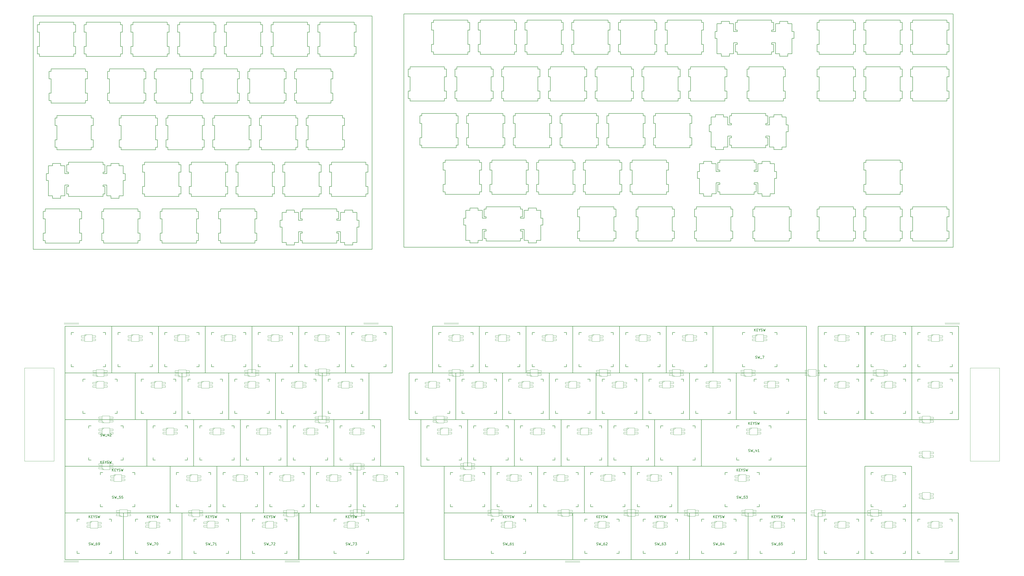
<source format=gbr>
G04 #@! TF.GenerationSoftware,KiCad,Pcbnew,(5.1.9)-1*
G04 #@! TF.CreationDate,2021-03-29T22:20:50-07:00*
G04 #@! TF.ProjectId,umiko,62616b65-6b75-46a6-9972-612e6b696361,0.3*
G04 #@! TF.SameCoordinates,Original*
G04 #@! TF.FileFunction,OtherDrawing,Comment*
%FSLAX46Y46*%
G04 Gerber Fmt 4.6, Leading zero omitted, Abs format (unit mm)*
G04 Created by KiCad (PCBNEW (5.1.9)-1) date 2021-03-29 22:20:50*
%MOMM*%
%LPD*%
G01*
G04 APERTURE LIST*
%ADD10C,0.200000*%
%ADD11C,0.120000*%
%ADD12C,0.150000*%
G04 APERTURE END LIST*
D10*
X206875800Y78879700D02*
X206075100Y78879700D01*
X192075700Y74780100D02*
X206075100Y74780100D01*
X211125700Y75779100D02*
X211125700Y74780100D01*
X191275000Y87778900D02*
X191275000Y84679700D01*
X225125000Y88779400D02*
X211125700Y88779400D01*
X244175000Y88779400D02*
X230175700Y88779400D01*
X192075700Y84679700D02*
X192075700Y78879700D01*
X206875800Y87778900D02*
X206075100Y87778900D01*
X206875800Y75779100D02*
X206875800Y78879700D01*
X192075700Y75779100D02*
X192075700Y74780100D01*
X192075700Y78879700D02*
X191275000Y78879700D01*
X225125000Y78879700D02*
X225125000Y84679700D01*
X225125000Y75779100D02*
X225925800Y75779100D01*
X244975799Y84679700D02*
X244975799Y87778900D01*
X206075100Y74780100D02*
X206075100Y75779100D01*
X244175000Y84679700D02*
X244975799Y84679700D01*
X210325000Y84679700D02*
X211125700Y84679700D01*
X211125700Y78879700D02*
X210325000Y78879700D01*
X191275000Y78879700D02*
X191275000Y75779100D01*
X206075100Y75779100D02*
X206875800Y75779100D01*
X192075700Y88779400D02*
X192075700Y87778900D01*
X211125700Y84679700D02*
X211125700Y78879700D01*
X244975799Y87778900D02*
X244175000Y87778900D01*
X225925800Y78879700D02*
X225125000Y78879700D01*
X210325000Y75779100D02*
X211125700Y75779100D01*
X244175000Y87778900D02*
X244175000Y88779400D01*
X191275000Y84679700D02*
X192075700Y84679700D01*
X244975799Y75779100D02*
X244975799Y78879700D01*
X211125700Y87778900D02*
X210325000Y87778900D01*
X210325000Y78879700D02*
X210325000Y75779100D01*
X206875800Y84679700D02*
X206875800Y87778900D01*
X225125000Y87778900D02*
X225125000Y88779400D01*
X225925800Y84679700D02*
X225925800Y87778900D01*
X225125000Y74780100D02*
X225125000Y75779100D01*
X192075700Y87778900D02*
X191275000Y87778900D01*
X206075100Y84679700D02*
X206875800Y84679700D01*
X225925800Y75779100D02*
X225925800Y78879700D01*
X244175000Y74780100D02*
X244175000Y75779100D01*
X210325000Y87778900D02*
X210325000Y84679700D01*
X244975799Y78879700D02*
X244175000Y78879700D01*
X244175000Y75779100D02*
X244975799Y75779100D01*
X206075100Y87778900D02*
X206075100Y88779400D01*
X225125000Y84679700D02*
X225925800Y84679700D01*
X211125700Y88779400D02*
X211125700Y87778900D01*
X191275000Y75779100D02*
X192075700Y75779100D01*
X244175000Y78879700D02*
X244175000Y84679700D01*
X225925800Y87778900D02*
X225125000Y87778900D01*
X206075100Y78879700D02*
X206075100Y84679700D01*
X211125700Y74780100D02*
X225125000Y74780100D01*
X206075100Y88779400D02*
X192075700Y88779400D01*
X287326000Y74780100D02*
X301325000Y74780100D01*
X230175700Y74780100D02*
X244175000Y74780100D01*
X282275000Y84679700D02*
X283076000Y84679700D01*
X249225700Y74780100D02*
X263225000Y74780100D01*
X248424900Y78879700D02*
X248424900Y75779100D01*
X267474900Y78879700D02*
X267474900Y75779100D01*
X263225000Y75779100D02*
X264025800Y75779100D01*
X229374900Y78879700D02*
X229374900Y75779100D01*
X263225000Y87778900D02*
X263225000Y88779400D01*
X263225000Y84679700D02*
X264025800Y84679700D01*
X264025800Y75779100D02*
X264025800Y78879700D01*
X249225700Y87778900D02*
X248424900Y87778900D01*
X282275000Y87778900D02*
X282275000Y88779400D01*
X267474900Y84679700D02*
X268275700Y84679700D01*
X264025800Y78879700D02*
X263225000Y78879700D01*
X267474900Y87778900D02*
X267474900Y84679700D01*
X282275000Y74780100D02*
X282275000Y75779100D01*
X283076000Y75779100D02*
X283076000Y78879700D01*
X302126000Y78879700D02*
X301325000Y78879700D01*
X230175700Y75779100D02*
X230175700Y74780100D01*
X248424900Y75779100D02*
X249225700Y75779100D01*
X282275000Y75779100D02*
X283076000Y75779100D01*
X268275700Y84679700D02*
X268275700Y78879700D01*
X249225700Y88779400D02*
X249225700Y87778900D01*
X282275000Y78879700D02*
X282275000Y84679700D01*
X268275700Y78879700D02*
X267474900Y78879700D01*
X229374900Y75779100D02*
X230175700Y75779100D01*
X230175700Y78879700D02*
X229374900Y78879700D01*
X230175700Y84679700D02*
X230175700Y78879700D01*
X229374900Y84679700D02*
X230175700Y84679700D01*
X263225000Y74780100D02*
X263225000Y75779100D01*
X301325000Y88779400D02*
X287326000Y88779400D01*
X268275700Y75779100D02*
X268275700Y74780100D01*
X230175700Y87778900D02*
X229374900Y87778900D01*
X264025800Y87778900D02*
X263225000Y87778900D01*
X283076000Y78879700D02*
X282275000Y78879700D01*
X264025800Y84679700D02*
X264025800Y87778900D01*
X249225700Y75779100D02*
X249225700Y74780100D01*
X249225700Y78879700D02*
X248424900Y78879700D01*
X301325000Y84679700D02*
X302126000Y84679700D01*
X248424900Y84679700D02*
X249225700Y84679700D01*
X282275000Y88779400D02*
X268275700Y88779400D01*
X283076000Y87778900D02*
X282275000Y87778900D01*
X301325000Y74780100D02*
X301325000Y75779100D01*
X268275700Y74780100D02*
X282275000Y74780100D01*
X302126000Y87778900D02*
X301325000Y87778900D01*
X302126000Y75779100D02*
X302126000Y78879700D01*
X301325000Y75779100D02*
X302126000Y75779100D01*
X301325000Y78879700D02*
X301325000Y84679700D01*
X268275700Y88779400D02*
X268275700Y87778900D01*
X301325000Y87778900D02*
X301325000Y88779400D01*
X302126000Y84679700D02*
X302126000Y87778900D01*
X248424900Y87778900D02*
X248424900Y84679700D01*
X267474900Y75779100D02*
X268275700Y75779100D01*
X230175700Y88779400D02*
X230175700Y87778900D01*
X268275700Y87778900D02*
X267474900Y87778900D01*
X263225000Y88779400D02*
X249225700Y88779400D01*
X263225000Y78879700D02*
X263225000Y84679700D01*
X249225700Y84679700D02*
X249225700Y78879700D01*
X287326000Y75779100D02*
X287326000Y74780100D01*
X283076000Y84679700D02*
X283076000Y87778900D01*
X286525000Y75779100D02*
X287326000Y75779100D01*
X286525000Y78879700D02*
X286525000Y75779100D01*
X229374900Y87778900D02*
X229374900Y84679700D01*
X402137000Y84679700D02*
X402137000Y87778900D01*
X286525000Y87778900D02*
X286525000Y84679700D01*
X386537000Y75779100D02*
X387338000Y75779100D01*
X363238000Y88779400D02*
X349238000Y88779400D01*
X363238000Y87778900D02*
X363238000Y88779400D01*
X364037000Y87778900D02*
X363238000Y87778900D01*
X364037000Y84679700D02*
X364037000Y87778900D01*
X348437000Y75779100D02*
X349238000Y75779100D01*
X363238000Y75779100D02*
X364037000Y75779100D01*
X382288000Y78879700D02*
X382288000Y84679700D01*
X349238000Y74780100D02*
X363238000Y74780100D01*
X349238000Y78879700D02*
X348437000Y78879700D01*
X401338000Y74780100D02*
X401338000Y75779100D01*
X402137000Y75779100D02*
X402137000Y78879700D01*
X349238000Y88779400D02*
X349238000Y87778900D01*
X367487000Y87778900D02*
X367487000Y84679700D01*
X402137000Y78879700D02*
X401338000Y78879700D01*
X401338000Y75779100D02*
X402137000Y75779100D01*
X387338000Y78879700D02*
X386537000Y78879700D01*
X382288000Y87778900D02*
X382288000Y88779400D01*
X383087000Y87778900D02*
X382288000Y87778900D01*
X368288000Y84679700D02*
X368288000Y78879700D01*
X368288000Y87778900D02*
X367487000Y87778900D01*
X368288000Y88779400D02*
X368288000Y87778900D01*
X386537000Y87778900D02*
X386537000Y84679700D01*
X383087000Y78879700D02*
X382288000Y78879700D01*
X367487000Y75779100D02*
X368288000Y75779100D01*
X402137000Y87778900D02*
X401338000Y87778900D01*
X348437000Y84679700D02*
X349238000Y84679700D01*
X368288000Y78879700D02*
X367487000Y78879700D01*
X348437000Y87778900D02*
X348437000Y84679700D01*
X401338000Y87778900D02*
X401338000Y88779400D01*
X401338000Y78879700D02*
X401338000Y84679700D01*
X286525000Y84679700D02*
X287326000Y84679700D01*
X287326000Y88779400D02*
X287326000Y87778900D01*
X349238000Y75779100D02*
X349238000Y74780100D01*
X401338000Y88779400D02*
X387338000Y88779400D01*
X364037000Y75779100D02*
X364037000Y78879700D01*
X386537000Y78879700D02*
X386537000Y75779100D01*
X368288000Y75779100D02*
X368288000Y74780100D01*
X349238000Y84679700D02*
X349238000Y78879700D01*
X349238000Y87778900D02*
X348437000Y87778900D01*
X367487000Y78879700D02*
X367487000Y75779100D01*
X364037000Y78879700D02*
X363238000Y78879700D01*
X368288000Y74780100D02*
X382288000Y74780100D01*
X287326000Y84679700D02*
X287326000Y78879700D01*
X383087000Y75779100D02*
X383087000Y78879700D01*
X287326000Y78879700D02*
X286525000Y78879700D01*
X287326000Y87778900D02*
X286525000Y87778900D01*
X382288000Y88779400D02*
X368288000Y88779400D01*
X382288000Y84679700D02*
X383087000Y84679700D01*
X363238000Y84679700D02*
X364037000Y84679700D01*
X363238000Y78879700D02*
X363238000Y84679700D01*
X363238000Y74780100D02*
X363238000Y75779100D01*
X348437000Y78879700D02*
X348437000Y75779100D01*
X383087000Y84679700D02*
X383087000Y87778900D01*
X382288000Y75779100D02*
X383087000Y75779100D01*
X382288000Y74780100D02*
X382288000Y75779100D01*
X367487000Y84679700D02*
X368288000Y84679700D01*
X387338000Y74780100D02*
X401338000Y74780100D01*
X401338000Y84679700D02*
X402137000Y84679700D01*
X387338000Y75779100D02*
X387338000Y74780100D01*
X387338000Y84679700D02*
X387338000Y78879700D01*
X386537000Y84679700D02*
X387338000Y84679700D01*
X307626000Y87309000D02*
X307626000Y84078900D01*
X331426000Y87309000D02*
X331426000Y84078900D01*
X333151000Y75010100D02*
X333151000Y74029000D01*
X333151000Y87309000D02*
X331426000Y87309000D01*
X336450000Y87309000D02*
X336450000Y88231100D01*
X315901000Y74780100D02*
X329900000Y74780100D01*
X333151000Y88231100D02*
X333151000Y87309000D01*
X336450000Y88231100D02*
X333151000Y88231100D01*
X338175000Y87309000D02*
X336450000Y87309000D01*
X196550200Y69729400D02*
X182550650Y69729400D01*
X312650000Y87309000D02*
X312650000Y88231100D01*
X339001000Y81280000D02*
X339001000Y84078900D01*
X336450000Y75010100D02*
X338175000Y75010100D01*
X315100000Y78879700D02*
X315100000Y75779100D01*
X330701000Y78879700D02*
X329900000Y78879700D01*
X315901000Y78879700D02*
X315100000Y78879700D01*
X315901000Y84078900D02*
X314375000Y84078900D01*
X329900000Y79479100D02*
X331426000Y79479100D01*
X307626000Y81280000D02*
X307626000Y75010100D01*
X329900000Y78879700D02*
X329900000Y79479100D01*
X315100000Y87778900D02*
X315100000Y84679700D01*
X315901000Y87778900D02*
X315100000Y87778900D01*
X315100000Y75779100D02*
X315901000Y75779100D01*
X338175000Y81280000D02*
X339001000Y81280000D01*
X331426000Y75010100D02*
X333151000Y75010100D01*
X315901000Y75779100D02*
X315901000Y74780100D01*
X387338000Y87778900D02*
X386537000Y87778900D01*
X387338000Y88779400D02*
X387338000Y87778900D01*
X329900000Y88779400D02*
X315901000Y88779400D01*
X315901000Y88779400D02*
X315901000Y87778900D01*
X329900000Y84078900D02*
X329900000Y84679700D01*
X314375000Y75010100D02*
X314375000Y79479100D01*
X329900000Y75779100D02*
X330701000Y75779100D01*
X329900000Y87778900D02*
X329900000Y88779400D01*
X330701000Y87778900D02*
X329900000Y87778900D01*
X331426000Y79479100D02*
X331426000Y75010100D01*
X330701000Y84679700D02*
X330701000Y87778900D01*
X309350999Y75010100D02*
X309350999Y74029000D01*
X314375000Y84078900D02*
X314375000Y87309000D01*
X315100000Y84679700D02*
X315901000Y84679700D01*
X338175000Y75010100D02*
X338175000Y81280000D01*
X336450000Y74029000D02*
X336450000Y75010100D01*
X330701000Y75779100D02*
X330701000Y78879700D01*
X307626000Y84078900D02*
X306800000Y84078900D01*
X312650000Y74029000D02*
X312650000Y75010100D01*
X314375000Y87309000D02*
X312650000Y87309000D01*
X306800000Y81280000D02*
X307626000Y81280000D01*
X306800000Y84078900D02*
X306800000Y81280000D01*
X307626000Y75010100D02*
X309350999Y75010100D01*
X314375000Y79479100D02*
X315901000Y79479100D01*
X312650000Y75010100D02*
X314375000Y75010100D01*
X309350999Y74029000D02*
X312650000Y74029000D01*
X339001000Y84078900D02*
X338175000Y84078900D01*
X329900000Y74780100D02*
X329900000Y75779100D01*
X338175000Y84078900D02*
X338175000Y87309000D01*
X315901000Y79479100D02*
X315901000Y78879700D01*
X331426000Y84078900D02*
X329900000Y84078900D01*
X315901000Y84679700D02*
X315901000Y84078900D01*
X333151000Y74029000D02*
X336450000Y74029000D01*
X309350999Y87309000D02*
X307626000Y87309000D01*
X309350999Y88231100D02*
X309350999Y87309000D01*
X312650000Y88231100D02*
X309350999Y88231100D01*
X196550200Y68728900D02*
X196550200Y69729400D01*
X329900000Y84679700D02*
X330701000Y84679700D01*
X234650000Y56729100D02*
X235450800Y56729100D01*
X220650700Y59829700D02*
X219849900Y59829700D01*
X235450800Y56729100D02*
X235450800Y59829700D01*
X201600700Y56729100D02*
X201600700Y55730100D01*
X196550200Y55730100D02*
X196550200Y56729100D01*
X216400800Y68728900D02*
X215600000Y68728900D01*
X215600000Y59829700D02*
X215600000Y65629700D01*
X215600000Y55730100D02*
X215600000Y56729100D01*
X234650000Y65629700D02*
X235450800Y65629700D01*
X220650700Y69729400D02*
X220650700Y68728900D01*
X201600700Y55730100D02*
X215600000Y55730100D01*
X235450800Y65629700D02*
X235450800Y68728900D01*
X235450800Y68728900D02*
X234650000Y68728900D01*
X253700000Y65629700D02*
X254500800Y65629700D01*
X220650700Y56729100D02*
X220650700Y55730100D01*
X219849900Y68728900D02*
X219849900Y65629700D01*
X196550200Y59829700D02*
X196550200Y65629700D01*
X182550650Y56729100D02*
X182550650Y55730100D01*
X181750010Y59829700D02*
X181750010Y56729100D01*
X181750010Y65629700D02*
X182550650Y65629700D01*
X182550650Y59829700D02*
X181750010Y59829700D01*
X200800000Y56729100D02*
X201600700Y56729100D01*
X182550650Y69729400D02*
X182550650Y68728900D01*
X215600000Y68728900D02*
X215600000Y69729400D01*
X215600000Y56729100D02*
X216400800Y56729100D01*
X215600000Y69729400D02*
X201600700Y69729400D01*
X201600700Y59829700D02*
X200800000Y59829700D01*
X220650700Y65629700D02*
X220650700Y59829700D01*
X216400800Y59829700D02*
X215600000Y59829700D01*
X254500800Y65629700D02*
X254500800Y68728900D01*
X234650000Y69729400D02*
X220650700Y69729400D01*
X200800000Y59829700D02*
X200800000Y56729100D01*
X234650000Y55730100D02*
X234650000Y56729100D01*
X201600700Y69729400D02*
X201600700Y68728900D01*
X196550200Y56729100D02*
X197350800Y56729100D01*
X181750010Y56729100D02*
X182550650Y56729100D01*
X200800000Y65629700D02*
X201600700Y65629700D01*
X215600000Y65629700D02*
X216400800Y65629700D01*
X182550650Y65629700D02*
X182550650Y59829700D01*
X253700000Y69729400D02*
X239700700Y69729400D01*
X182550650Y68728900D02*
X181750010Y68728900D01*
X234650000Y59829700D02*
X234650000Y65629700D01*
X197350800Y65629700D02*
X197350800Y68728900D01*
X201600700Y68728900D02*
X200800000Y68728900D01*
X219849900Y59829700D02*
X219849900Y56729100D01*
X219849900Y56729100D02*
X220650700Y56729100D01*
X253700000Y68728900D02*
X253700000Y69729400D01*
X254500800Y68728900D02*
X253700000Y68728900D01*
X181750010Y68728900D02*
X181750010Y65629700D01*
X216400800Y65629700D02*
X216400800Y68728900D01*
X234650000Y68728900D02*
X234650000Y69729400D01*
X220650700Y68728900D02*
X219849900Y68728900D01*
X235450800Y59829700D02*
X234650000Y59829700D01*
X216400800Y56729100D02*
X216400800Y59829700D01*
X201600700Y65629700D02*
X201600700Y59829700D01*
X197350800Y68728900D02*
X196550200Y68728900D01*
X196550200Y65629700D02*
X197350800Y65629700D01*
X253700000Y59829700D02*
X253700000Y65629700D01*
X197350800Y59829700D02*
X196550200Y59829700D01*
X197350800Y56729100D02*
X197350800Y59829700D01*
X182550650Y55730100D02*
X196550200Y55730100D01*
X200800000Y68728900D02*
X200800000Y65629700D01*
X220650700Y55730100D02*
X234650000Y55730100D01*
X219849900Y65629700D02*
X220650700Y65629700D01*
X311651000Y56729100D02*
X311651000Y59829700D01*
X239700700Y55730100D02*
X253700000Y55730100D01*
X291800000Y68728900D02*
X291800000Y69729400D01*
X273549400Y56729100D02*
X273549400Y59829700D01*
X258750700Y55730100D02*
X272750000Y55730100D01*
X277799300Y55730100D02*
X291800000Y55730100D01*
X272750000Y59829700D02*
X272750000Y65629700D01*
X238899900Y56729100D02*
X239700700Y56729100D01*
X239700700Y68728900D02*
X238899900Y68728900D01*
X272750000Y68728900D02*
X272750000Y69729400D01*
X272750000Y65629700D02*
X273549400Y65629700D01*
X258750700Y65629700D02*
X258750700Y59829700D01*
X258750700Y68728900D02*
X257949900Y68728900D01*
X276999900Y59829700D02*
X276999900Y56729100D01*
X273549400Y65629700D02*
X273549400Y68728900D01*
X277799300Y59829700D02*
X276999900Y59829700D01*
X292599000Y59829700D02*
X291800000Y59829700D01*
X291800000Y65629700D02*
X292599000Y65629700D01*
X311651000Y65629700D02*
X311651000Y68728900D01*
X239700700Y65629700D02*
X239700700Y59829700D01*
X272750000Y55730100D02*
X272750000Y56729100D01*
X291800000Y59829700D02*
X291800000Y65629700D01*
X276999900Y56729100D02*
X277799300Y56729100D01*
X257949900Y65629700D02*
X258750700Y65629700D01*
X292599000Y68728900D02*
X291800000Y68728900D01*
X277799300Y56729100D02*
X277799300Y55730100D01*
X253700000Y55730100D02*
X253700000Y56729100D01*
X239700700Y56729100D02*
X239700700Y55730100D01*
X238899900Y59829700D02*
X238899900Y56729100D01*
X272750000Y69729400D02*
X258750700Y69729400D01*
X273549400Y59829700D02*
X272750000Y59829700D01*
X276999900Y68728900D02*
X276999900Y65629700D01*
X291800000Y56729100D02*
X292599000Y56729100D01*
X239700700Y59829700D02*
X238899900Y59829700D01*
X238899900Y68728900D02*
X238899900Y65629700D01*
X292599000Y65629700D02*
X292599000Y68728900D01*
X238899900Y65629700D02*
X239700700Y65629700D01*
X272750000Y56729100D02*
X273549400Y56729100D01*
X258750700Y56729100D02*
X258750700Y55730100D01*
X310850000Y68728900D02*
X310850000Y69729400D01*
X257949900Y59829700D02*
X257949900Y56729100D01*
X257949900Y68728900D02*
X257949900Y65629700D01*
X258750700Y69729400D02*
X258750700Y68728900D01*
X311651000Y59829700D02*
X310850000Y59829700D01*
X292599000Y56729100D02*
X292599000Y59829700D01*
X277799300Y69729400D02*
X277799300Y68728900D01*
X310850000Y65629700D02*
X311651000Y65629700D01*
X310850000Y59829700D02*
X310850000Y65629700D01*
X311651000Y68728900D02*
X310850000Y68728900D01*
X276999900Y65629700D02*
X277799300Y65629700D01*
X277799300Y68728900D02*
X276999900Y68728900D01*
X310850000Y69729400D02*
X296849000Y69729400D01*
X258750700Y59829700D02*
X257949900Y59829700D01*
X291800000Y55730100D02*
X291800000Y56729100D01*
X273549400Y68728900D02*
X272750000Y68728900D01*
X277799300Y65629700D02*
X277799300Y59829700D01*
X254500800Y59829700D02*
X253700000Y59829700D01*
X253700000Y56729100D02*
X254500800Y56729100D01*
X257949900Y56729100D02*
X258750700Y56729100D01*
X310850000Y56729100D02*
X311651000Y56729100D01*
X239700700Y69729400D02*
X239700700Y68728900D01*
X291800000Y69729400D02*
X277799300Y69729400D01*
X310850000Y55730100D02*
X310850000Y56729100D01*
X254500800Y56729100D02*
X254500800Y59829700D01*
X382288000Y69729400D02*
X368288000Y69729400D01*
X296050000Y59829700D02*
X296050000Y56729100D01*
X382288000Y55730100D02*
X382288000Y56729100D01*
X296849000Y59829700D02*
X296050000Y59829700D01*
X296050000Y68728900D02*
X296050000Y65629700D01*
X296849000Y68728900D02*
X296050000Y68728900D01*
X334663000Y69729400D02*
X320663000Y69729400D01*
X334663000Y55730100D02*
X334663000Y56729100D01*
X319862000Y65629700D02*
X320663000Y65629700D01*
X364037000Y68728900D02*
X363238000Y68728900D01*
X296849000Y69729400D02*
X296849000Y68728900D01*
X335462000Y56729100D02*
X335462000Y59829700D01*
X383087000Y59829700D02*
X382288000Y59829700D01*
X382288000Y65629700D02*
X383087000Y65629700D01*
X334663000Y59829700D02*
X334663000Y65629700D01*
X349238000Y59829700D02*
X348437000Y59829700D01*
X383087000Y65629700D02*
X383087000Y68728900D01*
X382288000Y59829700D02*
X382288000Y65629700D01*
X368288000Y56729100D02*
X368288000Y55730100D01*
X320663000Y59829700D02*
X319862000Y59829700D01*
X320663000Y68728900D02*
X319862000Y68728900D01*
X348437000Y56729100D02*
X349238000Y56729100D01*
X349238000Y65629700D02*
X349238000Y59829700D01*
X320663000Y69729400D02*
X320663000Y68728900D01*
X348437000Y65629700D02*
X349238000Y65629700D01*
X364037000Y65629700D02*
X364037000Y68728900D01*
X363238000Y55730100D02*
X363238000Y56729100D01*
X349238000Y69729400D02*
X349238000Y68728900D01*
X319862000Y59829700D02*
X319862000Y56729100D01*
X349238000Y56729100D02*
X349238000Y55730100D01*
X320663000Y56729100D02*
X320663000Y55730100D01*
X349238000Y68728900D02*
X348437000Y68728900D01*
X383087000Y68728900D02*
X382288000Y68728900D01*
X296050000Y65629700D02*
X296849000Y65629700D01*
X334663000Y65629700D02*
X335462000Y65629700D01*
X334663000Y56729100D02*
X335462000Y56729100D01*
X348437000Y68728900D02*
X348437000Y65629700D01*
X319862000Y56729100D02*
X320663000Y56729100D01*
X368288000Y55730100D02*
X382288000Y55730100D01*
X363238000Y56729100D02*
X364037000Y56729100D01*
X319862000Y68728900D02*
X319862000Y65629700D01*
X335462000Y65629700D02*
X335462000Y68728900D01*
X349238000Y55730100D02*
X363238000Y55730100D01*
X320663000Y65629700D02*
X320663000Y59829700D01*
X364037000Y56729100D02*
X364037000Y59829700D01*
X296050000Y56729100D02*
X296849000Y56729100D01*
X363238000Y65629700D02*
X364037000Y65629700D01*
X296849000Y55730100D02*
X310850000Y55730100D01*
X296849000Y56729100D02*
X296849000Y55730100D01*
X296849000Y65629700D02*
X296849000Y59829700D01*
X363238000Y68728900D02*
X363238000Y69729400D01*
X334663000Y68728900D02*
X334663000Y69729400D01*
X335462000Y68728900D02*
X334663000Y68728900D01*
X335462000Y59829700D02*
X334663000Y59829700D01*
X320663000Y55730100D02*
X334663000Y55730100D01*
X363238000Y69729400D02*
X349238000Y69729400D01*
X363238000Y59829700D02*
X363238000Y65629700D01*
X364037000Y59829700D02*
X363238000Y59829700D01*
X348437000Y59829700D02*
X348437000Y56729100D01*
X383087000Y56729100D02*
X383087000Y59829700D01*
X382288000Y68728900D02*
X382288000Y69729400D01*
X382288000Y56729100D02*
X383087000Y56729100D01*
X367487000Y56729100D02*
X368288000Y56729100D01*
X367487000Y59829700D02*
X367487000Y56729100D01*
X268786900Y21729600D02*
X267987500Y21729600D01*
X267987500Y18629000D02*
X268786900Y18629000D01*
X267987500Y17629900D02*
X267987500Y18629000D01*
X253988200Y17629900D02*
X267987500Y17629900D01*
X253187400Y30629000D02*
X253187400Y27531100D01*
X253988200Y30629000D02*
X253187400Y30629000D01*
X382288000Y27531100D02*
X383087000Y27531100D01*
X273038200Y27531100D02*
X273038200Y21729600D01*
X287837000Y30629000D02*
X287038000Y30629000D01*
X287038000Y21729600D02*
X287038000Y27531100D01*
X368288000Y18629000D02*
X368288000Y17629900D01*
X287837000Y18629000D02*
X287837000Y21729600D01*
X273038200Y30629000D02*
X272237400Y30629000D01*
X234137400Y27531100D02*
X234938200Y27531100D01*
X253187400Y27531100D02*
X253988200Y27531100D01*
X253988200Y27531100D02*
X253988200Y21729600D01*
X382288000Y30629000D02*
X382288000Y31629300D01*
X383087000Y30629000D02*
X382288000Y30629000D01*
X234938200Y27531100D02*
X234938200Y21729600D01*
X253187400Y18629000D02*
X253988200Y18629000D01*
X234137400Y30629000D02*
X234137400Y27531100D01*
X268786900Y18629000D02*
X268786900Y21729600D01*
X287038000Y30629000D02*
X287038000Y31629300D01*
X382288000Y17629900D02*
X382288000Y18629000D01*
X383087000Y27531100D02*
X383087000Y30629000D01*
X234938200Y30629000D02*
X234137400Y30629000D01*
X268786900Y27531100D02*
X268786900Y30629000D01*
X253988200Y18629000D02*
X253988200Y17629900D01*
X253187400Y21729600D02*
X253187400Y18629000D01*
X287038000Y31629300D02*
X273038200Y31629300D01*
X287837000Y21729600D02*
X287038000Y21729600D01*
X273038200Y17629900D02*
X287038000Y17629900D01*
X272237400Y30629000D02*
X272237400Y27531100D01*
X382288000Y31629300D02*
X368288000Y31629300D01*
X382288000Y18629000D02*
X383087000Y18629000D01*
X287038000Y18629000D02*
X287837000Y18629000D01*
X287038000Y17629900D02*
X287038000Y18629000D01*
X272237400Y27531100D02*
X273038200Y27531100D01*
X383087000Y18629000D02*
X383087000Y21729600D01*
X234938200Y31629300D02*
X234938200Y30629000D01*
X267987500Y31629300D02*
X253988200Y31629300D01*
X267987500Y30629000D02*
X267987500Y31629300D01*
X268786900Y30629000D02*
X267987500Y30629000D01*
X253988200Y31629300D02*
X253988200Y30629000D01*
X287038000Y27531100D02*
X287837000Y27531100D01*
X267987500Y27531100D02*
X268786900Y27531100D01*
X267987500Y21729600D02*
X267987500Y27531100D01*
X272237400Y18629000D02*
X273038200Y18629000D01*
X383087000Y21729600D02*
X382288000Y21729600D01*
X273038200Y31629300D02*
X273038200Y30629000D01*
X253988200Y21729600D02*
X253187400Y21729600D01*
X287837000Y27531100D02*
X287837000Y30629000D01*
X273038200Y18629000D02*
X273038200Y17629900D01*
X273038200Y21729600D02*
X272237400Y21729600D01*
X272237400Y21729600D02*
X272237400Y18629000D01*
X382288000Y21729600D02*
X382288000Y27531100D01*
X368288000Y17629900D02*
X382288000Y17629900D01*
X305506000Y30159100D02*
X305506000Y31081100D01*
X305506000Y17860100D02*
X307232000Y17860100D01*
X308757000Y22329000D02*
X308757000Y21729600D01*
X308757000Y26928900D02*
X307232000Y26928900D01*
X324282000Y26928900D02*
X322756000Y26928900D01*
X326006000Y31081100D02*
X326006000Y30159100D01*
X331031000Y26928900D02*
X331031000Y30159100D01*
X331857000Y26928900D02*
X331031000Y26928900D01*
X322756000Y18629000D02*
X323557000Y18629000D01*
X300482000Y24130100D02*
X300482000Y17860100D01*
X323557000Y18629000D02*
X323557000Y21729600D01*
X307232000Y17860100D02*
X307232000Y22329000D01*
X323557000Y21729600D02*
X322756000Y21729600D01*
X302207000Y30159100D02*
X300482000Y30159100D01*
X305506000Y31081100D02*
X302207000Y31081100D01*
X302207000Y17860100D02*
X302207000Y16878900D01*
X367487000Y18629000D02*
X368288000Y18629000D01*
X367487000Y21729600D02*
X367487000Y18629000D01*
X368288000Y21729600D02*
X367487000Y21729600D01*
X368288000Y27531100D02*
X368288000Y21729600D01*
X368288000Y30629000D02*
X367487000Y30629000D01*
X331031000Y24130100D02*
X331857000Y24130100D01*
X367487000Y30629000D02*
X367487000Y27531100D01*
X323557000Y30629000D02*
X322756000Y30629000D01*
X331031000Y30159100D02*
X329306000Y30159100D01*
X323557000Y27531100D02*
X323557000Y30629000D01*
X329306000Y17860100D02*
X331031000Y17860100D01*
X305506000Y16878900D02*
X305506000Y17860100D01*
X329306000Y31081100D02*
X326006000Y31081100D01*
X300482000Y30159100D02*
X300482000Y26928900D01*
X322756000Y22329000D02*
X324282000Y22329000D01*
X331031000Y17860100D02*
X331031000Y24130100D01*
X307956000Y21729600D02*
X307956000Y18629000D01*
X324282000Y22329000D02*
X324282000Y17860100D01*
X367487000Y27531100D02*
X368288000Y27531100D01*
X368288000Y31629300D02*
X368288000Y30629000D01*
X326006000Y16878900D02*
X329306000Y16878900D01*
X326006000Y30159100D02*
X324282000Y30159100D01*
X322756000Y31629300D02*
X308757000Y31629300D01*
X299656000Y24130100D02*
X300482000Y24130100D01*
X322756000Y30629000D02*
X322756000Y31629300D01*
X322756000Y17629900D02*
X322756000Y18629000D01*
X322756000Y27531100D02*
X323557000Y27531100D01*
X324282000Y30159100D02*
X324282000Y26928900D01*
X307232000Y22329000D02*
X308757000Y22329000D01*
X324282000Y17860100D02*
X326006000Y17860100D01*
X299656000Y26928900D02*
X299656000Y24130100D01*
X300482000Y26928900D02*
X299656000Y26928900D01*
X329306000Y30159100D02*
X329306000Y31081100D01*
X322756000Y21729600D02*
X322756000Y22329000D01*
X307232000Y26928900D02*
X307232000Y30159100D01*
X300482000Y17860100D02*
X302207000Y17860100D01*
X308757000Y17629900D02*
X322756000Y17629900D01*
X329306000Y16878900D02*
X329306000Y17860100D01*
X308757000Y27531100D02*
X308757000Y26928900D01*
X308757000Y21729600D02*
X307956000Y21729600D01*
X322756000Y26928900D02*
X322756000Y27531100D01*
X302207000Y31081100D02*
X302207000Y30159100D01*
X331857000Y24130100D02*
X331857000Y26928900D01*
X326006000Y17860100D02*
X326006000Y16878900D01*
X308757000Y18629000D02*
X308757000Y17629900D01*
X307232000Y30159100D02*
X305506000Y30159100D01*
X307956000Y18629000D02*
X308757000Y18629000D01*
X302207000Y16878900D02*
X305506000Y16878900D01*
X248937500Y18629000D02*
X249736900Y18629000D01*
X311993999Y49209000D02*
X310269000Y49209000D01*
X313517999Y45978900D02*
X311993999Y45978900D01*
X313517999Y50679400D02*
X313517999Y49678900D01*
X211636900Y30629000D02*
X210837600Y30629000D01*
X210837600Y21729600D02*
X210837600Y27531100D01*
X210837600Y18629000D02*
X211636900Y18629000D01*
X196037500Y30629000D02*
X196037500Y27531100D01*
X229887500Y27531100D02*
X230686900Y27531100D01*
X215888200Y17629900D02*
X229887500Y17629900D01*
X211636900Y21729600D02*
X210837600Y21729600D01*
X196838200Y27531100D02*
X196838200Y21729600D01*
X234938200Y21729600D02*
X234137400Y21729600D01*
X234137400Y18629000D02*
X234938200Y18629000D01*
X211636900Y18629000D02*
X211636900Y21729600D01*
X249736900Y30629000D02*
X248937500Y30629000D01*
X196037500Y21729600D02*
X196037500Y18629000D01*
X234137400Y21729600D02*
X234137400Y18629000D01*
X234938200Y18629000D02*
X234938200Y17629900D01*
X230686900Y30629000D02*
X229887500Y30629000D01*
X230686900Y21729600D02*
X229887500Y21729600D01*
X248937500Y31629300D02*
X234938200Y31629300D01*
X249736900Y27531100D02*
X249736900Y30629000D01*
X230686900Y18629000D02*
X230686900Y21729600D01*
X248937500Y27531100D02*
X249736900Y27531100D01*
X215888200Y18629000D02*
X215888200Y17629900D01*
X215087500Y30629000D02*
X215087500Y27531100D01*
X249736900Y18629000D02*
X249736900Y21729600D01*
X229887500Y30629000D02*
X229887500Y31629300D01*
X215888200Y31629300D02*
X215888200Y30629000D01*
X196838200Y31629300D02*
X196838200Y30629000D01*
X249736900Y21729600D02*
X248937500Y21729600D01*
X234938200Y17629900D02*
X248937500Y17629900D01*
X210837600Y30629000D02*
X210837600Y31629300D01*
X210837600Y27531100D02*
X211636900Y27531100D01*
X196037500Y27531100D02*
X196838200Y27531100D01*
X248937500Y21729600D02*
X248937500Y27531100D01*
X196037500Y18629000D02*
X196838200Y18629000D01*
X229887500Y31629300D02*
X215888200Y31629300D01*
X215087500Y27531100D02*
X215888200Y27531100D01*
X229887500Y21729600D02*
X229887500Y27531100D01*
X196838200Y18629000D02*
X196838200Y17629900D01*
X215888200Y30629000D02*
X215087500Y30629000D01*
X230686900Y27531100D02*
X230686900Y30629000D01*
X215888200Y27531100D02*
X215888200Y21729600D01*
X210837600Y31629300D02*
X196838200Y31629300D01*
X215087500Y18629000D02*
X215888200Y18629000D01*
X311993999Y45978900D02*
X311993999Y49209000D01*
X310269000Y49209000D02*
X310269000Y50129700D01*
X313517999Y46579700D02*
X313517999Y45978900D01*
X229887500Y17629900D02*
X229887500Y18629000D01*
X312719000Y46579700D02*
X313517999Y46579700D01*
X312719000Y49678900D02*
X312719000Y46579700D01*
X313517999Y49678900D02*
X312719000Y49678900D01*
X211636900Y27531100D02*
X211636900Y30629000D01*
X196838200Y17629900D02*
X210837600Y17629900D01*
X210837600Y17629900D02*
X210837600Y18629000D01*
X196838200Y21729600D02*
X196037500Y21729600D01*
X196838200Y30629000D02*
X196037500Y30629000D01*
X229887500Y18629000D02*
X230686900Y18629000D01*
X215087500Y21729600D02*
X215087500Y18629000D01*
X215888200Y21729600D02*
X215087500Y21729600D01*
X248937500Y30629000D02*
X248937500Y31629300D01*
X248937500Y17629900D02*
X248937500Y18629000D01*
X307956000Y27531100D02*
X308757000Y27531100D01*
X307956000Y30629000D02*
X307956000Y27531100D01*
X308757000Y30629000D02*
X307956000Y30629000D01*
X308757000Y31629300D02*
X308757000Y30629000D01*
X265606300Y12579400D02*
X251607000Y12579400D01*
X266407100Y2679590D02*
X265606300Y2679590D01*
X265606300Y-1420060D02*
X265606300Y-420970D01*
X275418100Y-1420060D02*
X289419000Y-1420060D01*
X266407100Y11579000D02*
X265606300Y11579000D01*
X275418100Y12579400D02*
X275418100Y11579000D01*
X290218000Y2679590D02*
X289419000Y2679590D01*
X274618700Y8481100D02*
X275418100Y8481100D01*
X265606300Y8481100D02*
X266407100Y8481100D01*
X251607000Y11579000D02*
X250806200Y11579000D01*
X266407100Y-420970D02*
X266407100Y2679590D01*
X251607000Y8481100D02*
X251607000Y2679590D01*
X251607000Y12579400D02*
X251607000Y11579000D01*
X275418100Y8481100D02*
X275418100Y2679590D01*
X274618700Y-420970D02*
X275418100Y-420970D01*
X274618700Y2679590D02*
X274618700Y-420970D01*
X289419000Y8481100D02*
X290218000Y8481100D01*
X313231000Y12579400D02*
X299232000Y12579400D01*
X313231000Y8481100D02*
X314032000Y8481100D01*
X275418100Y2679590D02*
X274618700Y2679590D01*
X290218000Y-420970D02*
X290218000Y2679590D01*
X250806200Y8481100D02*
X251607000Y8481100D01*
X265606300Y2679590D02*
X265606300Y8481100D01*
X265606300Y-420970D02*
X266407100Y-420970D01*
X251607000Y-1420060D02*
X265606300Y-1420060D01*
X250806200Y-420970D02*
X251607000Y-420970D01*
X250806200Y11579000D02*
X250806200Y8481100D01*
X290218000Y8481100D02*
X290218000Y11579000D01*
X289419000Y-420970D02*
X290218000Y-420970D01*
X313231000Y2679590D02*
X313231000Y8481100D01*
X289419000Y-1420060D02*
X289419000Y-420970D01*
X274618700Y11579000D02*
X274618700Y8481100D01*
X275418100Y11579000D02*
X274618700Y11579000D01*
X314032000Y-420970D02*
X314032000Y2679590D01*
X314032000Y8481100D02*
X314032000Y11579000D01*
X289419000Y11579000D02*
X289419000Y12579400D01*
X314032000Y11579000D02*
X313231000Y11579000D01*
X250806200Y2679590D02*
X250806200Y-420970D01*
X313231000Y11579000D02*
X313231000Y12579400D01*
X266407100Y8481100D02*
X266407100Y11579000D01*
X251607000Y2679590D02*
X250806200Y2679590D01*
X275418100Y-420970D02*
X275418100Y-1420060D01*
X289419000Y12579400D02*
X275418100Y12579400D01*
X265606300Y11579000D02*
X265606300Y12579400D01*
X290218000Y11579000D02*
X289419000Y11579000D01*
X251607000Y-420970D02*
X251607000Y-1420060D01*
X289419000Y2679590D02*
X289419000Y8481100D01*
X314032000Y2679590D02*
X313231000Y2679590D01*
X349238000Y11579000D02*
X348437000Y11579000D01*
X382288000Y8481100D02*
X383087000Y8481100D01*
X348437000Y11579000D02*
X348437000Y8481100D01*
X382288000Y11579000D02*
X382288000Y12579400D01*
X323043000Y-1420060D02*
X337044000Y-1420060D01*
X323043000Y-420970D02*
X323043000Y-1420060D01*
X323043000Y8481100D02*
X323043000Y2679590D01*
X363238000Y12579400D02*
X349238000Y12579400D01*
X349238000Y2679590D02*
X348437000Y2679590D01*
X382288000Y-1420060D02*
X382288000Y-420970D01*
X348437000Y2679590D02*
X348437000Y-420970D01*
X383087000Y8481100D02*
X383087000Y11579000D01*
X323043000Y12579400D02*
X323043000Y11579000D01*
X348437000Y-420970D02*
X349238000Y-420970D01*
X322244000Y-420970D02*
X323043000Y-420970D01*
X383087000Y-420970D02*
X383087000Y2679590D01*
X313231000Y-420970D02*
X314032000Y-420970D01*
X299232000Y2679590D02*
X298431000Y2679590D01*
X337044000Y12579400D02*
X323043000Y12579400D01*
X298431000Y-420970D02*
X299232000Y-420970D01*
X337044000Y-420970D02*
X337843000Y-420970D01*
X364037000Y11579000D02*
X363238000Y11579000D01*
X298431000Y8481100D02*
X299232000Y8481100D01*
X299232000Y12579400D02*
X299232000Y11579000D01*
X323043000Y11579000D02*
X322244000Y11579000D01*
X337044000Y8481100D02*
X337843000Y8481100D01*
X363238000Y8481100D02*
X364037000Y8481100D01*
X382288000Y2679590D02*
X382288000Y8481100D01*
X298431000Y11579000D02*
X298431000Y8481100D01*
X322244000Y8481100D02*
X323043000Y8481100D01*
X349238000Y-1420060D02*
X363238000Y-1420060D01*
X364037000Y8481100D02*
X364037000Y11579000D01*
X349238000Y12579400D02*
X349238000Y11579000D01*
X363238000Y-1420060D02*
X363238000Y-420970D01*
X337044000Y11579000D02*
X337044000Y12579400D01*
X337843000Y11579000D02*
X337044000Y11579000D01*
X364037000Y2679590D02*
X363238000Y2679590D01*
X323043000Y2679590D02*
X322244000Y2679590D01*
X313231000Y-1420060D02*
X313231000Y-420970D01*
X368288000Y-1420060D02*
X382288000Y-1420060D01*
X299232000Y11579000D02*
X298431000Y11579000D01*
X349238000Y8481100D02*
X349238000Y2679590D01*
X299232000Y-1420060D02*
X313231000Y-1420060D01*
X299232000Y-420970D02*
X299232000Y-1420060D01*
X383087000Y11579000D02*
X382288000Y11579000D01*
X337843000Y8481100D02*
X337843000Y11579000D01*
X363238000Y-420970D02*
X364037000Y-420970D01*
X368288000Y-420970D02*
X368288000Y-1420060D01*
X337843000Y-420970D02*
X337843000Y2679590D01*
X322244000Y2679590D02*
X322244000Y-420970D01*
X349238000Y-420970D02*
X349238000Y-1420060D01*
X382288000Y-420970D02*
X383087000Y-420970D01*
X348437000Y8481100D02*
X349238000Y8481100D01*
X322244000Y11579000D02*
X322244000Y8481100D01*
X363238000Y2679590D02*
X363238000Y8481100D01*
X382288000Y12579400D02*
X368288000Y12579400D01*
X298431000Y2679590D02*
X298431000Y-420970D01*
X299232000Y8481100D02*
X299232000Y2679590D01*
X337044000Y2679590D02*
X337044000Y8481100D01*
X337843000Y2679590D02*
X337044000Y2679590D01*
X337044000Y-1420060D02*
X337044000Y-420970D01*
X363238000Y11579000D02*
X363238000Y12579400D01*
X364037000Y-420970D02*
X364037000Y2679590D01*
X383087000Y2679590D02*
X382288000Y2679590D01*
X367487000Y11579000D02*
X367487000Y8481100D01*
X367487000Y8481100D02*
X368288000Y8481100D01*
X401338000Y12579400D02*
X387338000Y12579400D01*
X401338000Y11579000D02*
X401338000Y12579400D01*
X402137000Y11579000D02*
X401338000Y11579000D01*
X401338000Y2679590D02*
X401338000Y8481100D01*
X401338000Y-420970D02*
X402137000Y-420970D01*
X387338000Y-420970D02*
X387338000Y-1420060D01*
X387338000Y12579400D02*
X387338000Y11579000D01*
X228307100Y2679590D02*
X227506300Y2679590D01*
X387338000Y-1420060D02*
X401338000Y-1420060D01*
X387338000Y2679590D02*
X386537000Y2679590D01*
X387338000Y11579000D02*
X386537000Y11579000D01*
X213506900Y3280410D02*
X213506900Y2679590D01*
X229032000Y-1189930D02*
X230755700Y-1189930D01*
X212706300Y-420970D02*
X213506900Y-420970D01*
X228307100Y11579000D02*
X227506300Y11579000D01*
X229032000Y7878900D02*
X227506300Y7878900D01*
X236606900Y7878900D02*
X235781400Y7878900D01*
X386537000Y2679590D02*
X386537000Y-420970D01*
X387338000Y8481100D02*
X387338000Y2679590D01*
X228307100Y8481100D02*
X228307100Y11579000D01*
X213506900Y-420970D02*
X213506900Y-1420060D01*
X227506300Y-420970D02*
X228307100Y-420970D01*
X386537000Y11579000D02*
X386537000Y8481100D01*
X227506300Y-1420060D02*
X227506300Y-420970D01*
X227506300Y11579000D02*
X227506300Y12579400D01*
X227506300Y7878900D02*
X227506300Y8481100D01*
X234056300Y11109100D02*
X234056300Y12031000D01*
X213506900Y-1420060D02*
X227506300Y-1420060D01*
X236606900Y5080140D02*
X236606900Y7878900D01*
X229032000Y3280410D02*
X229032000Y-1189930D01*
X230755700Y-2171090D02*
X234056300Y-2171090D01*
X235781400Y11109100D02*
X234056300Y11109100D01*
X402137000Y-420970D02*
X402137000Y2679590D01*
X367487000Y-420970D02*
X368288000Y-420970D01*
X367487000Y2679590D02*
X367487000Y-420970D01*
X368288000Y2679590D02*
X367487000Y2679590D01*
X401338000Y8481100D02*
X402137000Y8481100D01*
X368288000Y8481100D02*
X368288000Y2679590D01*
X368288000Y12579400D02*
X368288000Y11579000D01*
X386537000Y-420970D02*
X387338000Y-420970D01*
X235781400Y7878900D02*
X235781400Y11109100D01*
X227506300Y12579400D02*
X213506900Y12579400D01*
X227506300Y3280410D02*
X229032000Y3280410D01*
X227506300Y2679590D02*
X227506300Y3280410D01*
X212706300Y2679590D02*
X212706300Y-420970D01*
X234056300Y-2171090D02*
X234056300Y-1189930D01*
X213506900Y2679590D02*
X212706300Y2679590D01*
X402137000Y2679590D02*
X401338000Y2679590D01*
X230755700Y11109100D02*
X229032000Y11109100D01*
X235781400Y-1189930D02*
X235781400Y5080140D01*
X386537000Y8481100D02*
X387338000Y8481100D01*
X227506300Y8481100D02*
X228307100Y8481100D01*
X230755700Y12031000D02*
X230755700Y11109100D01*
X368288000Y11579000D02*
X367487000Y11579000D01*
X402137000Y8481100D02*
X402137000Y11579000D01*
X228307100Y-420970D02*
X228307100Y2679590D01*
X234056300Y12031000D02*
X230755700Y12031000D01*
X235781400Y5080140D02*
X236606900Y5080140D01*
X401338000Y-1420060D02*
X401338000Y-420970D01*
X229032000Y11109100D02*
X229032000Y7878900D01*
X234056300Y-1189930D02*
X235781400Y-1189930D01*
X230755700Y-1189930D02*
X230755700Y-2171090D01*
X211981400Y-1189930D02*
X211981400Y3280410D01*
X210256100Y-1189930D02*
X211981400Y-1189930D01*
X403864000Y91303800D02*
X403864000Y-3946007D01*
X210256100Y-2171090D02*
X210256100Y-1189930D01*
X206957100Y-2171090D02*
X210256100Y-2171090D01*
X206957100Y-1189930D02*
X206957100Y-2171090D01*
X205231800Y-1189930D02*
X206957100Y-1189930D01*
X205231800Y5080140D02*
X205231800Y-1189930D01*
X204406300Y7878900D02*
X204406300Y5080140D01*
X210256100Y12031000D02*
X206957100Y12031000D01*
X211981400Y11109100D02*
X210256100Y11109100D01*
X212706300Y8481100D02*
X213506900Y8481100D01*
X211981400Y7878900D02*
X211981400Y11109100D01*
X213506900Y8481100D02*
X213506900Y7878900D01*
X180026084Y-3946007D02*
X180026084Y91303800D01*
X206957100Y11109100D02*
X205231800Y11109100D01*
X212706300Y11579000D02*
X212706300Y8481100D01*
X213506900Y11579000D02*
X212706300Y11579000D01*
X205231800Y7878900D02*
X204406300Y7878900D01*
X205231800Y11109100D02*
X205231800Y7878900D01*
X213506900Y7878900D02*
X211981400Y7878900D01*
X213506900Y12579400D02*
X213506900Y11579000D01*
X180026084Y91303800D02*
X403864000Y91303800D01*
X204406300Y5080140D02*
X205231800Y5080140D01*
X403864000Y-3946007D02*
X180026084Y-3946007D01*
X206957100Y12031000D02*
X206957100Y11109100D01*
X210256100Y11109100D02*
X210256100Y12031000D01*
X211981400Y3280410D02*
X213506900Y3280410D01*
X367487000Y68728900D02*
X367487000Y65629700D01*
X368288000Y59829700D02*
X367487000Y59829700D01*
X368288000Y65629700D02*
X368288000Y59829700D01*
X367487000Y65629700D02*
X368288000Y65629700D01*
X368288000Y68728900D02*
X367487000Y68728900D01*
X386537000Y56729100D02*
X387338000Y56729100D01*
X386537000Y59829700D02*
X386537000Y56729100D01*
X220362500Y36680100D02*
X220362500Y37679100D01*
X401338000Y65629700D02*
X402137000Y65629700D01*
X402137000Y59829700D02*
X401338000Y59829700D01*
X401338000Y55730100D02*
X401338000Y56729100D01*
X387338000Y59829700D02*
X386537000Y59829700D01*
X387338000Y65629700D02*
X387338000Y59829700D01*
X386537000Y65629700D02*
X387338000Y65629700D01*
X206363200Y49678900D02*
X205562500Y49678900D01*
X386537000Y68728900D02*
X386537000Y65629700D01*
X186512530Y37679100D02*
X187313160Y37679100D01*
X240211900Y49678900D02*
X239412500Y49678900D01*
X202111900Y49678900D02*
X201312700Y49678900D01*
X206363200Y46579700D02*
X206363200Y40779700D01*
X387338000Y69729400D02*
X387338000Y68728900D01*
X387338000Y68728900D02*
X386537000Y68728900D01*
X186512530Y49678900D02*
X186512530Y46579700D01*
X221161900Y46579700D02*
X221161900Y49678900D01*
X202111900Y46579700D02*
X202111900Y49678900D01*
X202111900Y37679100D02*
X202111900Y40779700D01*
X187313160Y50679400D02*
X187313160Y49678900D01*
X221161900Y49678900D02*
X220362500Y49678900D01*
X206363200Y40779700D02*
X205562500Y40779700D01*
X239412500Y49678900D02*
X239412500Y50679400D01*
X221161900Y37679100D02*
X221161900Y40779700D01*
X205562500Y40779700D02*
X205562500Y37679100D01*
X220362500Y50679400D02*
X206363200Y50679400D01*
X205562500Y37679100D02*
X206363200Y37679100D01*
X206363200Y50679400D02*
X206363200Y49678900D01*
X401338000Y69729400D02*
X387338000Y69729400D01*
X387338000Y55730100D02*
X401338000Y55730100D01*
X187313160Y46579700D02*
X187313160Y40779700D01*
X401338000Y68728900D02*
X401338000Y69729400D01*
X402137000Y68728900D02*
X401338000Y68728900D01*
X220362500Y46579700D02*
X221161900Y46579700D01*
X220362500Y40779700D02*
X220362500Y46579700D01*
X205562500Y49678900D02*
X205562500Y46579700D01*
X387338000Y56729100D02*
X387338000Y55730100D01*
X201312700Y37679100D02*
X202111900Y37679100D01*
X220362500Y49678900D02*
X220362500Y50679400D01*
X206363200Y37679100D02*
X206363200Y36680100D01*
X201312700Y50679400D02*
X187313160Y50679400D01*
X186512530Y40779700D02*
X186512530Y37679100D01*
X187313160Y40779700D02*
X186512530Y40779700D01*
X201312700Y49678900D02*
X201312700Y50679400D01*
X187313160Y36680100D02*
X201312700Y36680100D01*
X221161900Y40779700D02*
X220362500Y40779700D01*
X202111900Y40779700D02*
X201312700Y40779700D01*
X368288000Y69729400D02*
X368288000Y68728900D01*
X201312700Y40779700D02*
X201312700Y46579700D01*
X201312700Y46579700D02*
X202111900Y46579700D01*
X206363200Y36680100D02*
X220362500Y36680100D01*
X239412500Y50679400D02*
X225413200Y50679400D01*
X205562500Y46579700D02*
X206363200Y46579700D01*
X402137000Y65629700D02*
X402137000Y68728900D01*
X187313160Y37679100D02*
X187313160Y36680100D01*
X401338000Y59829700D02*
X401338000Y65629700D01*
X220362500Y37679100D02*
X221161900Y37679100D01*
X401338000Y56729100D02*
X402137000Y56729100D01*
X201312700Y36680100D02*
X201312700Y37679100D01*
X186512530Y46579700D02*
X187313160Y46579700D01*
X187313160Y49678900D02*
X186512530Y49678900D01*
X402137000Y56729100D02*
X402137000Y59829700D01*
X277512500Y50679400D02*
X263513200Y50679400D01*
X259261900Y37679100D02*
X259261900Y40779700D01*
X258462500Y46579700D02*
X259261900Y46579700D01*
X278311900Y46579700D02*
X278311900Y49678900D01*
X240211900Y46579700D02*
X240211900Y49678900D01*
X239412500Y46579700D02*
X240211900Y46579700D01*
X225413200Y46579700D02*
X225413200Y40779700D01*
X224612400Y49678900D02*
X224612400Y46579700D01*
X263513200Y40779700D02*
X262712400Y40779700D01*
X243662400Y37679100D02*
X244463200Y37679100D01*
X224612400Y46579700D02*
X225413200Y46579700D01*
X259261900Y40779700D02*
X258462500Y40779700D01*
X244463200Y36680100D02*
X258462500Y36680100D01*
X243662400Y49678900D02*
X243662400Y46579700D01*
X244463200Y50679400D02*
X244463200Y49678900D01*
X277512500Y40779700D02*
X277512500Y46579700D01*
X263513200Y37679100D02*
X263513200Y36680100D01*
X262712400Y49678900D02*
X262712400Y46579700D01*
X296563000Y49678900D02*
X296563000Y50679400D01*
X239412500Y40779700D02*
X239412500Y46579700D01*
X277512500Y37679100D02*
X278311900Y37679100D01*
X240211900Y40779700D02*
X239412500Y40779700D01*
X240211900Y37679100D02*
X240211900Y40779700D01*
X263513200Y49678900D02*
X262712400Y49678900D01*
X239412500Y37679100D02*
X240211900Y37679100D01*
X224612400Y37679100D02*
X225413200Y37679100D01*
X224612400Y40779700D02*
X224612400Y37679100D01*
X258462500Y37679100D02*
X259261900Y37679100D01*
X262712400Y46579700D02*
X263513200Y46579700D01*
X243662400Y46579700D02*
X244463200Y46579700D01*
X262712400Y40779700D02*
X262712400Y37679100D01*
X297362000Y40779700D02*
X296563000Y40779700D01*
X259261900Y49678900D02*
X258462500Y49678900D01*
X296563000Y50679400D02*
X282563000Y50679400D01*
X263513200Y36680100D02*
X277512500Y36680100D01*
X239412500Y36680100D02*
X239412500Y37679100D01*
X225413200Y36680100D02*
X239412500Y36680100D01*
X225413200Y37679100D02*
X225413200Y36680100D01*
X278311900Y37679100D02*
X278311900Y40779700D01*
X243662400Y40779700D02*
X243662400Y37679100D01*
X225413200Y49678900D02*
X224612400Y49678900D01*
X278311900Y40779700D02*
X277512500Y40779700D01*
X225413200Y40779700D02*
X224612400Y40779700D01*
X225413200Y50679400D02*
X225413200Y49678900D01*
X258462500Y40779700D02*
X258462500Y46579700D01*
X244463200Y37679100D02*
X244463200Y36680100D01*
X244463200Y40779700D02*
X243662400Y40779700D01*
X244463200Y46579700D02*
X244463200Y40779700D01*
X263513200Y46579700D02*
X263513200Y40779700D01*
X278311900Y49678900D02*
X277512500Y49678900D01*
X297362000Y46579700D02*
X297362000Y49678900D01*
X277512500Y46579700D02*
X278311900Y46579700D01*
X277512500Y36680100D02*
X277512500Y37679100D01*
X263513200Y50679400D02*
X263513200Y49678900D01*
X296563000Y46579700D02*
X297362000Y46579700D01*
X259261900Y46579700D02*
X259261900Y49678900D01*
X258462500Y50679400D02*
X244463200Y50679400D01*
X244463200Y49678900D02*
X243662400Y49678900D01*
X258462500Y49678900D02*
X258462500Y50679400D01*
X296563000Y40779700D02*
X296563000Y46579700D01*
X262712400Y37679100D02*
X263513200Y37679100D01*
X277512500Y49678900D02*
X277512500Y50679400D01*
X258462500Y36680100D02*
X258462500Y37679100D01*
X297362000Y49678900D02*
X296563000Y49678900D01*
X330768000Y49209000D02*
X329043000Y49209000D01*
X306968000Y49209000D02*
X305243000Y49209000D01*
X306968000Y50129700D02*
X306968000Y49209000D01*
X334069000Y49209000D02*
X334069000Y50129700D01*
X297362000Y37679100D02*
X297362000Y40779700D01*
X296563000Y37679100D02*
X297362000Y37679100D01*
X296563000Y36680100D02*
X296563000Y37679100D01*
X282563000Y49678900D02*
X281762000Y49678900D01*
X329043000Y36910100D02*
X330768000Y36910100D01*
X327519000Y50679400D02*
X313517999Y50679400D01*
X327519000Y45978900D02*
X327519000Y46579700D01*
X329043000Y49209000D02*
X329043000Y45978900D01*
X335794000Y45978900D02*
X335794000Y49209000D01*
X334069000Y35929000D02*
X334069000Y36910100D01*
X327519000Y40779700D02*
X327519000Y41379100D01*
X304419000Y45978900D02*
X304419000Y43180000D01*
X310269000Y50129700D02*
X306968000Y50129700D01*
X327519000Y36680100D02*
X327519000Y37679100D01*
X311993999Y36910100D02*
X311993999Y41379100D01*
X282563000Y36680100D02*
X296563000Y36680100D01*
X335794000Y43180000D02*
X336618000Y43180000D01*
X282563000Y37679100D02*
X282563000Y36680100D01*
X281762000Y37679100D02*
X282563000Y37679100D01*
X328318000Y40779700D02*
X327519000Y40779700D01*
X282563000Y46579700D02*
X282563000Y40779700D01*
X327519000Y46579700D02*
X328318000Y46579700D01*
X330768000Y36910100D02*
X330768000Y35929000D01*
X327519000Y41379100D02*
X329043000Y41379100D01*
X327519000Y37679100D02*
X328318000Y37679100D01*
X313517999Y40779700D02*
X312719000Y40779700D01*
X310269000Y36910100D02*
X311993999Y36910100D01*
X305243000Y45978900D02*
X304419000Y45978900D01*
X305243000Y43180000D02*
X305243000Y36910100D01*
X313517999Y41379100D02*
X313517999Y40779700D01*
X334069000Y36910100D02*
X335794000Y36910100D01*
X281762000Y40779700D02*
X281762000Y37679100D01*
X282563000Y40779700D02*
X281762000Y40779700D01*
X281762000Y46579700D02*
X282563000Y46579700D01*
X336618000Y43180000D02*
X336618000Y45978900D01*
X327519000Y49678900D02*
X327519000Y50679400D01*
X282563000Y50679400D02*
X282563000Y49678900D01*
X336618000Y45978900D02*
X335794000Y45978900D01*
X311993999Y41379100D02*
X313517999Y41379100D01*
X328318000Y49678900D02*
X327519000Y49678900D01*
X328318000Y46579700D02*
X328318000Y49678900D01*
X334069000Y50129700D02*
X330768000Y50129700D01*
X329043000Y41379100D02*
X329043000Y36910100D01*
X305243000Y36910100D02*
X306968000Y36910100D01*
X305243000Y49209000D02*
X305243000Y45978900D01*
X335794000Y49209000D02*
X334069000Y49209000D01*
X313517999Y37679100D02*
X313517999Y36680100D01*
X306968000Y35929000D02*
X310269000Y35929000D01*
X335794000Y36910100D02*
X335794000Y43180000D01*
X328318000Y37679100D02*
X328318000Y40779700D01*
X312719000Y37679100D02*
X313517999Y37679100D01*
X281762000Y49678900D02*
X281762000Y46579700D01*
X329043000Y45978900D02*
X327519000Y45978900D01*
X330768000Y50129700D02*
X330768000Y49209000D01*
X312719000Y40779700D02*
X312719000Y37679100D01*
X310269000Y35929000D02*
X310269000Y36910100D01*
X330768000Y35929000D02*
X334069000Y35929000D01*
X313517999Y36680100D02*
X327519000Y36680100D01*
X306968000Y36910100D02*
X306968000Y35929000D01*
X304419000Y43180000D02*
X305243000Y43180000D01*
X117702900Y45713600D02*
X117702900Y48812800D01*
X116903500Y45713600D02*
X117702900Y45713600D01*
X117702900Y48812800D02*
X116903500Y48812800D01*
X116903500Y39913600D02*
X116903500Y45713600D01*
X117702900Y39913600D02*
X116903500Y39913600D01*
X117702900Y36813000D02*
X117702900Y39913600D01*
X116903500Y36813000D02*
X117702900Y36813000D01*
X116903500Y35814000D02*
X116903500Y36813000D01*
X102904200Y35814000D02*
X116903500Y35814000D01*
X116903500Y48812800D02*
X116903500Y49813300D01*
X121153400Y45713600D02*
X121954200Y45713600D01*
X135954000Y49813300D02*
X121954200Y49813300D01*
X102904200Y36813000D02*
X102904200Y35814000D01*
X102904200Y39913600D02*
X102103400Y39913600D01*
X135954000Y35814000D02*
X135954000Y36813000D01*
X102103400Y36813000D02*
X102904200Y36813000D01*
X121153400Y48812800D02*
X121153400Y45713600D01*
X121954200Y36813000D02*
X121954200Y35814000D01*
X102103400Y39913600D02*
X102103400Y36813000D01*
X102904200Y45713600D02*
X102904200Y39913600D01*
X121954200Y39913600D02*
X121153400Y39913600D01*
X102103400Y45713600D02*
X102904200Y45713600D01*
X155004000Y48812800D02*
X155004000Y49813300D01*
X135954000Y48812800D02*
X135954000Y49813300D01*
X121954200Y48812800D02*
X121153400Y48812800D01*
X121954200Y49813300D02*
X121954200Y48812800D01*
X141004000Y35814000D02*
X155004000Y35814000D01*
X102103400Y48812800D02*
X102103400Y45713600D01*
X102904200Y48812800D02*
X102103400Y48812800D01*
X102904200Y49813300D02*
X102904200Y48812800D01*
X135954000Y36813000D02*
X136753000Y36813000D01*
X155004000Y35814000D02*
X155004000Y36813000D01*
X155004000Y39913600D02*
X155004000Y45713600D01*
X155803000Y48812800D02*
X155004000Y48812800D01*
X135954000Y45713600D02*
X136753000Y45713600D01*
X136753000Y39913600D02*
X135954000Y39913600D01*
X136753000Y36813000D02*
X136753000Y39913600D01*
X155803000Y39913600D02*
X155004000Y39913600D01*
X121153400Y36813000D02*
X121954200Y36813000D01*
X155004000Y49813300D02*
X141004000Y49813300D01*
X121954200Y45713600D02*
X121954200Y39913600D01*
X155803000Y36813000D02*
X155803000Y39913600D01*
X155004000Y45713600D02*
X155803000Y45713600D01*
X135954000Y39913600D02*
X135954000Y45713600D01*
X136753000Y48812800D02*
X135954000Y48812800D01*
X136753000Y45713600D02*
X136753000Y48812800D01*
X155004000Y36813000D02*
X155803000Y36813000D01*
X121954200Y35814000D02*
X135954000Y35814000D01*
X155803000Y45713600D02*
X155803000Y48812800D01*
X121153400Y39913600D02*
X121153400Y36813000D01*
X52609900Y39913600D02*
X52609900Y45713600D01*
X78803500Y49813300D02*
X64804200Y49813300D01*
X78803500Y45713600D02*
X79602900Y45713600D01*
X78803500Y39913600D02*
X78803500Y45713600D01*
X78803500Y36813000D02*
X79602900Y36813000D01*
X38609030Y36813000D02*
X38609030Y35814000D01*
X37809780Y36813000D02*
X38609030Y36813000D01*
X38609030Y45713600D02*
X38609030Y39913600D01*
X37809780Y48812800D02*
X37809780Y45713600D01*
X38609030Y49813300D02*
X38609030Y48812800D01*
X79602900Y45713600D02*
X79602900Y48812800D01*
X79602900Y36813000D02*
X79602900Y39913600D01*
X79602900Y39913600D02*
X78803500Y39913600D01*
X78803500Y35814000D02*
X78803500Y36813000D01*
X53409200Y39913600D02*
X52609900Y39913600D01*
X53409200Y36813000D02*
X53409200Y39913600D01*
X79602900Y48812800D02*
X78803500Y48812800D01*
X52609900Y36813000D02*
X53409200Y36813000D01*
X52609900Y35814000D02*
X52609900Y36813000D01*
X38609030Y35814000D02*
X52609900Y35814000D01*
X37809780Y39913600D02*
X37809780Y36813000D01*
X38609030Y39913600D02*
X37809780Y39913600D01*
X37809780Y45713600D02*
X38609030Y45713600D01*
X38609030Y48812800D02*
X37809780Y48812800D01*
X78803500Y48812800D02*
X78803500Y49813300D01*
X131191000Y64763600D02*
X131992000Y64763600D01*
X131992000Y55863000D02*
X131992000Y58963600D01*
X136242000Y54864000D02*
X150241000Y54864000D01*
X135441000Y64763600D02*
X136242000Y64763600D01*
X52609900Y49813300D02*
X38609030Y49813300D01*
X136242000Y55863000D02*
X136242000Y54864000D01*
X53409200Y48812800D02*
X52609900Y48812800D01*
X150241000Y55863000D02*
X151042000Y55863000D01*
X52609900Y48812800D02*
X52609900Y49813300D01*
X150241000Y54864000D02*
X150241000Y55863000D01*
X135441000Y55863000D02*
X136242000Y55863000D01*
X135441000Y58963600D02*
X135441000Y55863000D01*
X136242000Y58963600D02*
X135441000Y58963600D01*
X136242000Y68863300D02*
X136242000Y67862800D01*
X136242000Y67862800D02*
X135441000Y67862800D01*
X53409200Y45713600D02*
X53409200Y48812800D01*
X135441000Y67862800D02*
X135441000Y64763600D01*
X52609900Y45713600D02*
X53409200Y45713600D01*
X136242000Y64763600D02*
X136242000Y58963600D01*
X64804200Y35814000D02*
X78803500Y35814000D01*
X64804200Y39913600D02*
X64003500Y39913600D01*
X64804200Y49813300D02*
X64804200Y48812800D01*
X64804200Y36813000D02*
X64804200Y35814000D01*
X98652900Y36813000D02*
X98652900Y39913600D01*
X83053400Y45713600D02*
X83854200Y45713600D01*
X116903500Y49813300D02*
X102904200Y49813300D01*
X64003500Y36813000D02*
X64804200Y36813000D01*
X64804200Y45713600D02*
X64804200Y39913600D01*
X64003500Y45713600D02*
X64804200Y45713600D01*
X98652900Y48812800D02*
X97853500Y48812800D01*
X83854200Y35814000D02*
X97853500Y35814000D01*
X98652900Y45713600D02*
X98652900Y48812800D01*
X64003500Y48812800D02*
X64003500Y45713600D01*
X83854200Y49813300D02*
X83854200Y48812800D01*
X97853500Y35814000D02*
X97853500Y36813000D01*
X64804200Y48812800D02*
X64003500Y48812800D01*
X97853500Y45713600D02*
X98652900Y45713600D01*
X97853500Y39913600D02*
X97853500Y45713600D01*
X83854200Y36813000D02*
X83854200Y35814000D01*
X83854200Y39913600D02*
X83053400Y39913600D01*
X83053400Y48812800D02*
X83053400Y45713600D01*
X64003500Y39913600D02*
X64003500Y36813000D01*
X97853500Y49813300D02*
X83854200Y49813300D01*
X97853500Y48812800D02*
X97853500Y49813300D01*
X98652900Y39913600D02*
X97853500Y39913600D01*
X83854200Y45713600D02*
X83854200Y39913600D01*
X83053400Y36813000D02*
X83854200Y36813000D01*
X83053400Y39913600D02*
X83053400Y36813000D01*
X97853500Y36813000D02*
X98652900Y36813000D01*
X83854200Y48812800D02*
X83053400Y48812800D01*
X117191700Y67862800D02*
X116390900Y67862800D01*
X150241000Y58963600D02*
X150241000Y64763600D01*
X117191700Y58963600D02*
X116390900Y58963600D01*
X117191700Y64763600D02*
X117191700Y58963600D01*
X116390900Y67862800D02*
X116390900Y64763600D01*
X151042000Y67862800D02*
X150241000Y67862800D01*
X117191700Y68863300D02*
X117191700Y67862800D01*
X151042000Y64763600D02*
X151042000Y67862800D01*
X116390900Y64763600D02*
X117191700Y64763600D01*
X150241000Y68863300D02*
X136242000Y68863300D01*
X150241000Y64763600D02*
X151042000Y64763600D01*
X116390900Y55863000D02*
X117191700Y55863000D01*
X150241000Y67862800D02*
X150241000Y68863300D01*
X151042000Y55863000D02*
X151042000Y58963600D01*
X117191700Y55863000D02*
X117191700Y54864000D01*
X151042000Y58963600D02*
X150241000Y58963600D01*
X116390900Y58963600D02*
X116390900Y55863000D01*
X155872000Y11164900D02*
X155872000Y10243000D01*
X154147000Y10243000D02*
X154147000Y7012800D01*
X160897000Y7012800D02*
X160897000Y10243000D01*
X153423000Y10712900D02*
X152622000Y10712900D01*
X105284100Y11713300D02*
X105284100Y10712900D01*
X161723000Y7012800D02*
X160897000Y7012800D01*
X160897000Y-2056030D02*
X160897000Y4214040D01*
X154147000Y-2056030D02*
X155872000Y-2056030D01*
X153423000Y7615000D02*
X153423000Y10712900D01*
X105284100Y1813490D02*
X104484700Y1813490D01*
X152622000Y11713300D02*
X138623000Y11713300D01*
X154147000Y7012800D02*
X152622000Y7012800D01*
X104484700Y10712900D02*
X104484700Y7615000D01*
X105284100Y10712900D02*
X104484700Y10712900D01*
X155872000Y-2056030D02*
X155872000Y-3037190D01*
X160897000Y10243000D02*
X159171999Y10243000D01*
X161723000Y4214040D02*
X161723000Y7012800D01*
X160897000Y4214040D02*
X161723000Y4214040D01*
X155872000Y-3037190D02*
X159171999Y-3037190D01*
X154147000Y2414310D02*
X154147000Y-2056030D01*
X81473000Y-1287070D02*
X81473000Y-2286160D01*
X80672200Y-1287070D02*
X81473000Y-1287070D01*
X155872000Y10243000D02*
X154147000Y10243000D01*
X80672200Y1813490D02*
X80672200Y-1287070D01*
X119284800Y-2286160D02*
X119284800Y-1287070D01*
X104484700Y7615000D02*
X105284100Y7615000D01*
X159171999Y-2056030D02*
X160897000Y-2056030D01*
X81473000Y10712900D02*
X80672200Y10712900D01*
X80672200Y7615000D02*
X81473000Y7615000D01*
X119284800Y-1287070D02*
X120084200Y-1287070D01*
X105284100Y7615000D02*
X105284100Y1813490D01*
X152622000Y2414310D02*
X154147000Y2414310D01*
X120084200Y1813490D02*
X119284800Y1813490D01*
X159171999Y10243000D02*
X159171999Y11164900D01*
X81473000Y11713300D02*
X81473000Y10712900D01*
X120084200Y-1287070D02*
X120084200Y1813490D01*
X81473000Y7615000D02*
X81473000Y1813490D01*
X105284100Y-1287070D02*
X105284100Y-2286160D01*
X104484700Y1813490D02*
X104484700Y-1287070D01*
X81473000Y1813490D02*
X80672200Y1813490D01*
X152622000Y1813490D02*
X152622000Y2414310D01*
X119284800Y11713300D02*
X105284100Y11713300D01*
X119284800Y7615000D02*
X120084200Y7615000D01*
X159171999Y-3037190D02*
X159171999Y-2056030D01*
X80672200Y10712900D02*
X80672200Y7615000D01*
X120084200Y7615000D02*
X120084200Y10712900D01*
X119284800Y10712900D02*
X119284800Y11713300D01*
X105284100Y-2286160D02*
X119284800Y-2286160D01*
X153423000Y1813490D02*
X152622000Y1813490D01*
X120084200Y10712900D02*
X119284800Y10712900D01*
X152622000Y10712900D02*
X152622000Y11713300D01*
X152622000Y7012800D02*
X152622000Y7615000D01*
X152622000Y7615000D02*
X153423000Y7615000D01*
X119284800Y1813490D02*
X119284800Y7615000D01*
X104484700Y-1287070D02*
X105284100Y-1287070D01*
X159171999Y11164900D02*
X155872000Y11164900D01*
X137098000Y10243000D02*
X135372000Y10243000D01*
X137822000Y7615000D02*
X138623000Y7615000D01*
X132073000Y-2056030D02*
X132073000Y-3037190D01*
X129522000Y7012800D02*
X129522000Y4214040D01*
X138623000Y7615000D02*
X138623000Y7012800D01*
X137822000Y10712900D02*
X137822000Y7615000D01*
X167055000Y-4812107D02*
X28942084Y-4812107D01*
X137098000Y-2056030D02*
X137098000Y2414310D01*
X130348000Y4214040D02*
X130348000Y-2056030D01*
X130348000Y10243000D02*
X130348000Y7012800D01*
X138623000Y10712900D02*
X137822000Y10712900D01*
X138623000Y-1287070D02*
X138623000Y-2286160D01*
X28942084Y90437700D02*
X167055000Y90437700D01*
X129522000Y4214040D02*
X130348000Y4214040D01*
X137822000Y-1287070D02*
X138623000Y-1287070D01*
X130348000Y7012800D02*
X129522000Y7012800D01*
X137098000Y7012800D02*
X137098000Y10243000D01*
X167055000Y90437700D02*
X167055000Y-4812107D01*
X132073000Y11164900D02*
X132073000Y10243000D01*
X135372000Y-3037190D02*
X135372000Y-2056030D01*
X153423000Y-1287070D02*
X153423000Y1813490D01*
X135372000Y-2056030D02*
X137098000Y-2056030D01*
X138623000Y7012800D02*
X137098000Y7012800D01*
X135372000Y10243000D02*
X135372000Y11164900D01*
X152622000Y-1287070D02*
X153423000Y-1287070D01*
X135372000Y11164900D02*
X132073000Y11164900D01*
X137822000Y1813490D02*
X137822000Y-1287070D01*
X130348000Y-2056030D02*
X132073000Y-2056030D01*
X152622000Y-2286160D02*
X152622000Y-1287070D01*
X138623000Y-2286160D02*
X152622000Y-2286160D01*
X138623000Y11713300D02*
X138623000Y10712900D01*
X28942084Y-4812107D02*
X28942084Y90437700D01*
X138623000Y1813490D02*
X137822000Y1813490D01*
X138623000Y2414310D02*
X138623000Y1813490D01*
X137098000Y2414310D02*
X138623000Y2414310D01*
X132073000Y-3037190D02*
X135372000Y-3037190D01*
X132073000Y10243000D02*
X130348000Y10243000D01*
X96273100Y7615000D02*
X96273100Y10712900D01*
X95472299Y-2286160D02*
X95472299Y-1287070D01*
X72459200Y1813490D02*
X71659800Y1813490D01*
X96273100Y1813490D02*
X95472299Y1813490D01*
X72459200Y-1287070D02*
X72459200Y1813490D01*
X71659800Y-1287070D02*
X72459200Y-1287070D01*
X71659800Y-2286160D02*
X71659800Y-1287070D01*
X57659000Y-2286160D02*
X71659800Y-2286160D01*
X56859800Y1813490D02*
X56859800Y-1287070D01*
X81473000Y-2286160D02*
X95472299Y-2286160D01*
X57659000Y-1287070D02*
X57659000Y-2286160D01*
X56859800Y-1287070D02*
X57659000Y-1287070D01*
X56859800Y7615000D02*
X57659000Y7615000D01*
X95472299Y11713300D02*
X81473000Y11713300D01*
X57659000Y10712900D02*
X56859800Y10712900D01*
X57659000Y11713300D02*
X57659000Y10712900D01*
X95472299Y7615000D02*
X96273100Y7615000D01*
X96273100Y-1287070D02*
X96273100Y1813490D01*
X56859800Y10712900D02*
X56859800Y7615000D01*
X57659000Y1813490D02*
X56859800Y1813490D01*
X57659000Y7615000D02*
X57659000Y1813490D01*
X95472299Y10712900D02*
X95472299Y11713300D01*
X96273100Y10712900D02*
X95472299Y10712900D01*
X95472299Y1813490D02*
X95472299Y7615000D01*
X95472299Y-1287070D02*
X96273100Y-1287070D01*
X57372400Y26665000D02*
X58173000Y26665000D01*
X164529000Y16763800D02*
X164529000Y17762900D01*
X66472900Y26062800D02*
X65647400Y26062800D01*
X58173000Y29762900D02*
X57372400Y29762900D01*
X43372900Y16763800D02*
X57372400Y16763800D01*
X131479000Y30763200D02*
X131479000Y29762900D01*
X130678000Y26665000D02*
X131479000Y26665000D01*
X165328000Y17762900D02*
X165328000Y20863500D01*
X130678000Y29762900D02*
X130678000Y26665000D01*
X164529000Y30763200D02*
X150529000Y30763200D01*
X57372400Y16763800D02*
X57372400Y17762900D01*
X150529000Y16763800D02*
X164529000Y16763800D01*
X57372400Y17762900D02*
X58173000Y17762900D01*
X164529000Y26665000D02*
X165328000Y26665000D01*
X65647400Y23264000D02*
X66472900Y23264000D01*
X150529000Y17762900D02*
X150529000Y16763800D01*
X65647400Y29293000D02*
X63922200Y29293000D01*
X165328000Y29762900D02*
X164529000Y29762900D01*
X165328000Y20863500D02*
X164529000Y20863500D01*
X150529000Y30763200D02*
X150529000Y29762900D01*
X60621800Y16012800D02*
X63922200Y16012800D01*
X58173000Y26665000D02*
X58173000Y29762900D01*
X57372400Y30763200D02*
X43372900Y30763200D01*
X58897900Y26062800D02*
X57372400Y26062800D01*
X63922200Y16012800D02*
X63922200Y16994000D01*
X149728000Y26665000D02*
X150529000Y26665000D01*
X164529000Y29762900D02*
X164529000Y30763200D01*
X149728000Y20863500D02*
X149728000Y17762900D01*
X66472900Y23264000D02*
X66472900Y26062800D01*
X165328000Y26665000D02*
X165328000Y29762900D01*
X150529000Y26665000D02*
X150529000Y20863500D01*
X57372400Y26062800D02*
X57372400Y26665000D01*
X60621800Y16994000D02*
X60621800Y16012800D01*
X164529000Y17762900D02*
X165328000Y17762900D01*
X149728000Y17762900D02*
X150529000Y17762900D01*
X150529000Y20863500D02*
X149728000Y20863500D01*
X58897900Y29293000D02*
X58897900Y26062800D01*
X58897900Y16994000D02*
X60621800Y16994000D01*
X149728000Y29762900D02*
X149728000Y26665000D01*
X65647400Y26062800D02*
X65647400Y29293000D01*
X150529000Y29762900D02*
X149728000Y29762900D01*
X43372900Y17762900D02*
X43372900Y16763800D01*
X63922200Y30215000D02*
X60621800Y30215000D01*
X57372400Y29762900D02*
X57372400Y30763200D01*
X57372400Y21462900D02*
X58897900Y21462900D01*
X60621800Y29293000D02*
X58897900Y29293000D01*
X63922200Y29293000D02*
X63922200Y30215000D01*
X65647400Y16994000D02*
X65647400Y23264000D01*
X58897900Y21462900D02*
X58897900Y16994000D01*
X57372400Y20863500D02*
X57372400Y21462900D01*
X58173000Y17762900D02*
X58173000Y20863500D01*
X58173000Y20863500D02*
X57372400Y20863500D01*
X131479000Y29762900D02*
X130678000Y29762900D01*
X63922200Y16994000D02*
X65647400Y16994000D01*
X60621800Y30215000D02*
X60621800Y29293000D01*
X164529000Y20863500D02*
X164529000Y26665000D01*
X41847400Y29293000D02*
X40122100Y29293000D01*
X47847400Y1813490D02*
X47847400Y7615000D01*
X42572300Y17762900D02*
X43372900Y17762900D01*
X47847400Y-2286160D02*
X47847400Y-1287070D01*
X34272330Y26062800D02*
X34272330Y23264000D01*
X42572300Y20863500D02*
X42572300Y17762900D01*
X35097800Y29293000D02*
X35097800Y26062800D01*
X41847400Y26062800D02*
X41847400Y29293000D01*
X40122100Y30215000D02*
X36823090Y30215000D01*
X71659800Y1813490D02*
X71659800Y7615000D01*
X71659800Y7615000D02*
X72459200Y7615000D01*
X42572300Y29762900D02*
X42572300Y26665000D01*
X43372900Y20863500D02*
X42572300Y20863500D01*
X43372900Y21462900D02*
X43372900Y20863500D01*
X43372900Y26665000D02*
X43372900Y26062800D01*
X41847400Y16994000D02*
X41847400Y21462900D01*
X43372900Y26062800D02*
X41847400Y26062800D01*
X48648000Y1813490D02*
X47847400Y1813490D01*
X33047280Y7615000D02*
X33847910Y7615000D01*
X33847910Y10712900D02*
X33047280Y10712900D01*
X41847400Y21462900D02*
X43372900Y21462900D01*
X34272330Y23264000D02*
X35097800Y23264000D01*
X33047280Y1813490D02*
X33047280Y-1287070D01*
X71659800Y11713300D02*
X57659000Y11713300D01*
X40122100Y16012800D02*
X40122100Y16994000D01*
X36823090Y16012800D02*
X40122100Y16012800D01*
X43372900Y29762900D02*
X42572300Y29762900D01*
X47847400Y10712900D02*
X47847400Y11713300D01*
X33847910Y11713300D02*
X33847910Y10712900D01*
X36823090Y16994000D02*
X36823090Y16012800D01*
X33047280Y-1287070D02*
X33847910Y-1287070D01*
X35097800Y16994000D02*
X36823090Y16994000D01*
X35097800Y23264000D02*
X35097800Y16994000D01*
X33847910Y-2286160D02*
X47847400Y-2286160D01*
X36823090Y29293000D02*
X35097800Y29293000D01*
X48648000Y10712900D02*
X47847400Y10712900D01*
X33847910Y-1287070D02*
X33847910Y-2286160D01*
X33047280Y10712900D02*
X33047280Y7615000D01*
X33847910Y7615000D02*
X33847910Y1813490D01*
X40122100Y29293000D02*
X40122100Y30215000D01*
X42572300Y26665000D02*
X43372900Y26665000D01*
X47847400Y11713300D02*
X33847910Y11713300D01*
X48648000Y7615000D02*
X48648000Y10712900D01*
X47847400Y7615000D02*
X48648000Y7615000D01*
X48648000Y-1287070D02*
X48648000Y1813490D01*
X47847400Y-1287070D02*
X48648000Y-1287070D01*
X33847910Y1813490D02*
X33047280Y1813490D01*
X71659800Y10712900D02*
X71659800Y11713300D01*
X72459200Y7615000D02*
X72459200Y10712900D01*
X72459200Y10712900D02*
X71659800Y10712900D01*
X40122100Y16994000D02*
X41847400Y16994000D01*
X43372900Y30763200D02*
X43372900Y29762900D01*
X35097800Y26062800D02*
X34272330Y26062800D01*
X36823090Y30215000D02*
X36823090Y29293000D01*
X131479000Y17762900D02*
X131479000Y16763800D01*
X131479000Y26665000D02*
X131479000Y20863500D01*
X146278000Y17762900D02*
X146278000Y20863500D01*
X145479000Y17762900D02*
X146278000Y17762900D01*
X145479000Y16763800D02*
X145479000Y17762900D01*
X130678000Y17762900D02*
X131479000Y17762900D01*
X130678000Y20863500D02*
X130678000Y17762900D01*
X131479000Y20863500D02*
X130678000Y20863500D01*
X146278000Y20863500D02*
X145479000Y20863500D01*
X131479000Y16763800D02*
X145479000Y16763800D01*
X141004000Y39913600D02*
X140203000Y39913600D01*
X140203000Y48812800D02*
X140203000Y45713600D01*
X141004000Y49813300D02*
X141004000Y48812800D01*
X141004000Y45713600D02*
X141004000Y39913600D01*
X141004000Y48812800D02*
X140203000Y48812800D01*
X140203000Y45713600D02*
X141004000Y45713600D01*
X89127900Y29762900D02*
X88328500Y29762900D01*
X88328500Y30763200D02*
X74329200Y30763200D01*
X88328500Y29762900D02*
X88328500Y30763200D01*
X141004000Y36813000D02*
X141004000Y35814000D01*
X140203000Y36813000D02*
X141004000Y36813000D01*
X140203000Y39913600D02*
X140203000Y36813000D01*
X93379200Y29762900D02*
X92578400Y29762900D01*
X127227900Y29762900D02*
X126428500Y29762900D01*
X107378500Y29762900D02*
X107378500Y30763200D01*
X112429200Y30763200D02*
X112429200Y29762900D01*
X92578400Y29762900D02*
X92578400Y26665000D01*
X108177900Y29762900D02*
X107378500Y29762900D01*
X107378500Y20863500D02*
X107378500Y26665000D01*
X93379200Y16763800D02*
X107378500Y16763800D01*
X107378500Y30763200D02*
X93379200Y30763200D01*
X126428500Y26665000D02*
X127227900Y26665000D01*
X112429200Y26665000D02*
X112429200Y20863500D01*
X126428500Y17762900D02*
X127227900Y17762900D01*
X111628400Y26665000D02*
X112429200Y26665000D01*
X108177900Y26665000D02*
X108177900Y29762900D01*
X107378500Y26665000D02*
X108177900Y26665000D01*
X107378500Y16763800D02*
X107378500Y17762900D01*
X107378500Y17762900D02*
X108177900Y17762900D01*
X93379200Y17762900D02*
X93379200Y16763800D01*
X92578400Y26665000D02*
X93379200Y26665000D01*
X111628400Y20863500D02*
X111628400Y17762900D01*
X145479000Y20863500D02*
X145479000Y26665000D01*
X126428500Y16763800D02*
X126428500Y17762900D01*
X112429200Y20863500D02*
X111628400Y20863500D01*
X89127900Y20863500D02*
X88328500Y20863500D01*
X112429200Y17762900D02*
X112429200Y16763800D01*
X73528400Y26665000D02*
X74329200Y26665000D01*
X126428500Y20863500D02*
X126428500Y26665000D01*
X112429200Y29762900D02*
X111628400Y29762900D01*
X146278000Y29762900D02*
X145479000Y29762900D01*
X108177900Y20863500D02*
X107378500Y20863500D01*
X89127900Y26665000D02*
X89127900Y29762900D01*
X88328500Y26665000D02*
X89127900Y26665000D01*
X88328500Y20863500D02*
X88328500Y26665000D01*
X111628400Y17762900D02*
X112429200Y17762900D01*
X93379200Y30763200D02*
X93379200Y29762900D01*
X92578400Y17762900D02*
X93379200Y17762900D01*
X146278000Y26665000D02*
X146278000Y29762900D01*
X74329200Y30763200D02*
X74329200Y29762900D01*
X126428500Y30763200D02*
X112429200Y30763200D01*
X89127900Y17762900D02*
X89127900Y20863500D01*
X88328500Y17762900D02*
X89127900Y17762900D01*
X127227900Y17762900D02*
X127227900Y20863500D01*
X145479000Y29762900D02*
X145479000Y30763200D01*
X145479000Y26665000D02*
X146278000Y26665000D01*
X88328500Y16763800D02*
X88328500Y17762900D01*
X92578400Y20863500D02*
X92578400Y17762900D01*
X127227900Y20863500D02*
X126428500Y20863500D01*
X74329200Y16763800D02*
X88328500Y16763800D01*
X108177900Y17762900D02*
X108177900Y20863500D01*
X74329200Y17762900D02*
X74329200Y16763800D01*
X126428500Y29762900D02*
X126428500Y30763200D01*
X112429200Y16763800D02*
X126428500Y16763800D01*
X73528400Y17762900D02*
X74329200Y17762900D01*
X73528400Y20863500D02*
X73528400Y17762900D01*
X93379200Y20863500D02*
X92578400Y20863500D01*
X93379200Y26665000D02*
X93379200Y20863500D01*
X74329200Y20863500D02*
X73528400Y20863500D01*
X74329200Y26665000D02*
X74329200Y20863500D01*
X111628400Y29762900D02*
X111628400Y26665000D01*
X145479000Y30763200D02*
X131479000Y30763200D01*
X73528400Y29762900D02*
X73528400Y26665000D01*
X74329200Y29762900D02*
X73528400Y29762900D01*
X127227900Y26665000D02*
X127227900Y29762900D01*
X65316800Y83813600D02*
X65316800Y86912800D01*
X45466200Y73914000D02*
X45466200Y74913000D01*
X45466200Y86912800D02*
X45466200Y87913300D01*
X30666010Y83813600D02*
X31466650Y83813600D01*
X64516000Y83813600D02*
X65316800Y83813600D01*
X31466650Y86912800D02*
X30666010Y86912800D01*
X45466200Y87913300D02*
X31466650Y87913300D01*
X64516000Y86912800D02*
X64516000Y87913300D01*
X64516000Y74913000D02*
X65316800Y74913000D01*
X65316800Y78013600D02*
X64516000Y78013600D01*
X46266800Y74913000D02*
X46266800Y78013600D01*
X45466200Y74913000D02*
X46266800Y74913000D01*
X64516000Y78013600D02*
X64516000Y83813600D01*
X31466650Y83813600D02*
X31466650Y78013600D01*
X64516000Y73914000D02*
X64516000Y74913000D01*
X46266800Y78013600D02*
X45466200Y78013600D01*
X30666010Y78013600D02*
X30666010Y74913000D01*
X31466650Y78013600D02*
X30666010Y78013600D01*
X46266800Y86912800D02*
X45466200Y86912800D01*
X31466650Y87913300D02*
X31466650Y86912800D01*
X65316800Y74913000D02*
X65316800Y78013600D01*
X31466650Y74913000D02*
X31466650Y73914000D01*
X45466200Y78013600D02*
X45466200Y83813600D01*
X65316800Y86912800D02*
X64516000Y86912800D01*
X50516700Y74913000D02*
X50516700Y73914000D01*
X30666010Y74913000D02*
X31466650Y74913000D01*
X46266800Y83813600D02*
X46266800Y86912800D01*
X31466650Y73914000D02*
X45466200Y73914000D01*
X45466200Y83813600D02*
X46266800Y83813600D01*
X50516700Y73914000D02*
X64516000Y73914000D01*
X30666010Y86912800D02*
X30666010Y83813600D01*
X64516000Y87913300D02*
X50516700Y87913300D01*
X69566700Y74913000D02*
X69566700Y73914000D01*
X69566700Y83813600D02*
X69566700Y78013600D01*
X83566000Y87913300D02*
X69566700Y87913300D01*
X69566700Y73914000D02*
X83566000Y73914000D01*
X107666700Y74913000D02*
X107666700Y73914000D01*
X49716000Y86912800D02*
X49716000Y83813600D01*
X84366800Y74913000D02*
X84366800Y78013600D01*
X68765900Y86912800D02*
X68765900Y83813600D01*
X102616000Y86912800D02*
X102616000Y87913300D01*
X87815900Y86912800D02*
X87815900Y83813600D01*
X102616000Y73914000D02*
X102616000Y74913000D01*
X87815900Y78013600D02*
X87815900Y74913000D01*
X103416800Y78013600D02*
X102616000Y78013600D01*
X106865900Y74913000D02*
X107666700Y74913000D01*
X83566000Y73914000D02*
X83566000Y74913000D01*
X88616700Y86912800D02*
X87815900Y86912800D01*
X69566700Y86912800D02*
X68765900Y86912800D01*
X103416800Y86912800D02*
X102616000Y86912800D01*
X122465400Y78013600D02*
X121666000Y78013600D01*
X102616000Y83813600D02*
X103416800Y83813600D01*
X87815900Y83813600D02*
X88616700Y83813600D01*
X122465400Y86912800D02*
X121666000Y86912800D01*
X121666000Y74913000D02*
X122465400Y74913000D01*
X102616000Y74913000D02*
X103416800Y74913000D01*
X107666700Y73914000D02*
X121666000Y73914000D01*
X107666700Y83813600D02*
X107666700Y78013600D01*
X88616700Y87913300D02*
X88616700Y86912800D01*
X106865900Y78013600D02*
X106865900Y74913000D01*
X122465400Y74913000D02*
X122465400Y78013600D01*
X49716000Y83813600D02*
X50516700Y83813600D01*
X83566000Y83813600D02*
X84366800Y83813600D01*
X50516700Y86912800D02*
X49716000Y86912800D01*
X121666000Y83813600D02*
X122465400Y83813600D01*
X83566000Y86912800D02*
X83566000Y87913300D01*
X102616000Y78013600D02*
X102616000Y83813600D01*
X68765900Y74913000D02*
X69566700Y74913000D01*
X84366800Y83813600D02*
X84366800Y86912800D01*
X68765900Y78013600D02*
X68765900Y74913000D01*
X122465400Y83813600D02*
X122465400Y86912800D01*
X103416800Y74913000D02*
X103416800Y78013600D01*
X88616700Y78013600D02*
X87815900Y78013600D01*
X84366800Y86912800D02*
X83566000Y86912800D01*
X84366800Y78013600D02*
X83566000Y78013600D01*
X88616700Y73914000D02*
X102616000Y73914000D01*
X102616000Y87913300D02*
X88616700Y87913300D01*
X83566000Y74913000D02*
X84366800Y74913000D01*
X69566700Y87913300D02*
X69566700Y86912800D01*
X88616700Y83813600D02*
X88616700Y78013600D01*
X87815900Y74913000D02*
X88616700Y74913000D01*
X50516700Y87913300D02*
X50516700Y86912800D01*
X88616700Y74913000D02*
X88616700Y73914000D01*
X69566700Y78013600D02*
X68765900Y78013600D01*
X103416800Y83813600D02*
X103416800Y86912800D01*
X83566000Y78013600D02*
X83566000Y83813600D01*
X121666000Y87913300D02*
X107666700Y87913300D01*
X121666000Y86912800D02*
X121666000Y87913300D01*
X121666000Y73914000D02*
X121666000Y74913000D01*
X107666700Y78013600D02*
X106865900Y78013600D01*
X49716000Y74913000D02*
X50516700Y74913000D01*
X50516700Y83813600D02*
X50516700Y78013600D01*
X49716000Y78013600D02*
X49716000Y74913000D01*
X50516700Y78013600D02*
X49716000Y78013600D01*
X68765900Y83813600D02*
X69566700Y83813600D01*
X121666000Y78013600D02*
X121666000Y83813600D01*
X160567000Y74913000D02*
X160567000Y78013600D01*
X36229160Y67862800D02*
X35428530Y67862800D01*
X160567000Y78013600D02*
X159766000Y78013600D01*
X35428530Y64763600D02*
X36229160Y64763600D01*
X126715300Y74913000D02*
X126715300Y73914000D01*
X160567000Y83813600D02*
X160567000Y86912800D01*
X145765000Y74913000D02*
X145765000Y73914000D01*
X144966000Y74913000D02*
X145765000Y74913000D01*
X50228700Y55863000D02*
X51027900Y55863000D01*
X145765000Y78013600D02*
X144966000Y78013600D01*
X50228700Y54864000D02*
X50228700Y55863000D01*
X145765000Y86912800D02*
X144966000Y86912800D01*
X36229160Y54864000D02*
X50228700Y54864000D01*
X141515000Y83813600D02*
X141515000Y86912800D01*
X36229160Y64763600D02*
X36229160Y58963600D01*
X159766000Y87913300D02*
X145765000Y87913300D01*
X126715300Y83813600D02*
X126715300Y78013600D01*
X50228700Y68863300D02*
X36229160Y68863300D01*
X106865900Y83813600D02*
X107666700Y83813600D01*
X145765000Y73914000D02*
X159766000Y73914000D01*
X145765000Y87913300D02*
X145765000Y86912800D01*
X35428530Y58963600D02*
X35428530Y55863000D01*
X107666700Y87913300D02*
X107666700Y86912800D01*
X125915900Y86912800D02*
X125915900Y83813600D01*
X106865900Y86912800D02*
X106865900Y83813600D01*
X159766000Y86912800D02*
X159766000Y87913300D01*
X140716000Y87913300D02*
X126715300Y87913300D01*
X35428530Y67862800D02*
X35428530Y64763600D01*
X141515000Y86912800D02*
X140716000Y86912800D01*
X125915900Y78013600D02*
X125915900Y74913000D01*
X51027900Y55863000D02*
X51027900Y58963600D01*
X126715300Y78013600D02*
X125915900Y78013600D01*
X51027900Y64763600D02*
X51027900Y67862800D01*
X126715300Y86912800D02*
X125915900Y86912800D01*
X144966000Y86912800D02*
X144966000Y83813600D01*
X160567000Y86912800D02*
X159766000Y86912800D01*
X107666700Y86912800D02*
X106865900Y86912800D01*
X125915900Y74913000D02*
X126715300Y74913000D01*
X140716000Y73914000D02*
X140716000Y74913000D01*
X50228700Y64763600D02*
X51027900Y64763600D01*
X140716000Y86912800D02*
X140716000Y87913300D01*
X50228700Y67862800D02*
X50228700Y68863300D01*
X141515000Y78013600D02*
X140716000Y78013600D01*
X140716000Y74913000D02*
X141515000Y74913000D01*
X126715300Y73914000D02*
X140716000Y73914000D01*
X144966000Y83813600D02*
X145765000Y83813600D01*
X159766000Y74913000D02*
X160567000Y74913000D01*
X140716000Y83813600D02*
X141515000Y83813600D01*
X140716000Y78013600D02*
X140716000Y83813600D01*
X126715300Y87913300D02*
X126715300Y86912800D01*
X141515000Y74913000D02*
X141515000Y78013600D01*
X159766000Y83813600D02*
X160567000Y83813600D01*
X159766000Y78013600D02*
X159766000Y83813600D01*
X159766000Y73914000D02*
X159766000Y74913000D01*
X51027900Y58963600D02*
X50228700Y58963600D01*
X145765000Y83813600D02*
X145765000Y78013600D01*
X51027900Y67862800D02*
X50228700Y67862800D01*
X50228700Y58963600D02*
X50228700Y64763600D01*
X36229160Y55863000D02*
X36229160Y54864000D01*
X36229160Y58963600D02*
X35428530Y58963600D01*
X35428530Y55863000D02*
X36229160Y55863000D01*
X125915900Y83813600D02*
X126715300Y83813600D01*
X144966000Y78013600D02*
X144966000Y74913000D01*
X36229160Y68863300D02*
X36229160Y67862800D01*
X79091700Y55863000D02*
X79091700Y54864000D01*
X74841800Y67862800D02*
X74041000Y67862800D01*
X112141000Y67862800D02*
X112141000Y68863300D01*
X93091000Y54864000D02*
X93091000Y55863000D01*
X74841800Y64763600D02*
X74841800Y67862800D01*
X97340900Y67862800D02*
X97340900Y64763600D01*
X74841800Y58963600D02*
X74041000Y58963600D01*
X60041700Y55863000D02*
X60041700Y54864000D01*
X74041000Y67862800D02*
X74041000Y68863300D01*
X74041000Y64763600D02*
X74841800Y64763600D01*
X74041000Y58963600D02*
X74041000Y64763600D01*
X97340900Y64763600D02*
X98141700Y64763600D01*
X74841800Y55863000D02*
X74841800Y58963600D01*
X98141700Y64763600D02*
X98141700Y58963600D01*
X60041700Y54864000D02*
X74041000Y54864000D01*
X112941800Y64763600D02*
X112941800Y67862800D01*
X60041700Y67862800D02*
X59241000Y67862800D01*
X79091700Y68863300D02*
X79091700Y67862800D01*
X74041000Y54864000D02*
X74041000Y55863000D01*
X59241000Y55863000D02*
X60041700Y55863000D01*
X59241000Y67862800D02*
X59241000Y64763600D01*
X131992000Y64763600D02*
X131992000Y67862800D01*
X93891799Y58963600D02*
X93091000Y58963600D01*
X112941800Y55863000D02*
X112941800Y58963600D01*
X79091700Y54864000D02*
X93091000Y54864000D01*
X93891799Y55863000D02*
X93891799Y58963600D01*
X112941800Y58963600D02*
X112141000Y58963600D01*
X78290900Y58963600D02*
X78290900Y55863000D01*
X93891799Y64763600D02*
X93891799Y67862800D01*
X74041000Y55863000D02*
X74841800Y55863000D01*
X93091000Y68863300D02*
X79091700Y68863300D01*
X112941800Y67862800D02*
X112141000Y67862800D01*
X59241000Y58963600D02*
X59241000Y55863000D01*
X93891799Y67862800D02*
X93091000Y67862800D01*
X78290900Y55863000D02*
X79091700Y55863000D01*
X112141000Y55863000D02*
X112941800Y55863000D01*
X60041700Y58963600D02*
X59241000Y58963600D01*
X131992000Y67862800D02*
X131191000Y67862800D01*
X60041700Y64763600D02*
X60041700Y58963600D01*
X93091000Y67862800D02*
X93091000Y68863300D01*
X79091700Y58963600D02*
X78290900Y58963600D01*
X112141000Y54864000D02*
X112141000Y55863000D01*
X59241000Y64763600D02*
X60041700Y64763600D01*
X60041700Y68863300D02*
X60041700Y67862800D01*
X112141000Y68863300D02*
X98141700Y68863300D01*
X93091000Y64763600D02*
X93891799Y64763600D01*
X93091000Y58963600D02*
X93091000Y64763600D01*
X98141700Y67862800D02*
X97340900Y67862800D01*
X78290900Y67862800D02*
X78290900Y64763600D01*
X93091000Y55863000D02*
X93891799Y55863000D01*
X79091700Y64763600D02*
X79091700Y58963600D01*
X98141700Y55863000D02*
X98141700Y54864000D01*
X79091700Y67862800D02*
X78290900Y67862800D01*
X112141000Y64763600D02*
X112941800Y64763600D01*
X131191000Y67862800D02*
X131191000Y68863300D01*
X98141700Y54864000D02*
X112141000Y54864000D01*
X97340900Y55863000D02*
X98141700Y55863000D01*
X98141700Y58963600D02*
X97340900Y58963600D01*
X97340900Y58963600D02*
X97340900Y55863000D01*
X98141700Y68863300D02*
X98141700Y67862800D01*
X112141000Y58963600D02*
X112141000Y64763600D01*
X78290900Y64763600D02*
X79091700Y64763600D01*
X131191000Y68863300D02*
X117191700Y68863300D01*
X74041000Y68863300D02*
X60041700Y68863300D01*
X131191000Y58963600D02*
X131191000Y64763600D01*
X131992000Y58963600D02*
X131191000Y58963600D01*
X131191000Y55863000D02*
X131992000Y55863000D01*
X117191700Y54864000D02*
X131191000Y54864000D01*
X131191000Y54864000D02*
X131191000Y55863000D01*
D11*
X422777500Y-53270000D02*
X422777500Y-91270000D01*
X410777500Y-53270000D02*
X422777500Y-53270000D01*
X410777500Y-91270000D02*
X410777500Y-53270000D01*
X410777500Y-91270000D02*
X422777500Y-91270000D01*
X41400000Y-132000000D02*
X47400000Y-132000000D01*
X41400000Y-132400000D02*
X47400000Y-132400000D01*
X131500000Y-132000000D02*
X137500000Y-132000000D01*
X131500000Y-132400000D02*
X137500000Y-132400000D01*
X245700000Y-132100000D02*
X251700000Y-132100000D01*
X245700000Y-132500000D02*
X251700000Y-132500000D01*
X400300000Y-132000000D02*
X406300000Y-132000000D01*
X400300000Y-132400000D02*
X406300000Y-132400000D01*
X400500000Y-34900000D02*
X406500000Y-34900000D01*
X400500000Y-35300000D02*
X406500000Y-35300000D01*
X196300000Y-34900000D02*
X202300000Y-34900000D01*
X196300000Y-35300000D02*
X202300000Y-35300000D01*
X163600000Y-34900000D02*
X169600000Y-34900000D01*
X163600000Y-35300000D02*
X169600000Y-35300000D01*
X41500000Y-34900000D02*
X47500000Y-34900000D01*
X41500000Y-35300000D02*
X47500000Y-35300000D01*
X145212000Y-55691000D02*
X146012000Y-56391000D01*
X149752000Y-54621000D02*
X149752000Y-53941000D01*
X149752000Y-53941000D02*
X148412000Y-53941000D01*
X148412000Y-54621000D02*
X149752000Y-54621000D01*
X149752000Y-56021000D02*
X149752000Y-55341000D01*
X149752000Y-55341000D02*
X148412000Y-55341000D01*
X148412000Y-56021000D02*
X149752000Y-56021000D01*
X143872000Y-55341000D02*
X143872000Y-56021000D01*
X143872000Y-56021000D02*
X145212000Y-56021000D01*
X145212000Y-55341000D02*
X143872000Y-55341000D01*
X143872000Y-54621000D02*
X145212000Y-54621000D01*
X143872000Y-53941000D02*
X143872000Y-54621000D01*
X145212000Y-53941000D02*
X143872000Y-53941000D01*
X148412000Y-53591000D02*
X148412000Y-56391000D01*
X145212000Y-53591000D02*
X145212000Y-56391000D01*
X145212000Y-56391000D02*
X148412000Y-56391000D01*
X145212000Y-53591000D02*
X148412000Y-53591000D01*
X116383000Y-55945000D02*
X117183000Y-56645000D01*
X120923000Y-54875000D02*
X120923000Y-54195000D01*
X120923000Y-54195000D02*
X119583000Y-54195000D01*
X119583000Y-54875000D02*
X120923000Y-54875000D01*
X120923000Y-56275000D02*
X120923000Y-55595000D01*
X120923000Y-55595000D02*
X119583000Y-55595000D01*
X119583000Y-56275000D02*
X120923000Y-56275000D01*
X115043000Y-55595000D02*
X115043000Y-56275000D01*
X115043000Y-56275000D02*
X116383000Y-56275000D01*
X116383000Y-55595000D02*
X115043000Y-55595000D01*
X115043000Y-54875000D02*
X116383000Y-54875000D01*
X115043000Y-54195000D02*
X115043000Y-54875000D01*
X116383000Y-54195000D02*
X115043000Y-54195000D01*
X119583000Y-53845000D02*
X119583000Y-56645000D01*
X116383000Y-53845000D02*
X116383000Y-56645000D01*
X116383000Y-56645000D02*
X119583000Y-56645000D01*
X116383000Y-53845000D02*
X119583000Y-53845000D01*
X231444000Y-55963000D02*
X232244000Y-56663000D01*
X235984000Y-54893000D02*
X235984000Y-54213000D01*
X235984000Y-54213000D02*
X234644000Y-54213000D01*
X234644000Y-54893000D02*
X235984000Y-54893000D01*
X235984000Y-56293000D02*
X235984000Y-55613000D01*
X235984000Y-55613000D02*
X234644000Y-55613000D01*
X234644000Y-56293000D02*
X235984000Y-56293000D01*
X230104000Y-55613000D02*
X230104000Y-56293000D01*
X230104000Y-56293000D02*
X231444000Y-56293000D01*
X231444000Y-55613000D02*
X230104000Y-55613000D01*
X230104000Y-54893000D02*
X231444000Y-54893000D01*
X230104000Y-54213000D02*
X230104000Y-54893000D01*
X231444000Y-54213000D02*
X230104000Y-54213000D01*
X234644000Y-53863000D02*
X234644000Y-56663000D01*
X231444000Y-53863000D02*
X231444000Y-56663000D01*
X231444000Y-56663000D02*
X234644000Y-56663000D01*
X231444000Y-53863000D02*
X234644000Y-53863000D01*
X64103000Y-113157000D02*
X64903000Y-113857000D01*
X68643000Y-112087000D02*
X68643000Y-111407000D01*
X68643000Y-111407000D02*
X67303000Y-111407000D01*
X67303000Y-112087000D02*
X68643000Y-112087000D01*
X68643000Y-113487000D02*
X68643000Y-112807000D01*
X68643000Y-112807000D02*
X67303000Y-112807000D01*
X67303000Y-113487000D02*
X68643000Y-113487000D01*
X62763000Y-112807000D02*
X62763000Y-113487000D01*
X62763000Y-113487000D02*
X64103000Y-113487000D01*
X64103000Y-112807000D02*
X62763000Y-112807000D01*
X62763000Y-112087000D02*
X64103000Y-112087000D01*
X62763000Y-111407000D02*
X62763000Y-112087000D01*
X64103000Y-111407000D02*
X62763000Y-111407000D01*
X67303000Y-111057000D02*
X67303000Y-113857000D01*
X64103000Y-111057000D02*
X64103000Y-113857000D01*
X64103000Y-113857000D02*
X67303000Y-113857000D01*
X64103000Y-111057000D02*
X67303000Y-111057000D01*
X54578000Y-56010000D02*
X55378000Y-56710000D01*
X59118000Y-54940000D02*
X59118000Y-54260000D01*
X59118000Y-54260000D02*
X57778000Y-54260000D01*
X57778000Y-54940000D02*
X59118000Y-54940000D01*
X59118000Y-56340000D02*
X59118000Y-55660000D01*
X59118000Y-55660000D02*
X57778000Y-55660000D01*
X57778000Y-56340000D02*
X59118000Y-56340000D01*
X53238000Y-55660000D02*
X53238000Y-56340000D01*
X53238000Y-56340000D02*
X54578000Y-56340000D01*
X54578000Y-55660000D02*
X53238000Y-55660000D01*
X53238000Y-54940000D02*
X54578000Y-54940000D01*
X53238000Y-54260000D02*
X53238000Y-54940000D01*
X54578000Y-54260000D02*
X53238000Y-54260000D01*
X57778000Y-53910000D02*
X57778000Y-56710000D01*
X54578000Y-53910000D02*
X54578000Y-56710000D01*
X54578000Y-56710000D02*
X57778000Y-56710000D01*
X54578000Y-53910000D02*
X57778000Y-53910000D01*
X391273500Y-75013000D02*
X392073500Y-75713000D01*
X395813500Y-73943000D02*
X395813500Y-73263000D01*
X395813500Y-73263000D02*
X394473500Y-73263000D01*
X394473500Y-73943000D02*
X395813500Y-73943000D01*
X395813500Y-75343000D02*
X395813500Y-74663000D01*
X395813500Y-74663000D02*
X394473500Y-74663000D01*
X394473500Y-75343000D02*
X395813500Y-75343000D01*
X389933500Y-74663000D02*
X389933500Y-75343000D01*
X389933500Y-75343000D02*
X391273500Y-75343000D01*
X391273500Y-74663000D02*
X389933500Y-74663000D01*
X389933500Y-73943000D02*
X391273500Y-73943000D01*
X389933500Y-73263000D02*
X389933500Y-73943000D01*
X391273500Y-73263000D02*
X389933500Y-73263000D01*
X394473500Y-72913000D02*
X394473500Y-75713000D01*
X391273500Y-72913000D02*
X391273500Y-75713000D01*
X391273500Y-75713000D02*
X394473500Y-75713000D01*
X391273500Y-72913000D02*
X394473500Y-72913000D01*
X370191500Y-113113000D02*
X370991500Y-113813000D01*
X374731500Y-112043000D02*
X374731500Y-111363000D01*
X374731500Y-111363000D02*
X373391500Y-111363000D01*
X373391500Y-112043000D02*
X374731500Y-112043000D01*
X374731500Y-113443000D02*
X374731500Y-112763000D01*
X374731500Y-112763000D02*
X373391500Y-112763000D01*
X373391500Y-113443000D02*
X374731500Y-113443000D01*
X368851500Y-112763000D02*
X368851500Y-113443000D01*
X368851500Y-113443000D02*
X370191500Y-113443000D01*
X370191500Y-112763000D02*
X368851500Y-112763000D01*
X368851500Y-112043000D02*
X370191500Y-112043000D01*
X368851500Y-111363000D02*
X368851500Y-112043000D01*
X370191500Y-111363000D02*
X368851500Y-111363000D01*
X373391500Y-111013000D02*
X373391500Y-113813000D01*
X370191500Y-111013000D02*
X370191500Y-113813000D01*
X370191500Y-113813000D02*
X373391500Y-113813000D01*
X370191500Y-111013000D02*
X373391500Y-111013000D01*
X347249500Y-113157000D02*
X348049500Y-113857000D01*
X351789500Y-112087000D02*
X351789500Y-111407000D01*
X351789500Y-111407000D02*
X350449500Y-111407000D01*
X350449500Y-112087000D02*
X351789500Y-112087000D01*
X351789500Y-113487000D02*
X351789500Y-112807000D01*
X351789500Y-112807000D02*
X350449500Y-112807000D01*
X350449500Y-113487000D02*
X351789500Y-113487000D01*
X345909500Y-112807000D02*
X345909500Y-113487000D01*
X345909500Y-113487000D02*
X347249500Y-113487000D01*
X347249500Y-112807000D02*
X345909500Y-112807000D01*
X345909500Y-112087000D02*
X347249500Y-112087000D01*
X345909500Y-111407000D02*
X345909500Y-112087000D01*
X347249500Y-111407000D02*
X345909500Y-111407000D01*
X350449500Y-111057000D02*
X350449500Y-113857000D01*
X347249500Y-111057000D02*
X347249500Y-113857000D01*
X347249500Y-113857000D02*
X350449500Y-113857000D01*
X347249500Y-111057000D02*
X350449500Y-111057000D01*
X391273500Y-106172000D02*
X392073500Y-106872000D01*
X395813500Y-105102000D02*
X395813500Y-104422000D01*
X395813500Y-104422000D02*
X394473500Y-104422000D01*
X394473500Y-105102000D02*
X395813500Y-105102000D01*
X395813500Y-106502000D02*
X395813500Y-105822000D01*
X395813500Y-105822000D02*
X394473500Y-105822000D01*
X394473500Y-106502000D02*
X395813500Y-106502000D01*
X389933500Y-105822000D02*
X389933500Y-106502000D01*
X389933500Y-106502000D02*
X391273500Y-106502000D01*
X391273500Y-105822000D02*
X389933500Y-105822000D01*
X389933500Y-105102000D02*
X391273500Y-105102000D01*
X389933500Y-104422000D02*
X389933500Y-105102000D01*
X391273500Y-104422000D02*
X389933500Y-104422000D01*
X394473500Y-104072000D02*
X394473500Y-106872000D01*
X391273500Y-104072000D02*
X391273500Y-106872000D01*
X391273500Y-106872000D02*
X394473500Y-106872000D01*
X391273500Y-104072000D02*
X394473500Y-104072000D01*
X391273500Y-89284000D02*
X392073500Y-89984000D01*
X395813500Y-88214000D02*
X395813500Y-87534000D01*
X395813500Y-87534000D02*
X394473500Y-87534000D01*
X394473500Y-88214000D02*
X395813500Y-88214000D01*
X395813500Y-89614000D02*
X395813500Y-88934000D01*
X395813500Y-88934000D02*
X394473500Y-88934000D01*
X394473500Y-89614000D02*
X395813500Y-89614000D01*
X389933500Y-88934000D02*
X389933500Y-89614000D01*
X389933500Y-89614000D02*
X391273500Y-89614000D01*
X391273500Y-88934000D02*
X389933500Y-88934000D01*
X389933500Y-88214000D02*
X391273500Y-88214000D01*
X389933500Y-87534000D02*
X389933500Y-88214000D01*
X391273500Y-87534000D02*
X389933500Y-87534000D01*
X394473500Y-87184000D02*
X394473500Y-89984000D01*
X391273500Y-87184000D02*
X391273500Y-89984000D01*
X391273500Y-89984000D02*
X394473500Y-89984000D01*
X391273500Y-87184000D02*
X394473500Y-87184000D01*
X319010500Y-113095000D02*
X319810500Y-113795000D01*
X323550500Y-112025000D02*
X323550500Y-111345000D01*
X323550500Y-111345000D02*
X322210500Y-111345000D01*
X322210500Y-112025000D02*
X323550500Y-112025000D01*
X323550500Y-113425000D02*
X323550500Y-112745000D01*
X323550500Y-112745000D02*
X322210500Y-112745000D01*
X322210500Y-113425000D02*
X323550500Y-113425000D01*
X317670500Y-112745000D02*
X317670500Y-113425000D01*
X317670500Y-113425000D02*
X319010500Y-113425000D01*
X319010500Y-112745000D02*
X317670500Y-112745000D01*
X317670500Y-112025000D02*
X319010500Y-112025000D01*
X317670500Y-111345000D02*
X317670500Y-112025000D01*
X319010500Y-111345000D02*
X317670500Y-111345000D01*
X322210500Y-110995000D02*
X322210500Y-113795000D01*
X319010500Y-110995000D02*
X319010500Y-113795000D01*
X319010500Y-113795000D02*
X322210500Y-113795000D01*
X319010500Y-110995000D02*
X322210500Y-110995000D01*
X132131000Y-113222000D02*
X132931000Y-113922000D01*
X136671000Y-112152000D02*
X136671000Y-111472000D01*
X136671000Y-111472000D02*
X135331000Y-111472000D01*
X135331000Y-112152000D02*
X136671000Y-112152000D01*
X136671000Y-113552000D02*
X136671000Y-112872000D01*
X136671000Y-112872000D02*
X135331000Y-112872000D01*
X135331000Y-113552000D02*
X136671000Y-113552000D01*
X130791000Y-112872000D02*
X130791000Y-113552000D01*
X130791000Y-113552000D02*
X132131000Y-113552000D01*
X132131000Y-112872000D02*
X130791000Y-112872000D01*
X130791000Y-112152000D02*
X132131000Y-112152000D01*
X130791000Y-111472000D02*
X130791000Y-112152000D01*
X132131000Y-111472000D02*
X130791000Y-111472000D01*
X135331000Y-111122000D02*
X135331000Y-113922000D01*
X132131000Y-111122000D02*
X132131000Y-113922000D01*
X132131000Y-113922000D02*
X135331000Y-113922000D01*
X132131000Y-111122000D02*
X135331000Y-111122000D01*
X344792500Y-55945000D02*
X345592500Y-56645000D01*
X349332500Y-54875000D02*
X349332500Y-54195000D01*
X349332500Y-54195000D02*
X347992500Y-54195000D01*
X347992500Y-54875000D02*
X349332500Y-54875000D01*
X349332500Y-56275000D02*
X349332500Y-55595000D01*
X349332500Y-55595000D02*
X347992500Y-55595000D01*
X347992500Y-56275000D02*
X349332500Y-56275000D01*
X343452500Y-55595000D02*
X343452500Y-56275000D01*
X343452500Y-56275000D02*
X344792500Y-56275000D01*
X344792500Y-55595000D02*
X343452500Y-55595000D01*
X343452500Y-54875000D02*
X344792500Y-54875000D01*
X343452500Y-54195000D02*
X343452500Y-54875000D01*
X344792500Y-54195000D02*
X343452500Y-54195000D01*
X347992500Y-53845000D02*
X347992500Y-56645000D01*
X344792500Y-53845000D02*
X344792500Y-56645000D01*
X344792500Y-56645000D02*
X347992500Y-56645000D01*
X344792500Y-53845000D02*
X347992500Y-53845000D01*
X159436000Y-113095000D02*
X160236000Y-113795000D01*
X163976000Y-112025000D02*
X163976000Y-111345000D01*
X163976000Y-111345000D02*
X162636000Y-111345000D01*
X162636000Y-112025000D02*
X163976000Y-112025000D01*
X163976000Y-113425000D02*
X163976000Y-112745000D01*
X163976000Y-112745000D02*
X162636000Y-112745000D01*
X162636000Y-113425000D02*
X163976000Y-113425000D01*
X158096000Y-112745000D02*
X158096000Y-113425000D01*
X158096000Y-113425000D02*
X159436000Y-113425000D01*
X159436000Y-112745000D02*
X158096000Y-112745000D01*
X158096000Y-112025000D02*
X159436000Y-112025000D01*
X158096000Y-111345000D02*
X158096000Y-112025000D01*
X159436000Y-111345000D02*
X158096000Y-111345000D01*
X162636000Y-110995000D02*
X162636000Y-113795000D01*
X159436000Y-110995000D02*
X159436000Y-113795000D01*
X159436000Y-113795000D02*
X162636000Y-113795000D01*
X159436000Y-110995000D02*
X162636000Y-110995000D01*
X204330500Y-94045000D02*
X205130500Y-94745000D01*
X208870500Y-92975000D02*
X208870500Y-92295000D01*
X208870500Y-92295000D02*
X207530500Y-92295000D01*
X207530500Y-92975000D02*
X208870500Y-92975000D01*
X208870500Y-94375000D02*
X208870500Y-93695000D01*
X208870500Y-93695000D02*
X207530500Y-93695000D01*
X207530500Y-94375000D02*
X208870500Y-94375000D01*
X202990500Y-93695000D02*
X202990500Y-94375000D01*
X202990500Y-94375000D02*
X204330500Y-94375000D01*
X204330500Y-93695000D02*
X202990500Y-93695000D01*
X202990500Y-92975000D02*
X204330500Y-92975000D01*
X202990500Y-92295000D02*
X202990500Y-92975000D01*
X204330500Y-92295000D02*
X202990500Y-92295000D01*
X207530500Y-91945000D02*
X207530500Y-94745000D01*
X204330500Y-91945000D02*
X204330500Y-94745000D01*
X204330500Y-94745000D02*
X207530500Y-94745000D01*
X204330500Y-91945000D02*
X207530500Y-91945000D01*
X289420500Y-55945000D02*
X290220500Y-56645000D01*
X293960500Y-54875000D02*
X293960500Y-54195000D01*
X293960500Y-54195000D02*
X292620500Y-54195000D01*
X292620500Y-54875000D02*
X293960500Y-54875000D01*
X293960500Y-56275000D02*
X293960500Y-55595000D01*
X293960500Y-55595000D02*
X292620500Y-55595000D01*
X292620500Y-56275000D02*
X293960500Y-56275000D01*
X288080500Y-55595000D02*
X288080500Y-56275000D01*
X288080500Y-56275000D02*
X289420500Y-56275000D01*
X289420500Y-55595000D02*
X288080500Y-55595000D01*
X288080500Y-54875000D02*
X289420500Y-54875000D01*
X288080500Y-54195000D02*
X288080500Y-54875000D01*
X289420500Y-54195000D02*
X288080500Y-54195000D01*
X292620500Y-53845000D02*
X292620500Y-56645000D01*
X289420500Y-53845000D02*
X289420500Y-56645000D01*
X289420500Y-56645000D02*
X292620500Y-56645000D01*
X289420500Y-53845000D02*
X292620500Y-53845000D01*
X259702500Y-55945000D02*
X260502500Y-56645000D01*
X264242500Y-54875000D02*
X264242500Y-54195000D01*
X264242500Y-54195000D02*
X262902500Y-54195000D01*
X262902500Y-54875000D02*
X264242500Y-54875000D01*
X264242500Y-56275000D02*
X264242500Y-55595000D01*
X264242500Y-55595000D02*
X262902500Y-55595000D01*
X262902500Y-56275000D02*
X264242500Y-56275000D01*
X258362500Y-55595000D02*
X258362500Y-56275000D01*
X258362500Y-56275000D02*
X259702500Y-56275000D01*
X259702500Y-55595000D02*
X258362500Y-55595000D01*
X258362500Y-54875000D02*
X259702500Y-54875000D01*
X258362500Y-54195000D02*
X258362500Y-54875000D01*
X259702500Y-54195000D02*
X258362500Y-54195000D01*
X262902500Y-53845000D02*
X262902500Y-56645000D01*
X259702500Y-53845000D02*
X259702500Y-56645000D01*
X259702500Y-56645000D02*
X262902500Y-56645000D01*
X259702500Y-53845000D02*
X262902500Y-53845000D01*
X199631500Y-55945000D02*
X200431500Y-56645000D01*
X204171500Y-54875000D02*
X204171500Y-54195000D01*
X204171500Y-54195000D02*
X202831500Y-54195000D01*
X202831500Y-54875000D02*
X204171500Y-54875000D01*
X204171500Y-56275000D02*
X204171500Y-55595000D01*
X204171500Y-55595000D02*
X202831500Y-55595000D01*
X202831500Y-56275000D02*
X204171500Y-56275000D01*
X198291500Y-55595000D02*
X198291500Y-56275000D01*
X198291500Y-56275000D02*
X199631500Y-56275000D01*
X199631500Y-55595000D02*
X198291500Y-55595000D01*
X198291500Y-54875000D02*
X199631500Y-54875000D01*
X198291500Y-54195000D02*
X198291500Y-54875000D01*
X199631500Y-54195000D02*
X198291500Y-54195000D01*
X202831500Y-53845000D02*
X202831500Y-56645000D01*
X199631500Y-53845000D02*
X199631500Y-56645000D01*
X199631500Y-56645000D02*
X202831500Y-56645000D01*
X199631500Y-53845000D02*
X202831500Y-53845000D01*
X93523000Y-113222000D02*
X94323000Y-113922000D01*
X98063000Y-112152000D02*
X98063000Y-111472000D01*
X98063000Y-111472000D02*
X96723000Y-111472000D01*
X96723000Y-112152000D02*
X98063000Y-112152000D01*
X98063000Y-113552000D02*
X98063000Y-112872000D01*
X98063000Y-112872000D02*
X96723000Y-112872000D01*
X96723000Y-113552000D02*
X98063000Y-113552000D01*
X92183000Y-112872000D02*
X92183000Y-113552000D01*
X92183000Y-113552000D02*
X93523000Y-113552000D01*
X93523000Y-112872000D02*
X92183000Y-112872000D01*
X92183000Y-112152000D02*
X93523000Y-112152000D01*
X92183000Y-111472000D02*
X92183000Y-112152000D01*
X93523000Y-111472000D02*
X92183000Y-111472000D01*
X96723000Y-111122000D02*
X96723000Y-113922000D01*
X93523000Y-111122000D02*
X93523000Y-113922000D01*
X93523000Y-113922000D02*
X96723000Y-113922000D01*
X93523000Y-111122000D02*
X96723000Y-111122000D01*
X295516500Y-113095000D02*
X296316500Y-113795000D01*
X300056500Y-112025000D02*
X300056500Y-111345000D01*
X300056500Y-111345000D02*
X298716500Y-111345000D01*
X298716500Y-112025000D02*
X300056500Y-112025000D01*
X300056500Y-113425000D02*
X300056500Y-112745000D01*
X300056500Y-112745000D02*
X298716500Y-112745000D01*
X298716500Y-113425000D02*
X300056500Y-113425000D01*
X294176500Y-112745000D02*
X294176500Y-113425000D01*
X294176500Y-113425000D02*
X295516500Y-113425000D01*
X295516500Y-112745000D02*
X294176500Y-112745000D01*
X294176500Y-112025000D02*
X295516500Y-112025000D01*
X294176500Y-111345000D02*
X294176500Y-112025000D01*
X295516500Y-111345000D02*
X294176500Y-111345000D01*
X298716500Y-110995000D02*
X298716500Y-113795000D01*
X295516500Y-110995000D02*
X295516500Y-113795000D01*
X295516500Y-113795000D02*
X298716500Y-113795000D01*
X295516500Y-110995000D02*
X298716500Y-110995000D01*
X271005500Y-113095000D02*
X271805500Y-113795000D01*
X275545500Y-112025000D02*
X275545500Y-111345000D01*
X275545500Y-111345000D02*
X274205500Y-111345000D01*
X274205500Y-112025000D02*
X275545500Y-112025000D01*
X275545500Y-113425000D02*
X275545500Y-112745000D01*
X275545500Y-112745000D02*
X274205500Y-112745000D01*
X274205500Y-113425000D02*
X275545500Y-113425000D01*
X269665500Y-112745000D02*
X269665500Y-113425000D01*
X269665500Y-113425000D02*
X271005500Y-113425000D01*
X271005500Y-112745000D02*
X269665500Y-112745000D01*
X269665500Y-112025000D02*
X271005500Y-112025000D01*
X269665500Y-111345000D02*
X269665500Y-112025000D01*
X271005500Y-111345000D02*
X269665500Y-111345000D01*
X274205500Y-110995000D02*
X274205500Y-113795000D01*
X271005500Y-110995000D02*
X271005500Y-113795000D01*
X271005500Y-113795000D02*
X274205500Y-113795000D01*
X271005500Y-110995000D02*
X274205500Y-110995000D01*
X56947000Y-74930000D02*
X57747000Y-75630000D01*
X61487000Y-73860000D02*
X61487000Y-73180000D01*
X61487000Y-73180000D02*
X60147000Y-73180000D01*
X60147000Y-73860000D02*
X61487000Y-73860000D01*
X61487000Y-75260000D02*
X61487000Y-74580000D01*
X61487000Y-74580000D02*
X60147000Y-74580000D01*
X60147000Y-75260000D02*
X61487000Y-75260000D01*
X55607000Y-74580000D02*
X55607000Y-75260000D01*
X55607000Y-75260000D02*
X56947000Y-75260000D01*
X56947000Y-74580000D02*
X55607000Y-74580000D01*
X55607000Y-73860000D02*
X56947000Y-73860000D01*
X55607000Y-73180000D02*
X55607000Y-73860000D01*
X56947000Y-73180000D02*
X55607000Y-73180000D01*
X60147000Y-72830000D02*
X60147000Y-75630000D01*
X56947000Y-72830000D02*
X56947000Y-75630000D01*
X56947000Y-75630000D02*
X60147000Y-75630000D01*
X56947000Y-72830000D02*
X60147000Y-72830000D01*
X193154500Y-74995000D02*
X193954500Y-75695000D01*
X197694500Y-73925000D02*
X197694500Y-73245000D01*
X197694500Y-73245000D02*
X196354500Y-73245000D01*
X196354500Y-73925000D02*
X197694500Y-73925000D01*
X197694500Y-75325000D02*
X197694500Y-74645000D01*
X197694500Y-74645000D02*
X196354500Y-74645000D01*
X196354500Y-75325000D02*
X197694500Y-75325000D01*
X191814500Y-74645000D02*
X191814500Y-75325000D01*
X191814500Y-75325000D02*
X193154500Y-75325000D01*
X193154500Y-74645000D02*
X191814500Y-74645000D01*
X191814500Y-73925000D02*
X193154500Y-73925000D01*
X191814500Y-73245000D02*
X191814500Y-73925000D01*
X193154500Y-73245000D02*
X191814500Y-73245000D01*
X196354500Y-72895000D02*
X196354500Y-75695000D01*
X193154500Y-72895000D02*
X193154500Y-75695000D01*
X193154500Y-75695000D02*
X196354500Y-75695000D01*
X193154500Y-72895000D02*
X196354500Y-72895000D01*
X159309000Y-94172000D02*
X160109000Y-94872000D01*
X163849000Y-93102000D02*
X163849000Y-92422000D01*
X163849000Y-92422000D02*
X162509000Y-92422000D01*
X162509000Y-93102000D02*
X163849000Y-93102000D01*
X163849000Y-94502000D02*
X163849000Y-93822000D01*
X163849000Y-93822000D02*
X162509000Y-93822000D01*
X162509000Y-94502000D02*
X163849000Y-94502000D01*
X157969000Y-93822000D02*
X157969000Y-94502000D01*
X157969000Y-94502000D02*
X159309000Y-94502000D01*
X159309000Y-93822000D02*
X157969000Y-93822000D01*
X157969000Y-93102000D02*
X159309000Y-93102000D01*
X157969000Y-92422000D02*
X157969000Y-93102000D01*
X159309000Y-92422000D02*
X157969000Y-92422000D01*
X162509000Y-92072000D02*
X162509000Y-94872000D01*
X159309000Y-92072000D02*
X159309000Y-94872000D01*
X159309000Y-94872000D02*
X162509000Y-94872000D01*
X159309000Y-92072000D02*
X162509000Y-92072000D01*
X56947000Y-94045000D02*
X57747000Y-94745000D01*
X61487000Y-92975000D02*
X61487000Y-92295000D01*
X61487000Y-92295000D02*
X60147000Y-92295000D01*
X60147000Y-92975000D02*
X61487000Y-92975000D01*
X61487000Y-94375000D02*
X61487000Y-93695000D01*
X61487000Y-93695000D02*
X60147000Y-93695000D01*
X60147000Y-94375000D02*
X61487000Y-94375000D01*
X55607000Y-93695000D02*
X55607000Y-94375000D01*
X55607000Y-94375000D02*
X56947000Y-94375000D01*
X56947000Y-93695000D02*
X55607000Y-93695000D01*
X55607000Y-92975000D02*
X56947000Y-92975000D01*
X55607000Y-92295000D02*
X55607000Y-92975000D01*
X56947000Y-92295000D02*
X55607000Y-92295000D01*
X60147000Y-91945000D02*
X60147000Y-94745000D01*
X56947000Y-91945000D02*
X56947000Y-94745000D01*
X56947000Y-94745000D02*
X60147000Y-94745000D01*
X56947000Y-91945000D02*
X60147000Y-91945000D01*
X244081500Y-113095000D02*
X244881500Y-113795000D01*
X248621500Y-112025000D02*
X248621500Y-111345000D01*
X248621500Y-111345000D02*
X247281500Y-111345000D01*
X247281500Y-112025000D02*
X248621500Y-112025000D01*
X248621500Y-113425000D02*
X248621500Y-112745000D01*
X248621500Y-112745000D02*
X247281500Y-112745000D01*
X247281500Y-113425000D02*
X248621500Y-113425000D01*
X242741500Y-112745000D02*
X242741500Y-113425000D01*
X242741500Y-113425000D02*
X244081500Y-113425000D01*
X244081500Y-112745000D02*
X242741500Y-112745000D01*
X242741500Y-112025000D02*
X244081500Y-112025000D01*
X242741500Y-111345000D02*
X242741500Y-112025000D01*
X244081500Y-111345000D02*
X242741500Y-111345000D01*
X247281500Y-110995000D02*
X247281500Y-113795000D01*
X244081500Y-110995000D02*
X244081500Y-113795000D01*
X244081500Y-113795000D02*
X247281500Y-113795000D01*
X244081500Y-110995000D02*
X247281500Y-110995000D01*
X215506500Y-113095000D02*
X216306500Y-113795000D01*
X220046500Y-112025000D02*
X220046500Y-111345000D01*
X220046500Y-111345000D02*
X218706500Y-111345000D01*
X218706500Y-112025000D02*
X220046500Y-112025000D01*
X220046500Y-113425000D02*
X220046500Y-112745000D01*
X220046500Y-112745000D02*
X218706500Y-112745000D01*
X218706500Y-113425000D02*
X220046500Y-113425000D01*
X214166500Y-112745000D02*
X214166500Y-113425000D01*
X214166500Y-113425000D02*
X215506500Y-113425000D01*
X215506500Y-112745000D02*
X214166500Y-112745000D01*
X214166500Y-112025000D02*
X215506500Y-112025000D01*
X214166500Y-111345000D02*
X214166500Y-112025000D01*
X215506500Y-111345000D02*
X214166500Y-111345000D01*
X218706500Y-110995000D02*
X218706500Y-113795000D01*
X215506500Y-110995000D02*
X215506500Y-113795000D01*
X215506500Y-113795000D02*
X218706500Y-113795000D01*
X215506500Y-110995000D02*
X218706500Y-110995000D01*
X372478500Y-55945000D02*
X373278500Y-56645000D01*
X377018500Y-54875000D02*
X377018500Y-54195000D01*
X377018500Y-54195000D02*
X375678500Y-54195000D01*
X375678500Y-54875000D02*
X377018500Y-54875000D01*
X377018500Y-56275000D02*
X377018500Y-55595000D01*
X377018500Y-55595000D02*
X375678500Y-55595000D01*
X375678500Y-56275000D02*
X377018500Y-56275000D01*
X371138500Y-55595000D02*
X371138500Y-56275000D01*
X371138500Y-56275000D02*
X372478500Y-56275000D01*
X372478500Y-55595000D02*
X371138500Y-55595000D01*
X371138500Y-54875000D02*
X372478500Y-54875000D01*
X371138500Y-54195000D02*
X371138500Y-54875000D01*
X372478500Y-54195000D02*
X371138500Y-54195000D01*
X375678500Y-53845000D02*
X375678500Y-56645000D01*
X372478500Y-53845000D02*
X372478500Y-56645000D01*
X372478500Y-56645000D02*
X375678500Y-56645000D01*
X372478500Y-53845000D02*
X375678500Y-53845000D01*
X145085000Y-74995000D02*
X145885000Y-75695000D01*
X149625000Y-73925000D02*
X149625000Y-73245000D01*
X149625000Y-73245000D02*
X148285000Y-73245000D01*
X148285000Y-73925000D02*
X149625000Y-73925000D01*
X149625000Y-75325000D02*
X149625000Y-74645000D01*
X149625000Y-74645000D02*
X148285000Y-74645000D01*
X148285000Y-75325000D02*
X149625000Y-75325000D01*
X143745000Y-74645000D02*
X143745000Y-75325000D01*
X143745000Y-75325000D02*
X145085000Y-75325000D01*
X145085000Y-74645000D02*
X143745000Y-74645000D01*
X143745000Y-73925000D02*
X145085000Y-73925000D01*
X143745000Y-73245000D02*
X143745000Y-73925000D01*
X145085000Y-73245000D02*
X143745000Y-73245000D01*
X148285000Y-72895000D02*
X148285000Y-75695000D01*
X145085000Y-72895000D02*
X145085000Y-75695000D01*
X145085000Y-75695000D02*
X148285000Y-75695000D01*
X145085000Y-72895000D02*
X148285000Y-72895000D01*
X88062000Y-56072000D02*
X88862000Y-56772000D01*
X92602000Y-55002000D02*
X92602000Y-54322000D01*
X92602000Y-54322000D02*
X91262000Y-54322000D01*
X91262000Y-55002000D02*
X92602000Y-55002000D01*
X92602000Y-56402000D02*
X92602000Y-55722000D01*
X92602000Y-55722000D02*
X91262000Y-55722000D01*
X91262000Y-56402000D02*
X92602000Y-56402000D01*
X86722000Y-55722000D02*
X86722000Y-56402000D01*
X86722000Y-56402000D02*
X88062000Y-56402000D01*
X88062000Y-55722000D02*
X86722000Y-55722000D01*
X86722000Y-55002000D02*
X88062000Y-55002000D01*
X86722000Y-54322000D02*
X86722000Y-55002000D01*
X88062000Y-54322000D02*
X86722000Y-54322000D01*
X91262000Y-53972000D02*
X91262000Y-56772000D01*
X88062000Y-53972000D02*
X88062000Y-56772000D01*
X88062000Y-56772000D02*
X91262000Y-56772000D01*
X88062000Y-53972000D02*
X91262000Y-53972000D01*
X318630500Y-55945000D02*
X319430500Y-56645000D01*
X323170500Y-54875000D02*
X323170500Y-54195000D01*
X323170500Y-54195000D02*
X321830500Y-54195000D01*
X321830500Y-54875000D02*
X323170500Y-54875000D01*
X323170500Y-56275000D02*
X323170500Y-55595000D01*
X323170500Y-55595000D02*
X321830500Y-55595000D01*
X321830500Y-56275000D02*
X323170500Y-56275000D01*
X317290500Y-55595000D02*
X317290500Y-56275000D01*
X317290500Y-56275000D02*
X318630500Y-56275000D01*
X318630500Y-55595000D02*
X317290500Y-55595000D01*
X317290500Y-54875000D02*
X318630500Y-54875000D01*
X317290500Y-54195000D02*
X317290500Y-54875000D01*
X318630500Y-54195000D02*
X317290500Y-54195000D01*
X321830500Y-53845000D02*
X321830500Y-56645000D01*
X318630500Y-53845000D02*
X318630500Y-56645000D01*
X318630500Y-56645000D02*
X321830500Y-56645000D01*
X318630500Y-53845000D02*
X321830500Y-53845000D01*
D12*
X153685000Y-38720000D02*
X152685000Y-38720000D01*
X139685000Y-52720000D02*
X139685000Y-51720000D01*
X153685000Y-52720000D02*
X152685000Y-52720000D01*
X139685000Y-38720000D02*
X139685000Y-39720000D01*
X140685000Y-38720000D02*
X139685000Y-38720000D01*
X153685000Y-39720000D02*
X153685000Y-38720000D01*
X139685000Y-52720000D02*
X140685000Y-52720000D01*
X153685000Y-51720000D02*
X153685000Y-52720000D01*
X156210000Y-36195000D02*
X156210000Y-55245000D01*
X137160000Y-36195000D02*
X156210000Y-36195000D01*
X137160000Y-55245000D02*
X137160000Y-36195000D01*
X156210000Y-55245000D02*
X137160000Y-55245000D01*
D11*
X37405000Y-53270000D02*
X37405000Y-91270000D01*
X25405000Y-53270000D02*
X37405000Y-53270000D01*
X25405000Y-91270000D02*
X25405000Y-53270000D01*
X25405000Y-91270000D02*
X37405000Y-91270000D01*
D12*
X291687250Y-112395000D02*
X291687250Y-93345000D01*
X291687250Y-112395000D02*
X344074750Y-112395000D01*
X344074750Y-93345000D02*
X344074750Y-112395000D01*
X291687250Y-93345000D02*
X344074750Y-93345000D01*
X327406000Y-112395000D02*
X308356000Y-112395000D01*
X308356000Y-93345000D02*
X327406000Y-93345000D01*
X324881000Y-108870000D02*
X324881000Y-109870000D01*
X310881000Y-109870000D02*
X311881000Y-109870000D01*
X324881000Y-96870000D02*
X324881000Y-95870000D01*
X311881000Y-95870000D02*
X310881000Y-95870000D01*
X310881000Y-95870000D02*
X310881000Y-96870000D01*
X324881000Y-109870000D02*
X323881000Y-109870000D01*
X310881000Y-109870000D02*
X310881000Y-108870000D01*
X324881000Y-95870000D02*
X323881000Y-95870000D01*
X137160000Y-112395000D02*
X180022500Y-112395000D01*
X180022500Y-112395000D02*
X180022500Y-131445000D01*
X137160000Y-131445000D02*
X180022500Y-131445000D01*
X137160000Y-131445000D02*
X137160000Y-112395000D01*
X168116250Y-131445000D02*
X149066250Y-131445000D01*
X149066250Y-112395000D02*
X168116250Y-112395000D01*
X165591250Y-127920000D02*
X165591250Y-128920000D01*
X151591250Y-128920000D02*
X152591250Y-128920000D01*
X165591250Y-115920000D02*
X165591250Y-114920000D01*
X152591250Y-114920000D02*
X151591250Y-114920000D01*
X151591250Y-114920000D02*
X151591250Y-115920000D01*
X165591250Y-128920000D02*
X164591250Y-128920000D01*
X151591250Y-128920000D02*
X151591250Y-127920000D01*
X165591250Y-114920000D02*
X164591250Y-114920000D01*
X229631000Y-114920000D02*
X228631000Y-114920000D01*
X215631000Y-128920000D02*
X215631000Y-127920000D01*
X229631000Y-128920000D02*
X228631000Y-128920000D01*
X215631000Y-114920000D02*
X215631000Y-115920000D01*
X216631000Y-114920000D02*
X215631000Y-114920000D01*
X229631000Y-115920000D02*
X229631000Y-114920000D01*
X215631000Y-128920000D02*
X216631000Y-128920000D01*
X229631000Y-127920000D02*
X229631000Y-128920000D01*
X213106000Y-112395000D02*
X232156000Y-112395000D01*
X232156000Y-131445000D02*
X213106000Y-131445000D01*
X196437250Y-112395000D02*
X248824750Y-112395000D01*
X248824750Y-112395000D02*
X248824750Y-131445000D01*
X196437250Y-131445000D02*
X248824750Y-131445000D01*
X196437250Y-131445000D02*
X196437250Y-112395000D01*
X329643500Y-76820000D02*
X328643500Y-76820000D01*
X315643500Y-90820000D02*
X315643500Y-89820000D01*
X329643500Y-90820000D02*
X328643500Y-90820000D01*
X315643500Y-76820000D02*
X315643500Y-77820000D01*
X316643500Y-76820000D02*
X315643500Y-76820000D01*
X329643500Y-77820000D02*
X329643500Y-76820000D01*
X315643500Y-90820000D02*
X316643500Y-90820000D01*
X329643500Y-89820000D02*
X329643500Y-90820000D01*
X313118500Y-74295000D02*
X332168500Y-74295000D01*
X332168500Y-93345000D02*
X313118500Y-93345000D01*
X301212250Y-93345000D02*
X301212250Y-74295000D01*
X301212250Y-93345000D02*
X344074750Y-93345000D01*
X344074750Y-74295000D02*
X344074750Y-93345000D01*
X301212250Y-74295000D02*
X344074750Y-74295000D01*
X141922500Y-112395000D02*
X122872500Y-112395000D01*
X122872500Y-112395000D02*
X122872500Y-93345000D01*
X122872500Y-93345000D02*
X141922500Y-93345000D01*
X141922500Y-93345000D02*
X141922500Y-112395000D01*
X139397500Y-108870000D02*
X139397500Y-109870000D01*
X125397500Y-109870000D02*
X126397500Y-109870000D01*
X139397500Y-96870000D02*
X139397500Y-95870000D01*
X126397500Y-95870000D02*
X125397500Y-95870000D01*
X125397500Y-95870000D02*
X125397500Y-96870000D01*
X139397500Y-109870000D02*
X138397500Y-109870000D01*
X125397500Y-109870000D02*
X125397500Y-108870000D01*
X139397500Y-95870000D02*
X138397500Y-95870000D01*
X65578750Y-76820000D02*
X64578750Y-76820000D01*
X51578750Y-90820000D02*
X51578750Y-89820000D01*
X65578750Y-90820000D02*
X64578750Y-90820000D01*
X51578750Y-76820000D02*
X51578750Y-77820000D01*
X52578750Y-76820000D02*
X51578750Y-76820000D01*
X65578750Y-77820000D02*
X65578750Y-76820000D01*
X51578750Y-90820000D02*
X52578750Y-90820000D01*
X65578750Y-89820000D02*
X65578750Y-90820000D01*
X44291250Y-74295000D02*
X72866250Y-74295000D01*
X72866250Y-93345000D02*
X44291250Y-93345000D01*
X75247500Y-74295000D02*
X75247500Y-93345000D01*
X41910000Y-74295000D02*
X75247500Y-74295000D01*
X41910000Y-93345000D02*
X41910000Y-74295000D01*
X75247500Y-93345000D02*
X41910000Y-93345000D01*
X70485000Y-74295000D02*
X41910000Y-74295000D01*
X41910000Y-74295000D02*
X41910000Y-55245000D01*
X41910000Y-55245000D02*
X70485000Y-55245000D01*
X70485000Y-55245000D02*
X70485000Y-74295000D01*
X63197500Y-70770000D02*
X63197500Y-71770000D01*
X49197500Y-71770000D02*
X50197500Y-71770000D01*
X63197500Y-58770000D02*
X63197500Y-57770000D01*
X50197500Y-57770000D02*
X49197500Y-57770000D01*
X49197500Y-57770000D02*
X49197500Y-58770000D01*
X63197500Y-71770000D02*
X62197500Y-71770000D01*
X49197500Y-71770000D02*
X49197500Y-70770000D01*
X63197500Y-57770000D02*
X62197500Y-57770000D01*
D11*
X394830500Y-118621000D02*
X398030500Y-118621000D01*
X394830500Y-115821000D02*
X398030500Y-115821000D01*
X394830500Y-118621000D02*
X394830500Y-115821000D01*
X398030500Y-118621000D02*
X398030500Y-115821000D01*
X394830500Y-118271000D02*
X393490500Y-118271000D01*
X393490500Y-118271000D02*
X393490500Y-117591000D01*
X393490500Y-117591000D02*
X394830500Y-117591000D01*
X394830500Y-116871000D02*
X393490500Y-116871000D01*
X393490500Y-116191000D02*
X394830500Y-116191000D01*
X393490500Y-116871000D02*
X393490500Y-116191000D01*
X398030500Y-116191000D02*
X399370500Y-116191000D01*
X399370500Y-116871000D02*
X398030500Y-116871000D01*
X399370500Y-116191000D02*
X399370500Y-116871000D01*
X398030500Y-117591000D02*
X399370500Y-117591000D01*
X399370500Y-118271000D02*
X398030500Y-118271000D01*
X399370500Y-117591000D02*
X399370500Y-118271000D01*
X394830500Y-116521000D02*
X395630500Y-115821000D01*
X375907500Y-118621000D02*
X379107500Y-118621000D01*
X375907500Y-115821000D02*
X379107500Y-115821000D01*
X375907500Y-118621000D02*
X375907500Y-115821000D01*
X379107500Y-118621000D02*
X379107500Y-115821000D01*
X375907500Y-118271000D02*
X374567500Y-118271000D01*
X374567500Y-118271000D02*
X374567500Y-117591000D01*
X374567500Y-117591000D02*
X375907500Y-117591000D01*
X375907500Y-116871000D02*
X374567500Y-116871000D01*
X374567500Y-116191000D02*
X375907500Y-116191000D01*
X374567500Y-116871000D02*
X374567500Y-116191000D01*
X379107500Y-116191000D02*
X380447500Y-116191000D01*
X380447500Y-116871000D02*
X379107500Y-116871000D01*
X380447500Y-116191000D02*
X380447500Y-116871000D01*
X379107500Y-117591000D02*
X380447500Y-117591000D01*
X380447500Y-118271000D02*
X379107500Y-118271000D01*
X380447500Y-117591000D02*
X380447500Y-118271000D01*
X375907500Y-116521000D02*
X376707500Y-115821000D01*
X356857500Y-118621000D02*
X360057500Y-118621000D01*
X356857500Y-115821000D02*
X360057500Y-115821000D01*
X356857500Y-118621000D02*
X356857500Y-115821000D01*
X360057500Y-118621000D02*
X360057500Y-115821000D01*
X356857500Y-118271000D02*
X355517500Y-118271000D01*
X355517500Y-118271000D02*
X355517500Y-117591000D01*
X355517500Y-117591000D02*
X356857500Y-117591000D01*
X356857500Y-116871000D02*
X355517500Y-116871000D01*
X355517500Y-116191000D02*
X356857500Y-116191000D01*
X355517500Y-116871000D02*
X355517500Y-116191000D01*
X360057500Y-116191000D02*
X361397500Y-116191000D01*
X361397500Y-116871000D02*
X360057500Y-116871000D01*
X361397500Y-116191000D02*
X361397500Y-116871000D01*
X360057500Y-117591000D02*
X361397500Y-117591000D01*
X361397500Y-118271000D02*
X360057500Y-118271000D01*
X361397500Y-117591000D02*
X361397500Y-118271000D01*
X356857500Y-116521000D02*
X357657500Y-115821000D01*
X375907500Y-99571000D02*
X379107500Y-99571000D01*
X375907500Y-96771000D02*
X379107500Y-96771000D01*
X375907500Y-99571000D02*
X375907500Y-96771000D01*
X379107500Y-99571000D02*
X379107500Y-96771000D01*
X375907500Y-99221000D02*
X374567500Y-99221000D01*
X374567500Y-99221000D02*
X374567500Y-98541000D01*
X374567500Y-98541000D02*
X375907500Y-98541000D01*
X375907500Y-97821000D02*
X374567500Y-97821000D01*
X374567500Y-97141000D02*
X375907500Y-97141000D01*
X374567500Y-97821000D02*
X374567500Y-97141000D01*
X379107500Y-97141000D02*
X380447500Y-97141000D01*
X380447500Y-97821000D02*
X379107500Y-97821000D01*
X380447500Y-97141000D02*
X380447500Y-97821000D01*
X379107500Y-98541000D02*
X380447500Y-98541000D01*
X380447500Y-99221000D02*
X379107500Y-99221000D01*
X380447500Y-98541000D02*
X380447500Y-99221000D01*
X375907500Y-97471000D02*
X376707500Y-96771000D01*
X394913500Y-61471000D02*
X398113500Y-61471000D01*
X394913500Y-58671000D02*
X398113500Y-58671000D01*
X394913500Y-61471000D02*
X394913500Y-58671000D01*
X398113500Y-61471000D02*
X398113500Y-58671000D01*
X394913500Y-61121000D02*
X393573500Y-61121000D01*
X393573500Y-61121000D02*
X393573500Y-60441000D01*
X393573500Y-60441000D02*
X394913500Y-60441000D01*
X394913500Y-59721000D02*
X393573500Y-59721000D01*
X393573500Y-59041000D02*
X394913500Y-59041000D01*
X393573500Y-59721000D02*
X393573500Y-59041000D01*
X398113500Y-59041000D02*
X399453500Y-59041000D01*
X399453500Y-59721000D02*
X398113500Y-59721000D01*
X399453500Y-59041000D02*
X399453500Y-59721000D01*
X398113500Y-60441000D02*
X399453500Y-60441000D01*
X399453500Y-61121000D02*
X398113500Y-61121000D01*
X399453500Y-60441000D02*
X399453500Y-61121000D01*
X394913500Y-59371000D02*
X395713500Y-58671000D01*
X375907500Y-61471000D02*
X379107500Y-61471000D01*
X375907500Y-58671000D02*
X379107500Y-58671000D01*
X375907500Y-61471000D02*
X375907500Y-58671000D01*
X379107500Y-61471000D02*
X379107500Y-58671000D01*
X375907500Y-61121000D02*
X374567500Y-61121000D01*
X374567500Y-61121000D02*
X374567500Y-60441000D01*
X374567500Y-60441000D02*
X375907500Y-60441000D01*
X375907500Y-59721000D02*
X374567500Y-59721000D01*
X374567500Y-59041000D02*
X375907500Y-59041000D01*
X374567500Y-59721000D02*
X374567500Y-59041000D01*
X379107500Y-59041000D02*
X380447500Y-59041000D01*
X380447500Y-59721000D02*
X379107500Y-59721000D01*
X380447500Y-59041000D02*
X380447500Y-59721000D01*
X379107500Y-60441000D02*
X380447500Y-60441000D01*
X380447500Y-61121000D02*
X379107500Y-61121000D01*
X380447500Y-60441000D02*
X380447500Y-61121000D01*
X375907500Y-59371000D02*
X376707500Y-58671000D01*
X356857500Y-61471000D02*
X360057500Y-61471000D01*
X356857500Y-58671000D02*
X360057500Y-58671000D01*
X356857500Y-61471000D02*
X356857500Y-58671000D01*
X360057500Y-61471000D02*
X360057500Y-58671000D01*
X356857500Y-61121000D02*
X355517500Y-61121000D01*
X355517500Y-61121000D02*
X355517500Y-60441000D01*
X355517500Y-60441000D02*
X356857500Y-60441000D01*
X356857500Y-59721000D02*
X355517500Y-59721000D01*
X355517500Y-59041000D02*
X356857500Y-59041000D01*
X355517500Y-59721000D02*
X355517500Y-59041000D01*
X360057500Y-59041000D02*
X361397500Y-59041000D01*
X361397500Y-59721000D02*
X360057500Y-59721000D01*
X361397500Y-59041000D02*
X361397500Y-59721000D01*
X360057500Y-60441000D02*
X361397500Y-60441000D01*
X361397500Y-61121000D02*
X360057500Y-61121000D01*
X361397500Y-60441000D02*
X361397500Y-61121000D01*
X356857500Y-59371000D02*
X357657500Y-58671000D01*
X394957500Y-42421000D02*
X398157500Y-42421000D01*
X394957500Y-39621000D02*
X398157500Y-39621000D01*
X394957500Y-42421000D02*
X394957500Y-39621000D01*
X398157500Y-42421000D02*
X398157500Y-39621000D01*
X394957500Y-42071000D02*
X393617500Y-42071000D01*
X393617500Y-42071000D02*
X393617500Y-41391000D01*
X393617500Y-41391000D02*
X394957500Y-41391000D01*
X394957500Y-40671000D02*
X393617500Y-40671000D01*
X393617500Y-39991000D02*
X394957500Y-39991000D01*
X393617500Y-40671000D02*
X393617500Y-39991000D01*
X398157500Y-39991000D02*
X399497500Y-39991000D01*
X399497500Y-40671000D02*
X398157500Y-40671000D01*
X399497500Y-39991000D02*
X399497500Y-40671000D01*
X398157500Y-41391000D02*
X399497500Y-41391000D01*
X399497500Y-42071000D02*
X398157500Y-42071000D01*
X399497500Y-41391000D02*
X399497500Y-42071000D01*
X394957500Y-40321000D02*
X395757500Y-39621000D01*
X375824500Y-42356000D02*
X379024500Y-42356000D01*
X375824500Y-39556000D02*
X379024500Y-39556000D01*
X375824500Y-42356000D02*
X375824500Y-39556000D01*
X379024500Y-42356000D02*
X379024500Y-39556000D01*
X375824500Y-42006000D02*
X374484500Y-42006000D01*
X374484500Y-42006000D02*
X374484500Y-41326000D01*
X374484500Y-41326000D02*
X375824500Y-41326000D01*
X375824500Y-40606000D02*
X374484500Y-40606000D01*
X374484500Y-39926000D02*
X375824500Y-39926000D01*
X374484500Y-40606000D02*
X374484500Y-39926000D01*
X379024500Y-39926000D02*
X380364500Y-39926000D01*
X380364500Y-40606000D02*
X379024500Y-40606000D01*
X380364500Y-39926000D02*
X380364500Y-40606000D01*
X379024500Y-41326000D02*
X380364500Y-41326000D01*
X380364500Y-42006000D02*
X379024500Y-42006000D01*
X380364500Y-41326000D02*
X380364500Y-42006000D01*
X375824500Y-40256000D02*
X376624500Y-39556000D01*
X356857500Y-42421000D02*
X360057500Y-42421000D01*
X356857500Y-39621000D02*
X360057500Y-39621000D01*
X356857500Y-42421000D02*
X356857500Y-39621000D01*
X360057500Y-42421000D02*
X360057500Y-39621000D01*
X356857500Y-42071000D02*
X355517500Y-42071000D01*
X355517500Y-42071000D02*
X355517500Y-41391000D01*
X355517500Y-41391000D02*
X356857500Y-41391000D01*
X356857500Y-40671000D02*
X355517500Y-40671000D01*
X355517500Y-39991000D02*
X356857500Y-39991000D01*
X355517500Y-40671000D02*
X355517500Y-39991000D01*
X360057500Y-39991000D02*
X361397500Y-39991000D01*
X361397500Y-40671000D02*
X360057500Y-40671000D01*
X361397500Y-39991000D02*
X361397500Y-40671000D01*
X360057500Y-41391000D02*
X361397500Y-41391000D01*
X361397500Y-42071000D02*
X360057500Y-42071000D01*
X361397500Y-41391000D02*
X361397500Y-42071000D01*
X356857500Y-40321000D02*
X357657500Y-39621000D01*
D12*
X405955500Y-131445000D02*
X386905500Y-131445000D01*
X386905500Y-131445000D02*
X386905500Y-112395000D01*
X386905500Y-112395000D02*
X405955500Y-112395000D01*
X405955500Y-112395000D02*
X405955500Y-131445000D01*
X403430500Y-127920000D02*
X403430500Y-128920000D01*
X389430500Y-128920000D02*
X390430500Y-128920000D01*
X403430500Y-115920000D02*
X403430500Y-114920000D01*
X390430500Y-114920000D02*
X389430500Y-114920000D01*
X389430500Y-114920000D02*
X389430500Y-115920000D01*
X403430500Y-128920000D02*
X402430500Y-128920000D01*
X389430500Y-128920000D02*
X389430500Y-127920000D01*
X403430500Y-114920000D02*
X402430500Y-114920000D01*
X386905500Y-131445000D02*
X367855500Y-131445000D01*
X367855500Y-131445000D02*
X367855500Y-112395000D01*
X367855500Y-112395000D02*
X386905500Y-112395000D01*
X386905500Y-112395000D02*
X386905500Y-131445000D01*
X384380500Y-127920000D02*
X384380500Y-128920000D01*
X370380500Y-128920000D02*
X371380500Y-128920000D01*
X384380500Y-115920000D02*
X384380500Y-114920000D01*
X371380500Y-114920000D02*
X370380500Y-114920000D01*
X370380500Y-114920000D02*
X370380500Y-115920000D01*
X384380500Y-128920000D02*
X383380500Y-128920000D01*
X370380500Y-128920000D02*
X370380500Y-127920000D01*
X384380500Y-114920000D02*
X383380500Y-114920000D01*
X367886500Y-131445000D02*
X348836500Y-131445000D01*
X348836500Y-131445000D02*
X348836500Y-112395000D01*
X348836500Y-112395000D02*
X367886500Y-112395000D01*
X367886500Y-112395000D02*
X367886500Y-131445000D01*
X365361500Y-127920000D02*
X365361500Y-128920000D01*
X351361500Y-128920000D02*
X352361500Y-128920000D01*
X365361500Y-115920000D02*
X365361500Y-114920000D01*
X352361500Y-114920000D02*
X351361500Y-114920000D01*
X351361500Y-114920000D02*
X351361500Y-115920000D01*
X365361500Y-128920000D02*
X364361500Y-128920000D01*
X351361500Y-128920000D02*
X351361500Y-127920000D01*
X365361500Y-114920000D02*
X364361500Y-114920000D01*
X386905500Y-112395000D02*
X367855500Y-112395000D01*
X367855500Y-112395000D02*
X367855500Y-93345000D01*
X367855500Y-93345000D02*
X386905500Y-93345000D01*
X386905500Y-93345000D02*
X386905500Y-112395000D01*
X384380500Y-108870000D02*
X384380500Y-109870000D01*
X370380500Y-109870000D02*
X371380500Y-109870000D01*
X384380500Y-96870000D02*
X384380500Y-95870000D01*
X371380500Y-95870000D02*
X370380500Y-95870000D01*
X370380500Y-95870000D02*
X370380500Y-96870000D01*
X384380500Y-109870000D02*
X383380500Y-109870000D01*
X370380500Y-109870000D02*
X370380500Y-108870000D01*
X384380500Y-95870000D02*
X383380500Y-95870000D01*
X406019000Y-74295000D02*
X386969000Y-74295000D01*
X386969000Y-74295000D02*
X386969000Y-55245000D01*
X386969000Y-55245000D02*
X406019000Y-55245000D01*
X406019000Y-55245000D02*
X406019000Y-74295000D01*
X403494000Y-70770000D02*
X403494000Y-71770000D01*
X389494000Y-71770000D02*
X390494000Y-71770000D01*
X403494000Y-58770000D02*
X403494000Y-57770000D01*
X390494000Y-57770000D02*
X389494000Y-57770000D01*
X389494000Y-57770000D02*
X389494000Y-58770000D01*
X403494000Y-71770000D02*
X402494000Y-71770000D01*
X389494000Y-71770000D02*
X389494000Y-70770000D01*
X403494000Y-57770000D02*
X402494000Y-57770000D01*
X386969000Y-74295000D02*
X367919000Y-74295000D01*
X367919000Y-74295000D02*
X367919000Y-55245000D01*
X367919000Y-55245000D02*
X386969000Y-55245000D01*
X386969000Y-55245000D02*
X386969000Y-74295000D01*
X384444000Y-70770000D02*
X384444000Y-71770000D01*
X370444000Y-71770000D02*
X371444000Y-71770000D01*
X384444000Y-58770000D02*
X384444000Y-57770000D01*
X371444000Y-57770000D02*
X370444000Y-57770000D01*
X370444000Y-57770000D02*
X370444000Y-58770000D01*
X384444000Y-71770000D02*
X383444000Y-71770000D01*
X370444000Y-71770000D02*
X370444000Y-70770000D01*
X384444000Y-57770000D02*
X383444000Y-57770000D01*
X367886500Y-74295000D02*
X348836500Y-74295000D01*
X348836500Y-74295000D02*
X348836500Y-55245000D01*
X348836500Y-55245000D02*
X367886500Y-55245000D01*
X367886500Y-55245000D02*
X367886500Y-74295000D01*
X365361500Y-70770000D02*
X365361500Y-71770000D01*
X351361500Y-71770000D02*
X352361500Y-71770000D01*
X365361500Y-58770000D02*
X365361500Y-57770000D01*
X352361500Y-57770000D02*
X351361500Y-57770000D01*
X351361500Y-57770000D02*
X351361500Y-58770000D01*
X365361500Y-71770000D02*
X364361500Y-71770000D01*
X351361500Y-71770000D02*
X351361500Y-70770000D01*
X365361500Y-57770000D02*
X364361500Y-57770000D01*
X406019000Y-55245000D02*
X386969000Y-55245000D01*
X386969000Y-55245000D02*
X386969000Y-36195000D01*
X386969000Y-36195000D02*
X406019000Y-36195000D01*
X406019000Y-36195000D02*
X406019000Y-55245000D01*
X403494000Y-51720000D02*
X403494000Y-52720000D01*
X389494000Y-52720000D02*
X390494000Y-52720000D01*
X403494000Y-39720000D02*
X403494000Y-38720000D01*
X390494000Y-38720000D02*
X389494000Y-38720000D01*
X389494000Y-38720000D02*
X389494000Y-39720000D01*
X403494000Y-52720000D02*
X402494000Y-52720000D01*
X389494000Y-52720000D02*
X389494000Y-51720000D01*
X403494000Y-38720000D02*
X402494000Y-38720000D01*
X386969000Y-55245000D02*
X367919000Y-55245000D01*
X367919000Y-55245000D02*
X367919000Y-36195000D01*
X367919000Y-36195000D02*
X386969000Y-36195000D01*
X386969000Y-36195000D02*
X386969000Y-55245000D01*
X384444000Y-51720000D02*
X384444000Y-52720000D01*
X370444000Y-52720000D02*
X371444000Y-52720000D01*
X384444000Y-39720000D02*
X384444000Y-38720000D01*
X371444000Y-38720000D02*
X370444000Y-38720000D01*
X370444000Y-38720000D02*
X370444000Y-39720000D01*
X384444000Y-52720000D02*
X383444000Y-52720000D01*
X370444000Y-52720000D02*
X370444000Y-51720000D01*
X384444000Y-38720000D02*
X383444000Y-38720000D01*
X367886500Y-55245000D02*
X348836500Y-55245000D01*
X348836500Y-55245000D02*
X348836500Y-36195000D01*
X348836500Y-36195000D02*
X367886500Y-36195000D01*
X367886500Y-36195000D02*
X367886500Y-55245000D01*
X365361500Y-51720000D02*
X365361500Y-52720000D01*
X351361500Y-52720000D02*
X352361500Y-52720000D01*
X365361500Y-39720000D02*
X365361500Y-38720000D01*
X352361500Y-38720000D02*
X351361500Y-38720000D01*
X351361500Y-38720000D02*
X351361500Y-39720000D01*
X365361500Y-52720000D02*
X364361500Y-52720000D01*
X351361500Y-52720000D02*
X351361500Y-51720000D01*
X365361500Y-38720000D02*
X364361500Y-38720000D01*
X132397500Y-93345000D02*
X113347500Y-93345000D01*
X113347500Y-93345000D02*
X113347500Y-74295000D01*
X113347500Y-74295000D02*
X132397500Y-74295000D01*
X132397500Y-74295000D02*
X132397500Y-93345000D01*
X129872500Y-89820000D02*
X129872500Y-90820000D01*
X115872500Y-90820000D02*
X116872500Y-90820000D01*
X129872500Y-77820000D02*
X129872500Y-76820000D01*
X116872500Y-76820000D02*
X115872500Y-76820000D01*
X115872500Y-76820000D02*
X115872500Y-77820000D01*
X129872500Y-90820000D02*
X128872500Y-90820000D01*
X115872500Y-90820000D02*
X115872500Y-89820000D01*
X129872500Y-76820000D02*
X128872500Y-76820000D01*
X70341250Y-95870000D02*
X69341250Y-95870000D01*
X56341250Y-109870000D02*
X56341250Y-108870000D01*
X70341250Y-109870000D02*
X69341250Y-109870000D01*
X56341250Y-95870000D02*
X56341250Y-96870000D01*
X57341250Y-95870000D02*
X56341250Y-95870000D01*
X70341250Y-96870000D02*
X70341250Y-95870000D01*
X56341250Y-109870000D02*
X57341250Y-109870000D01*
X70341250Y-108870000D02*
X70341250Y-109870000D01*
X53816250Y-93345000D02*
X72866250Y-93345000D01*
X72866250Y-112395000D02*
X53816250Y-112395000D01*
X41910000Y-112395000D02*
X41910000Y-93345000D01*
X41910000Y-112395000D02*
X84772500Y-112395000D01*
X84772500Y-93345000D02*
X84772500Y-112395000D01*
X41910000Y-93345000D02*
X84772500Y-93345000D01*
X60960000Y-55245000D02*
X41910000Y-55245000D01*
X41910000Y-55245000D02*
X41910000Y-36195000D01*
X41910000Y-36195000D02*
X60960000Y-36195000D01*
X60960000Y-36195000D02*
X60960000Y-55245000D01*
X58435000Y-51720000D02*
X58435000Y-52720000D01*
X44435000Y-52720000D02*
X45435000Y-52720000D01*
X58435000Y-39720000D02*
X58435000Y-38720000D01*
X45435000Y-38720000D02*
X44435000Y-38720000D01*
X44435000Y-38720000D02*
X44435000Y-39720000D01*
X58435000Y-52720000D02*
X57435000Y-52720000D01*
X44435000Y-52720000D02*
X44435000Y-51720000D01*
X58435000Y-38720000D02*
X57435000Y-38720000D01*
X272637250Y-131445000D02*
X272637250Y-112395000D01*
X296449750Y-131445000D02*
X272637250Y-131445000D01*
X296449750Y-112395000D02*
X296449750Y-131445000D01*
X272637250Y-112395000D02*
X296449750Y-112395000D01*
X294068500Y-131445000D02*
X275018500Y-131445000D01*
X275018500Y-112395000D02*
X294068500Y-112395000D01*
X291543500Y-127920000D02*
X291543500Y-128920000D01*
X277543500Y-128920000D02*
X278543500Y-128920000D01*
X291543500Y-115920000D02*
X291543500Y-114920000D01*
X278543500Y-114920000D02*
X277543500Y-114920000D01*
X277543500Y-114920000D02*
X277543500Y-115920000D01*
X291543500Y-128920000D02*
X290543500Y-128920000D01*
X277543500Y-128920000D02*
X277543500Y-127920000D01*
X291543500Y-114920000D02*
X290543500Y-114920000D01*
X282162250Y-93345000D02*
X263112250Y-93345000D01*
X263112250Y-93345000D02*
X263112250Y-74295000D01*
X263112250Y-74295000D02*
X282162250Y-74295000D01*
X282162250Y-74295000D02*
X282162250Y-93345000D01*
X279637250Y-89820000D02*
X279637250Y-90820000D01*
X265637250Y-90820000D02*
X266637250Y-90820000D01*
X279637250Y-77820000D02*
X279637250Y-76820000D01*
X266637250Y-76820000D02*
X265637250Y-76820000D01*
X265637250Y-76820000D02*
X265637250Y-77820000D01*
X279637250Y-90820000D02*
X278637250Y-90820000D01*
X265637250Y-90820000D02*
X265637250Y-89820000D01*
X279637250Y-76820000D02*
X278637250Y-76820000D01*
X210724750Y-55245000D02*
X191674750Y-55245000D01*
X191674750Y-55245000D02*
X191674750Y-36195000D01*
X191674750Y-36195000D02*
X210724750Y-36195000D01*
X210724750Y-36195000D02*
X210724750Y-55245000D01*
X208199750Y-51720000D02*
X208199750Y-52720000D01*
X194199750Y-52720000D02*
X195199750Y-52720000D01*
X208199750Y-39720000D02*
X208199750Y-38720000D01*
X195199750Y-38720000D02*
X194199750Y-38720000D01*
X194199750Y-38720000D02*
X194199750Y-39720000D01*
X208199750Y-52720000D02*
X207199750Y-52720000D01*
X194199750Y-52720000D02*
X194199750Y-51720000D01*
X208199750Y-38720000D02*
X207199750Y-38720000D01*
X334549750Y-55245000D02*
X315499750Y-55245000D01*
X315499750Y-36195000D02*
X334549750Y-36195000D01*
X332024750Y-51720000D02*
X332024750Y-52720000D01*
X318024750Y-52720000D02*
X319024750Y-52720000D01*
X332024750Y-39720000D02*
X332024750Y-38720000D01*
X319024750Y-38720000D02*
X318024750Y-38720000D01*
X318024750Y-38720000D02*
X318024750Y-39720000D01*
X332024750Y-52720000D02*
X331024750Y-52720000D01*
X318024750Y-52720000D02*
X318024750Y-51720000D01*
X332024750Y-38720000D02*
X331024750Y-38720000D01*
X305974750Y-36195000D02*
X344074750Y-36195000D01*
X344074750Y-36195000D02*
X344074750Y-55245000D01*
X305974750Y-55245000D02*
X344074750Y-55245000D01*
X305974750Y-55245000D02*
X305974750Y-36195000D01*
X344074750Y-74295000D02*
X315499750Y-74295000D01*
X315499750Y-74295000D02*
X315499750Y-55245000D01*
X315499750Y-55245000D02*
X344074750Y-55245000D01*
X344074750Y-55245000D02*
X344074750Y-74295000D01*
X336787250Y-70770000D02*
X336787250Y-71770000D01*
X322787250Y-71770000D02*
X323787250Y-71770000D01*
X336787250Y-58770000D02*
X336787250Y-57770000D01*
X323787250Y-57770000D02*
X322787250Y-57770000D01*
X322787250Y-57770000D02*
X322787250Y-58770000D01*
X336787250Y-71770000D02*
X335787250Y-71770000D01*
X322787250Y-71770000D02*
X322787250Y-70770000D01*
X336787250Y-57770000D02*
X335787250Y-57770000D01*
D11*
X330568500Y-118621000D02*
X333768500Y-118621000D01*
X330568500Y-115821000D02*
X333768500Y-115821000D01*
X330568500Y-118621000D02*
X330568500Y-115821000D01*
X333768500Y-118621000D02*
X333768500Y-115821000D01*
X330568500Y-118271000D02*
X329228500Y-118271000D01*
X329228500Y-118271000D02*
X329228500Y-117591000D01*
X329228500Y-117591000D02*
X330568500Y-117591000D01*
X330568500Y-116871000D02*
X329228500Y-116871000D01*
X329228500Y-116191000D02*
X330568500Y-116191000D01*
X329228500Y-116871000D02*
X329228500Y-116191000D01*
X333768500Y-116191000D02*
X335108500Y-116191000D01*
X335108500Y-116871000D02*
X333768500Y-116871000D01*
X335108500Y-116191000D02*
X335108500Y-116871000D01*
X333768500Y-117591000D02*
X335108500Y-117591000D01*
X335108500Y-118271000D02*
X333768500Y-118271000D01*
X335108500Y-117591000D02*
X335108500Y-118271000D01*
X330568500Y-116521000D02*
X331368500Y-115821000D01*
X306692500Y-118621000D02*
X309892500Y-118621000D01*
X306692500Y-115821000D02*
X309892500Y-115821000D01*
X306692500Y-118621000D02*
X306692500Y-115821000D01*
X309892500Y-118621000D02*
X309892500Y-115821000D01*
X306692500Y-118271000D02*
X305352500Y-118271000D01*
X305352500Y-118271000D02*
X305352500Y-117591000D01*
X305352500Y-117591000D02*
X306692500Y-117591000D01*
X306692500Y-116871000D02*
X305352500Y-116871000D01*
X305352500Y-116191000D02*
X306692500Y-116191000D01*
X305352500Y-116871000D02*
X305352500Y-116191000D01*
X309892500Y-116191000D02*
X311232500Y-116191000D01*
X311232500Y-116871000D02*
X309892500Y-116871000D01*
X311232500Y-116191000D02*
X311232500Y-116871000D01*
X309892500Y-117591000D02*
X311232500Y-117591000D01*
X311232500Y-118271000D02*
X309892500Y-118271000D01*
X311232500Y-117591000D02*
X311232500Y-118271000D01*
X306692500Y-116521000D02*
X307492500Y-115821000D01*
X282816500Y-118621000D02*
X286016500Y-118621000D01*
X282816500Y-115821000D02*
X286016500Y-115821000D01*
X282816500Y-118621000D02*
X282816500Y-115821000D01*
X286016500Y-118621000D02*
X286016500Y-115821000D01*
X282816500Y-118271000D02*
X281476500Y-118271000D01*
X281476500Y-118271000D02*
X281476500Y-117591000D01*
X281476500Y-117591000D02*
X282816500Y-117591000D01*
X282816500Y-116871000D02*
X281476500Y-116871000D01*
X281476500Y-116191000D02*
X282816500Y-116191000D01*
X281476500Y-116871000D02*
X281476500Y-116191000D01*
X286016500Y-116191000D02*
X287356500Y-116191000D01*
X287356500Y-116871000D02*
X286016500Y-116871000D01*
X287356500Y-116191000D02*
X287356500Y-116871000D01*
X286016500Y-117591000D02*
X287356500Y-117591000D01*
X287356500Y-118271000D02*
X286016500Y-118271000D01*
X287356500Y-117591000D02*
X287356500Y-118271000D01*
X282816500Y-116521000D02*
X283616500Y-115821000D01*
X259067500Y-118621000D02*
X262267500Y-118621000D01*
X259067500Y-115821000D02*
X262267500Y-115821000D01*
X259067500Y-118621000D02*
X259067500Y-115821000D01*
X262267500Y-118621000D02*
X262267500Y-115821000D01*
X259067500Y-118271000D02*
X257727500Y-118271000D01*
X257727500Y-118271000D02*
X257727500Y-117591000D01*
X257727500Y-117591000D02*
X259067500Y-117591000D01*
X259067500Y-116871000D02*
X257727500Y-116871000D01*
X257727500Y-116191000D02*
X259067500Y-116191000D01*
X257727500Y-116871000D02*
X257727500Y-116191000D01*
X262267500Y-116191000D02*
X263607500Y-116191000D01*
X263607500Y-116871000D02*
X262267500Y-116871000D01*
X263607500Y-116191000D02*
X263607500Y-116871000D01*
X262267500Y-117591000D02*
X263607500Y-117591000D01*
X263607500Y-118271000D02*
X262267500Y-118271000D01*
X263607500Y-117591000D02*
X263607500Y-118271000D01*
X259067500Y-116521000D02*
X259867500Y-115821000D01*
X168707000Y-99571000D02*
X171907000Y-99571000D01*
X168707000Y-96771000D02*
X171907000Y-96771000D01*
X168707000Y-99571000D02*
X168707000Y-96771000D01*
X171907000Y-99571000D02*
X171907000Y-96771000D01*
X168707000Y-99221000D02*
X167367000Y-99221000D01*
X167367000Y-99221000D02*
X167367000Y-98541000D01*
X167367000Y-98541000D02*
X168707000Y-98541000D01*
X168707000Y-97821000D02*
X167367000Y-97821000D01*
X167367000Y-97141000D02*
X168707000Y-97141000D01*
X167367000Y-97821000D02*
X167367000Y-97141000D01*
X171907000Y-97141000D02*
X173247000Y-97141000D01*
X173247000Y-97821000D02*
X171907000Y-97821000D01*
X173247000Y-97141000D02*
X173247000Y-97821000D01*
X171907000Y-98541000D02*
X173247000Y-98541000D01*
X173247000Y-99221000D02*
X171907000Y-99221000D01*
X173247000Y-98541000D02*
X173247000Y-99221000D01*
X168707000Y-97471000D02*
X169507000Y-96771000D01*
X130607000Y-99571000D02*
X133807000Y-99571000D01*
X130607000Y-96771000D02*
X133807000Y-96771000D01*
X130607000Y-99571000D02*
X130607000Y-96771000D01*
X133807000Y-99571000D02*
X133807000Y-96771000D01*
X130607000Y-99221000D02*
X129267000Y-99221000D01*
X129267000Y-99221000D02*
X129267000Y-98541000D01*
X129267000Y-98541000D02*
X130607000Y-98541000D01*
X130607000Y-97821000D02*
X129267000Y-97821000D01*
X129267000Y-97141000D02*
X130607000Y-97141000D01*
X129267000Y-97821000D02*
X129267000Y-97141000D01*
X133807000Y-97141000D02*
X135147000Y-97141000D01*
X135147000Y-97821000D02*
X133807000Y-97821000D01*
X135147000Y-97141000D02*
X135147000Y-97821000D01*
X133807000Y-98541000D02*
X135147000Y-98541000D01*
X135147000Y-99221000D02*
X133807000Y-99221000D01*
X135147000Y-98541000D02*
X135147000Y-99221000D01*
X130607000Y-97471000D02*
X131407000Y-96771000D01*
X61773000Y-99571000D02*
X64973000Y-99571000D01*
X61773000Y-96771000D02*
X64973000Y-96771000D01*
X61773000Y-99571000D02*
X61773000Y-96771000D01*
X64973000Y-99571000D02*
X64973000Y-96771000D01*
X61773000Y-99221000D02*
X60433000Y-99221000D01*
X60433000Y-99221000D02*
X60433000Y-98541000D01*
X60433000Y-98541000D02*
X61773000Y-98541000D01*
X61773000Y-97821000D02*
X60433000Y-97821000D01*
X60433000Y-97141000D02*
X61773000Y-97141000D01*
X60433000Y-97821000D02*
X60433000Y-97141000D01*
X64973000Y-97141000D02*
X66313000Y-97141000D01*
X66313000Y-97821000D02*
X64973000Y-97821000D01*
X66313000Y-97141000D02*
X66313000Y-97821000D01*
X64973000Y-98541000D02*
X66313000Y-98541000D01*
X66313000Y-99221000D02*
X64973000Y-99221000D01*
X66313000Y-98541000D02*
X66313000Y-99221000D01*
X61773000Y-97471000D02*
X62573000Y-96771000D01*
X316217500Y-99571000D02*
X319417500Y-99571000D01*
X316217500Y-96771000D02*
X319417500Y-96771000D01*
X316217500Y-99571000D02*
X316217500Y-96771000D01*
X319417500Y-99571000D02*
X319417500Y-96771000D01*
X316217500Y-99221000D02*
X314877500Y-99221000D01*
X314877500Y-99221000D02*
X314877500Y-98541000D01*
X314877500Y-98541000D02*
X316217500Y-98541000D01*
X316217500Y-97821000D02*
X314877500Y-97821000D01*
X314877500Y-97141000D02*
X316217500Y-97141000D01*
X314877500Y-97821000D02*
X314877500Y-97141000D01*
X319417500Y-97141000D02*
X320757500Y-97141000D01*
X320757500Y-97821000D02*
X319417500Y-97821000D01*
X320757500Y-97141000D02*
X320757500Y-97821000D01*
X319417500Y-98541000D02*
X320757500Y-98541000D01*
X320757500Y-99221000D02*
X319417500Y-99221000D01*
X320757500Y-98541000D02*
X320757500Y-99221000D01*
X316217500Y-97471000D02*
X317017500Y-96771000D01*
X242303500Y-99571000D02*
X245503500Y-99571000D01*
X242303500Y-96771000D02*
X245503500Y-96771000D01*
X242303500Y-99571000D02*
X242303500Y-96771000D01*
X245503500Y-99571000D02*
X245503500Y-96771000D01*
X242303500Y-99221000D02*
X240963500Y-99221000D01*
X240963500Y-99221000D02*
X240963500Y-98541000D01*
X240963500Y-98541000D02*
X242303500Y-98541000D01*
X242303500Y-97821000D02*
X240963500Y-97821000D01*
X240963500Y-97141000D02*
X242303500Y-97141000D01*
X240963500Y-97821000D02*
X240963500Y-97141000D01*
X245503500Y-97141000D02*
X246843500Y-97141000D01*
X246843500Y-97821000D02*
X245503500Y-97821000D01*
X246843500Y-97141000D02*
X246843500Y-97821000D01*
X245503500Y-98541000D02*
X246843500Y-98541000D01*
X246843500Y-99221000D02*
X245503500Y-99221000D01*
X246843500Y-98541000D02*
X246843500Y-99221000D01*
X242303500Y-97471000D02*
X243103500Y-96771000D01*
X204203500Y-99444000D02*
X207403500Y-99444000D01*
X204203500Y-96644000D02*
X207403500Y-96644000D01*
X204203500Y-99444000D02*
X204203500Y-96644000D01*
X207403500Y-99444000D02*
X207403500Y-96644000D01*
X204203500Y-99094000D02*
X202863500Y-99094000D01*
X202863500Y-99094000D02*
X202863500Y-98414000D01*
X202863500Y-98414000D02*
X204203500Y-98414000D01*
X204203500Y-97694000D02*
X202863500Y-97694000D01*
X202863500Y-97014000D02*
X204203500Y-97014000D01*
X202863500Y-97694000D02*
X202863500Y-97014000D01*
X207403500Y-97014000D02*
X208743500Y-97014000D01*
X208743500Y-97694000D02*
X207403500Y-97694000D01*
X208743500Y-97014000D02*
X208743500Y-97694000D01*
X207403500Y-98414000D02*
X208743500Y-98414000D01*
X208743500Y-99094000D02*
X207403500Y-99094000D01*
X208743500Y-98414000D02*
X208743500Y-99094000D01*
X204203500Y-97344000D02*
X205003500Y-96644000D01*
X320916500Y-80521000D02*
X324116500Y-80521000D01*
X320916500Y-77721000D02*
X324116500Y-77721000D01*
X320916500Y-80521000D02*
X320916500Y-77721000D01*
X324116500Y-80521000D02*
X324116500Y-77721000D01*
X320916500Y-80171000D02*
X319576500Y-80171000D01*
X319576500Y-80171000D02*
X319576500Y-79491000D01*
X319576500Y-79491000D02*
X320916500Y-79491000D01*
X320916500Y-78771000D02*
X319576500Y-78771000D01*
X319576500Y-78091000D02*
X320916500Y-78091000D01*
X319576500Y-78771000D02*
X319576500Y-78091000D01*
X324116500Y-78091000D02*
X325456500Y-78091000D01*
X325456500Y-78771000D02*
X324116500Y-78771000D01*
X325456500Y-78091000D02*
X325456500Y-78771000D01*
X324116500Y-79491000D02*
X325456500Y-79491000D01*
X325456500Y-80171000D02*
X324116500Y-80171000D01*
X325456500Y-79491000D02*
X325456500Y-80171000D01*
X320916500Y-78421000D02*
X321716500Y-77721000D01*
X289928500Y-80521000D02*
X293128500Y-80521000D01*
X289928500Y-77721000D02*
X293128500Y-77721000D01*
X289928500Y-80521000D02*
X289928500Y-77721000D01*
X293128500Y-80521000D02*
X293128500Y-77721000D01*
X289928500Y-80171000D02*
X288588500Y-80171000D01*
X288588500Y-80171000D02*
X288588500Y-79491000D01*
X288588500Y-79491000D02*
X289928500Y-79491000D01*
X289928500Y-78771000D02*
X288588500Y-78771000D01*
X288588500Y-78091000D02*
X289928500Y-78091000D01*
X288588500Y-78771000D02*
X288588500Y-78091000D01*
X293128500Y-78091000D02*
X294468500Y-78091000D01*
X294468500Y-78771000D02*
X293128500Y-78771000D01*
X294468500Y-78091000D02*
X294468500Y-78771000D01*
X293128500Y-79491000D02*
X294468500Y-79491000D01*
X294468500Y-80171000D02*
X293128500Y-80171000D01*
X294468500Y-79491000D02*
X294468500Y-80171000D01*
X289928500Y-78421000D02*
X290728500Y-77721000D01*
X270878500Y-80521000D02*
X274078500Y-80521000D01*
X270878500Y-77721000D02*
X274078500Y-77721000D01*
X270878500Y-80521000D02*
X270878500Y-77721000D01*
X274078500Y-80521000D02*
X274078500Y-77721000D01*
X270878500Y-80171000D02*
X269538500Y-80171000D01*
X269538500Y-80171000D02*
X269538500Y-79491000D01*
X269538500Y-79491000D02*
X270878500Y-79491000D01*
X270878500Y-78771000D02*
X269538500Y-78771000D01*
X269538500Y-78091000D02*
X270878500Y-78091000D01*
X269538500Y-78771000D02*
X269538500Y-78091000D01*
X274078500Y-78091000D02*
X275418500Y-78091000D01*
X275418500Y-78771000D02*
X274078500Y-78771000D01*
X275418500Y-78091000D02*
X275418500Y-78771000D01*
X274078500Y-79491000D02*
X275418500Y-79491000D01*
X275418500Y-80171000D02*
X274078500Y-80171000D01*
X275418500Y-79491000D02*
X275418500Y-80171000D01*
X270878500Y-78421000D02*
X271678500Y-77721000D01*
X251955500Y-80521000D02*
X255155500Y-80521000D01*
X251955500Y-77721000D02*
X255155500Y-77721000D01*
X251955500Y-80521000D02*
X251955500Y-77721000D01*
X255155500Y-80521000D02*
X255155500Y-77721000D01*
X251955500Y-80171000D02*
X250615500Y-80171000D01*
X250615500Y-80171000D02*
X250615500Y-79491000D01*
X250615500Y-79491000D02*
X251955500Y-79491000D01*
X251955500Y-78771000D02*
X250615500Y-78771000D01*
X250615500Y-78091000D02*
X251955500Y-78091000D01*
X250615500Y-78771000D02*
X250615500Y-78091000D01*
X255155500Y-78091000D02*
X256495500Y-78091000D01*
X256495500Y-78771000D02*
X255155500Y-78771000D01*
X256495500Y-78091000D02*
X256495500Y-78771000D01*
X255155500Y-79491000D02*
X256495500Y-79491000D01*
X256495500Y-80171000D02*
X255155500Y-80171000D01*
X256495500Y-79491000D02*
X256495500Y-80171000D01*
X251955500Y-78421000D02*
X252755500Y-77721000D01*
X232778500Y-80521000D02*
X235978500Y-80521000D01*
X232778500Y-77721000D02*
X235978500Y-77721000D01*
X232778500Y-80521000D02*
X232778500Y-77721000D01*
X235978500Y-80521000D02*
X235978500Y-77721000D01*
X232778500Y-80171000D02*
X231438500Y-80171000D01*
X231438500Y-80171000D02*
X231438500Y-79491000D01*
X231438500Y-79491000D02*
X232778500Y-79491000D01*
X232778500Y-78771000D02*
X231438500Y-78771000D01*
X231438500Y-78091000D02*
X232778500Y-78091000D01*
X231438500Y-78771000D02*
X231438500Y-78091000D01*
X235978500Y-78091000D02*
X237318500Y-78091000D01*
X237318500Y-78771000D02*
X235978500Y-78771000D01*
X237318500Y-78091000D02*
X237318500Y-78771000D01*
X235978500Y-79491000D02*
X237318500Y-79491000D01*
X237318500Y-80171000D02*
X235978500Y-80171000D01*
X237318500Y-79491000D02*
X237318500Y-80171000D01*
X232778500Y-78421000D02*
X233578500Y-77721000D01*
X213855500Y-80521000D02*
X217055500Y-80521000D01*
X213855500Y-77721000D02*
X217055500Y-77721000D01*
X213855500Y-80521000D02*
X213855500Y-77721000D01*
X217055500Y-80521000D02*
X217055500Y-77721000D01*
X213855500Y-80171000D02*
X212515500Y-80171000D01*
X212515500Y-80171000D02*
X212515500Y-79491000D01*
X212515500Y-79491000D02*
X213855500Y-79491000D01*
X213855500Y-78771000D02*
X212515500Y-78771000D01*
X212515500Y-78091000D02*
X213855500Y-78091000D01*
X212515500Y-78771000D02*
X212515500Y-78091000D01*
X217055500Y-78091000D02*
X218395500Y-78091000D01*
X218395500Y-78771000D02*
X217055500Y-78771000D01*
X218395500Y-78091000D02*
X218395500Y-78771000D01*
X217055500Y-79491000D02*
X218395500Y-79491000D01*
X218395500Y-80171000D02*
X217055500Y-80171000D01*
X218395500Y-79491000D02*
X218395500Y-80171000D01*
X213855500Y-78421000D02*
X214655500Y-77721000D01*
X194932500Y-80521000D02*
X198132500Y-80521000D01*
X194932500Y-77721000D02*
X198132500Y-77721000D01*
X194932500Y-80521000D02*
X194932500Y-77721000D01*
X198132500Y-80521000D02*
X198132500Y-77721000D01*
X194932500Y-80171000D02*
X193592500Y-80171000D01*
X193592500Y-80171000D02*
X193592500Y-79491000D01*
X193592500Y-79491000D02*
X194932500Y-79491000D01*
X194932500Y-78771000D02*
X193592500Y-78771000D01*
X193592500Y-78091000D02*
X194932500Y-78091000D01*
X193592500Y-78771000D02*
X193592500Y-78091000D01*
X198132500Y-78091000D02*
X199472500Y-78091000D01*
X199472500Y-78771000D02*
X198132500Y-78771000D01*
X199472500Y-78091000D02*
X199472500Y-78771000D01*
X198132500Y-79491000D02*
X199472500Y-79491000D01*
X199472500Y-80171000D02*
X198132500Y-80171000D01*
X199472500Y-79491000D02*
X199472500Y-80171000D01*
X194932500Y-78421000D02*
X195732500Y-77721000D01*
X328155500Y-61344000D02*
X331355500Y-61344000D01*
X328155500Y-58544000D02*
X331355500Y-58544000D01*
X328155500Y-61344000D02*
X328155500Y-58544000D01*
X331355500Y-61344000D02*
X331355500Y-58544000D01*
X328155500Y-60994000D02*
X326815500Y-60994000D01*
X326815500Y-60994000D02*
X326815500Y-60314000D01*
X326815500Y-60314000D02*
X328155500Y-60314000D01*
X328155500Y-59594000D02*
X326815500Y-59594000D01*
X326815500Y-58914000D02*
X328155500Y-58914000D01*
X326815500Y-59594000D02*
X326815500Y-58914000D01*
X331355500Y-58914000D02*
X332695500Y-58914000D01*
X332695500Y-59594000D02*
X331355500Y-59594000D01*
X332695500Y-58914000D02*
X332695500Y-59594000D01*
X331355500Y-60314000D02*
X332695500Y-60314000D01*
X332695500Y-60994000D02*
X331355500Y-60994000D01*
X332695500Y-60314000D02*
X332695500Y-60994000D01*
X328155500Y-59244000D02*
X328955500Y-58544000D01*
X304406500Y-61344000D02*
X307606500Y-61344000D01*
X304406500Y-58544000D02*
X307606500Y-58544000D01*
X304406500Y-61344000D02*
X304406500Y-58544000D01*
X307606500Y-61344000D02*
X307606500Y-58544000D01*
X304406500Y-60994000D02*
X303066500Y-60994000D01*
X303066500Y-60994000D02*
X303066500Y-60314000D01*
X303066500Y-60314000D02*
X304406500Y-60314000D01*
X304406500Y-59594000D02*
X303066500Y-59594000D01*
X303066500Y-58914000D02*
X304406500Y-58914000D01*
X303066500Y-59594000D02*
X303066500Y-58914000D01*
X307606500Y-58914000D02*
X308946500Y-58914000D01*
X308946500Y-59594000D02*
X307606500Y-59594000D01*
X308946500Y-58914000D02*
X308946500Y-59594000D01*
X307606500Y-60314000D02*
X308946500Y-60314000D01*
X308946500Y-60994000D02*
X307606500Y-60994000D01*
X308946500Y-60314000D02*
X308946500Y-60994000D01*
X304406500Y-59244000D02*
X305206500Y-58544000D01*
X209029500Y-61471000D02*
X212229500Y-61471000D01*
X209029500Y-58671000D02*
X212229500Y-58671000D01*
X209029500Y-61471000D02*
X209029500Y-58671000D01*
X212229500Y-61471000D02*
X212229500Y-58671000D01*
X209029500Y-61121000D02*
X207689500Y-61121000D01*
X207689500Y-61121000D02*
X207689500Y-60441000D01*
X207689500Y-60441000D02*
X209029500Y-60441000D01*
X209029500Y-59721000D02*
X207689500Y-59721000D01*
X207689500Y-59041000D02*
X209029500Y-59041000D01*
X207689500Y-59721000D02*
X207689500Y-59041000D01*
X212229500Y-59041000D02*
X213569500Y-59041000D01*
X213569500Y-59721000D02*
X212229500Y-59721000D01*
X213569500Y-59041000D02*
X213569500Y-59721000D01*
X212229500Y-60441000D02*
X213569500Y-60441000D01*
X213569500Y-61121000D02*
X212229500Y-61121000D01*
X213569500Y-60441000D02*
X213569500Y-61121000D01*
X209029500Y-59371000D02*
X209829500Y-58671000D01*
X189979500Y-61471000D02*
X193179500Y-61471000D01*
X189979500Y-58671000D02*
X193179500Y-58671000D01*
X189979500Y-61471000D02*
X189979500Y-58671000D01*
X193179500Y-61471000D02*
X193179500Y-58671000D01*
X189979500Y-61121000D02*
X188639500Y-61121000D01*
X188639500Y-61121000D02*
X188639500Y-60441000D01*
X188639500Y-60441000D02*
X189979500Y-60441000D01*
X189979500Y-59721000D02*
X188639500Y-59721000D01*
X188639500Y-59041000D02*
X189979500Y-59041000D01*
X188639500Y-59721000D02*
X188639500Y-59041000D01*
X193179500Y-59041000D02*
X194519500Y-59041000D01*
X194519500Y-59721000D02*
X193179500Y-59721000D01*
X194519500Y-59041000D02*
X194519500Y-59721000D01*
X193179500Y-60441000D02*
X194519500Y-60441000D01*
X194519500Y-61121000D02*
X193179500Y-61121000D01*
X194519500Y-60441000D02*
X194519500Y-61121000D01*
X189979500Y-59371000D02*
X190779500Y-58671000D01*
X164135000Y-42421000D02*
X167335000Y-42421000D01*
X164135000Y-39621000D02*
X167335000Y-39621000D01*
X164135000Y-42421000D02*
X164135000Y-39621000D01*
X167335000Y-42421000D02*
X167335000Y-39621000D01*
X164135000Y-42071000D02*
X162795000Y-42071000D01*
X162795000Y-42071000D02*
X162795000Y-41391000D01*
X162795000Y-41391000D02*
X164135000Y-41391000D01*
X164135000Y-40671000D02*
X162795000Y-40671000D01*
X162795000Y-39991000D02*
X164135000Y-39991000D01*
X162795000Y-40671000D02*
X162795000Y-39991000D01*
X167335000Y-39991000D02*
X168675000Y-39991000D01*
X168675000Y-40671000D02*
X167335000Y-40671000D01*
X168675000Y-39991000D02*
X168675000Y-40671000D01*
X167335000Y-41391000D02*
X168675000Y-41391000D01*
X168675000Y-42071000D02*
X167335000Y-42071000D01*
X168675000Y-41391000D02*
X168675000Y-42071000D01*
X164135000Y-40321000D02*
X164935000Y-39621000D01*
X68885000Y-42421000D02*
X72085000Y-42421000D01*
X68885000Y-39621000D02*
X72085000Y-39621000D01*
X68885000Y-42421000D02*
X68885000Y-39621000D01*
X72085000Y-42421000D02*
X72085000Y-39621000D01*
X68885000Y-42071000D02*
X67545000Y-42071000D01*
X67545000Y-42071000D02*
X67545000Y-41391000D01*
X67545000Y-41391000D02*
X68885000Y-41391000D01*
X68885000Y-40671000D02*
X67545000Y-40671000D01*
X67545000Y-39991000D02*
X68885000Y-39991000D01*
X67545000Y-40671000D02*
X67545000Y-39991000D01*
X72085000Y-39991000D02*
X73425000Y-39991000D01*
X73425000Y-40671000D02*
X72085000Y-40671000D01*
X73425000Y-39991000D02*
X73425000Y-40671000D01*
X72085000Y-41391000D02*
X73425000Y-41391000D01*
X73425000Y-42071000D02*
X72085000Y-42071000D01*
X73425000Y-41391000D02*
X73425000Y-42071000D01*
X68885000Y-40321000D02*
X69685000Y-39621000D01*
X49835000Y-42421000D02*
X53035000Y-42421000D01*
X49835000Y-39621000D02*
X53035000Y-39621000D01*
X49835000Y-42421000D02*
X49835000Y-39621000D01*
X53035000Y-42421000D02*
X53035000Y-39621000D01*
X49835000Y-42071000D02*
X48495000Y-42071000D01*
X48495000Y-42071000D02*
X48495000Y-41391000D01*
X48495000Y-41391000D02*
X49835000Y-41391000D01*
X49835000Y-40671000D02*
X48495000Y-40671000D01*
X48495000Y-39991000D02*
X49835000Y-39991000D01*
X48495000Y-40671000D02*
X48495000Y-39991000D01*
X53035000Y-39991000D02*
X54375000Y-39991000D01*
X54375000Y-40671000D02*
X53035000Y-40671000D01*
X54375000Y-39991000D02*
X54375000Y-40671000D01*
X53035000Y-41391000D02*
X54375000Y-41391000D01*
X54375000Y-42071000D02*
X53035000Y-42071000D01*
X54375000Y-41391000D02*
X54375000Y-42071000D01*
X49835000Y-40321000D02*
X50635000Y-39621000D01*
X237604500Y-42421000D02*
X240804500Y-42421000D01*
X237604500Y-39621000D02*
X240804500Y-39621000D01*
X237604500Y-42421000D02*
X237604500Y-39621000D01*
X240804500Y-42421000D02*
X240804500Y-39621000D01*
X237604500Y-42071000D02*
X236264500Y-42071000D01*
X236264500Y-42071000D02*
X236264500Y-41391000D01*
X236264500Y-41391000D02*
X237604500Y-41391000D01*
X237604500Y-40671000D02*
X236264500Y-40671000D01*
X236264500Y-39991000D02*
X237604500Y-39991000D01*
X236264500Y-40671000D02*
X236264500Y-39991000D01*
X240804500Y-39991000D02*
X242144500Y-39991000D01*
X242144500Y-40671000D02*
X240804500Y-40671000D01*
X242144500Y-39991000D02*
X242144500Y-40671000D01*
X240804500Y-41391000D02*
X242144500Y-41391000D01*
X242144500Y-42071000D02*
X240804500Y-42071000D01*
X242144500Y-41391000D02*
X242144500Y-42071000D01*
X237604500Y-40321000D02*
X238404500Y-39621000D01*
X199631500Y-42421000D02*
X202831500Y-42421000D01*
X199631500Y-39621000D02*
X202831500Y-39621000D01*
X199631500Y-42421000D02*
X199631500Y-39621000D01*
X202831500Y-42421000D02*
X202831500Y-39621000D01*
X199631500Y-42071000D02*
X198291500Y-42071000D01*
X198291500Y-42071000D02*
X198291500Y-41391000D01*
X198291500Y-41391000D02*
X199631500Y-41391000D01*
X199631500Y-40671000D02*
X198291500Y-40671000D01*
X198291500Y-39991000D02*
X199631500Y-39991000D01*
X198291500Y-40671000D02*
X198291500Y-39991000D01*
X202831500Y-39991000D02*
X204171500Y-39991000D01*
X204171500Y-40671000D02*
X202831500Y-40671000D01*
X204171500Y-39991000D02*
X204171500Y-40671000D01*
X202831500Y-41391000D02*
X204171500Y-41391000D01*
X204171500Y-42071000D02*
X202831500Y-42071000D01*
X204171500Y-41391000D02*
X204171500Y-42071000D01*
X199631500Y-40321000D02*
X200431500Y-39621000D01*
D12*
X113411000Y-131445000D02*
X113411000Y-112395000D01*
X137223500Y-131445000D02*
X113411000Y-131445000D01*
X137223500Y-112395000D02*
X137223500Y-131445000D01*
X113411000Y-112395000D02*
X137223500Y-112395000D01*
X134842250Y-131445000D02*
X115792250Y-131445000D01*
X115792250Y-112395000D02*
X134842250Y-112395000D01*
X132317250Y-127920000D02*
X132317250Y-128920000D01*
X118317250Y-128920000D02*
X119317250Y-128920000D01*
X132317250Y-115920000D02*
X132317250Y-114920000D01*
X119317250Y-114920000D02*
X118317250Y-114920000D01*
X118317250Y-114920000D02*
X118317250Y-115920000D01*
X132317250Y-128920000D02*
X131317250Y-128920000D01*
X118317250Y-128920000D02*
X118317250Y-127920000D01*
X132317250Y-114920000D02*
X131317250Y-114920000D01*
X89598500Y-131445000D02*
X89598500Y-112395000D01*
X113411000Y-131445000D02*
X89598500Y-131445000D01*
X113411000Y-112395000D02*
X113411000Y-131445000D01*
X89598500Y-112395000D02*
X113411000Y-112395000D01*
X111029750Y-131445000D02*
X91979750Y-131445000D01*
X91979750Y-112395000D02*
X111029750Y-112395000D01*
X108504750Y-127920000D02*
X108504750Y-128920000D01*
X94504750Y-128920000D02*
X95504750Y-128920000D01*
X108504750Y-115920000D02*
X108504750Y-114920000D01*
X95504750Y-114920000D02*
X94504750Y-114920000D01*
X94504750Y-114920000D02*
X94504750Y-115920000D01*
X108504750Y-128920000D02*
X107504750Y-128920000D01*
X94504750Y-128920000D02*
X94504750Y-127920000D01*
X108504750Y-114920000D02*
X107504750Y-114920000D01*
X65722500Y-131445000D02*
X65722500Y-112395000D01*
X89535000Y-131445000D02*
X65722500Y-131445000D01*
X89535000Y-112395000D02*
X89535000Y-131445000D01*
X65722500Y-112395000D02*
X89535000Y-112395000D01*
X87153750Y-131445000D02*
X68103750Y-131445000D01*
X68103750Y-112395000D02*
X87153750Y-112395000D01*
X84628750Y-127920000D02*
X84628750Y-128920000D01*
X70628750Y-128920000D02*
X71628750Y-128920000D01*
X84628750Y-115920000D02*
X84628750Y-114920000D01*
X71628750Y-114920000D02*
X70628750Y-114920000D01*
X70628750Y-114920000D02*
X70628750Y-115920000D01*
X84628750Y-128920000D02*
X83628750Y-128920000D01*
X70628750Y-128920000D02*
X70628750Y-127920000D01*
X84628750Y-114920000D02*
X83628750Y-114920000D01*
X41910000Y-131445000D02*
X41910000Y-112395000D01*
X65722500Y-131445000D02*
X41910000Y-131445000D01*
X65722500Y-112395000D02*
X65722500Y-131445000D01*
X41910000Y-112395000D02*
X65722500Y-112395000D01*
X63341250Y-131445000D02*
X44291250Y-131445000D01*
X44291250Y-112395000D02*
X63341250Y-112395000D01*
X60816250Y-127920000D02*
X60816250Y-128920000D01*
X46816250Y-128920000D02*
X47816250Y-128920000D01*
X60816250Y-115920000D02*
X60816250Y-114920000D01*
X47816250Y-114920000D02*
X46816250Y-114920000D01*
X46816250Y-114920000D02*
X46816250Y-115920000D01*
X60816250Y-128920000D02*
X59816250Y-128920000D01*
X46816250Y-128920000D02*
X46816250Y-127920000D01*
X60816250Y-114920000D02*
X59816250Y-114920000D01*
X320262250Y-131445000D02*
X320262250Y-112395000D01*
X344074750Y-131445000D02*
X320262250Y-131445000D01*
X344074750Y-112395000D02*
X344074750Y-131445000D01*
X320262250Y-112395000D02*
X344074750Y-112395000D01*
X341693500Y-131445000D02*
X322643500Y-131445000D01*
X322643500Y-112395000D02*
X341693500Y-112395000D01*
X339168500Y-127920000D02*
X339168500Y-128920000D01*
X325168500Y-128920000D02*
X326168500Y-128920000D01*
X339168500Y-115920000D02*
X339168500Y-114920000D01*
X326168500Y-114920000D02*
X325168500Y-114920000D01*
X325168500Y-114920000D02*
X325168500Y-115920000D01*
X339168500Y-128920000D02*
X338168500Y-128920000D01*
X325168500Y-128920000D02*
X325168500Y-127920000D01*
X339168500Y-114920000D02*
X338168500Y-114920000D01*
X296449750Y-131445000D02*
X296449750Y-112395000D01*
X320262250Y-131445000D02*
X296449750Y-131445000D01*
X320262250Y-112395000D02*
X320262250Y-131445000D01*
X296449750Y-112395000D02*
X320262250Y-112395000D01*
X317881000Y-131445000D02*
X298831000Y-131445000D01*
X298831000Y-112395000D02*
X317881000Y-112395000D01*
X315356000Y-127920000D02*
X315356000Y-128920000D01*
X301356000Y-128920000D02*
X302356000Y-128920000D01*
X315356000Y-115920000D02*
X315356000Y-114920000D01*
X302356000Y-114920000D02*
X301356000Y-114920000D01*
X301356000Y-114920000D02*
X301356000Y-115920000D01*
X315356000Y-128920000D02*
X314356000Y-128920000D01*
X301356000Y-128920000D02*
X301356000Y-127920000D01*
X315356000Y-114920000D02*
X314356000Y-114920000D01*
X180022500Y-112395000D02*
X160972500Y-112395000D01*
X160972500Y-112395000D02*
X160972500Y-93345000D01*
X160972500Y-93345000D02*
X180022500Y-93345000D01*
X180022500Y-93345000D02*
X180022500Y-112395000D01*
X177497500Y-108870000D02*
X177497500Y-109870000D01*
X163497500Y-109870000D02*
X164497500Y-109870000D01*
X177497500Y-96870000D02*
X177497500Y-95870000D01*
X164497500Y-95870000D02*
X163497500Y-95870000D01*
X163497500Y-95870000D02*
X163497500Y-96870000D01*
X177497500Y-109870000D02*
X176497500Y-109870000D01*
X163497500Y-109870000D02*
X163497500Y-108870000D01*
X177497500Y-95870000D02*
X176497500Y-95870000D01*
X160972500Y-112395000D02*
X141922500Y-112395000D01*
X141922500Y-112395000D02*
X141922500Y-93345000D01*
X141922500Y-93345000D02*
X160972500Y-93345000D01*
X160972500Y-93345000D02*
X160972500Y-112395000D01*
X158447500Y-108870000D02*
X158447500Y-109870000D01*
X144447500Y-109870000D02*
X145447500Y-109870000D01*
X158447500Y-96870000D02*
X158447500Y-95870000D01*
X145447500Y-95870000D02*
X144447500Y-95870000D01*
X144447500Y-95870000D02*
X144447500Y-96870000D01*
X158447500Y-109870000D02*
X157447500Y-109870000D01*
X144447500Y-109870000D02*
X144447500Y-108870000D01*
X158447500Y-95870000D02*
X157447500Y-95870000D01*
X291687250Y-112395000D02*
X272637250Y-112395000D01*
X272637250Y-112395000D02*
X272637250Y-93345000D01*
X272637250Y-93345000D02*
X291687250Y-93345000D01*
X291687250Y-93345000D02*
X291687250Y-112395000D01*
X289162250Y-108870000D02*
X289162250Y-109870000D01*
X275162250Y-109870000D02*
X276162250Y-109870000D01*
X289162250Y-96870000D02*
X289162250Y-95870000D01*
X276162250Y-95870000D02*
X275162250Y-95870000D01*
X275162250Y-95870000D02*
X275162250Y-96870000D01*
X289162250Y-109870000D02*
X288162250Y-109870000D01*
X275162250Y-109870000D02*
X275162250Y-108870000D01*
X289162250Y-95870000D02*
X288162250Y-95870000D01*
X272637250Y-112395000D02*
X253587250Y-112395000D01*
X253587250Y-112395000D02*
X253587250Y-93345000D01*
X253587250Y-93345000D02*
X272637250Y-93345000D01*
X272637250Y-93345000D02*
X272637250Y-112395000D01*
X270112250Y-108870000D02*
X270112250Y-109870000D01*
X256112250Y-109870000D02*
X257112250Y-109870000D01*
X270112250Y-96870000D02*
X270112250Y-95870000D01*
X257112250Y-95870000D02*
X256112250Y-95870000D01*
X256112250Y-95870000D02*
X256112250Y-96870000D01*
X270112250Y-109870000D02*
X269112250Y-109870000D01*
X256112250Y-109870000D02*
X256112250Y-108870000D01*
X270112250Y-95870000D02*
X269112250Y-95870000D01*
X234537250Y-112395000D02*
X215487250Y-112395000D01*
X215487250Y-112395000D02*
X215487250Y-93345000D01*
X215487250Y-93345000D02*
X234537250Y-93345000D01*
X234537250Y-93345000D02*
X234537250Y-112395000D01*
X232012250Y-108870000D02*
X232012250Y-109870000D01*
X218012250Y-109870000D02*
X219012250Y-109870000D01*
X232012250Y-96870000D02*
X232012250Y-95870000D01*
X219012250Y-95870000D02*
X218012250Y-95870000D01*
X218012250Y-95870000D02*
X218012250Y-96870000D01*
X232012250Y-109870000D02*
X231012250Y-109870000D01*
X218012250Y-109870000D02*
X218012250Y-108870000D01*
X232012250Y-95870000D02*
X231012250Y-95870000D01*
X215487250Y-112395000D02*
X196437250Y-112395000D01*
X196437250Y-112395000D02*
X196437250Y-93345000D01*
X196437250Y-93345000D02*
X215487250Y-93345000D01*
X215487250Y-93345000D02*
X215487250Y-112395000D01*
X212962250Y-108870000D02*
X212962250Y-109870000D01*
X198962250Y-109870000D02*
X199962250Y-109870000D01*
X212962250Y-96870000D02*
X212962250Y-95870000D01*
X199962250Y-95870000D02*
X198962250Y-95870000D01*
X198962250Y-95870000D02*
X198962250Y-96870000D01*
X212962250Y-109870000D02*
X211962250Y-109870000D01*
X198962250Y-109870000D02*
X198962250Y-108870000D01*
X212962250Y-95870000D02*
X211962250Y-95870000D01*
X170497500Y-93345000D02*
X151447500Y-93345000D01*
X151447500Y-93345000D02*
X151447500Y-74295000D01*
X151447500Y-74295000D02*
X170497500Y-74295000D01*
X170497500Y-74295000D02*
X170497500Y-93345000D01*
X167972500Y-89820000D02*
X167972500Y-90820000D01*
X153972500Y-90820000D02*
X154972500Y-90820000D01*
X167972500Y-77820000D02*
X167972500Y-76820000D01*
X154972500Y-76820000D02*
X153972500Y-76820000D01*
X153972500Y-76820000D02*
X153972500Y-77820000D01*
X167972500Y-90820000D02*
X166972500Y-90820000D01*
X153972500Y-90820000D02*
X153972500Y-89820000D01*
X167972500Y-76820000D02*
X166972500Y-76820000D01*
X151447500Y-93345000D02*
X132397500Y-93345000D01*
X132397500Y-93345000D02*
X132397500Y-74295000D01*
X132397500Y-74295000D02*
X151447500Y-74295000D01*
X151447500Y-74295000D02*
X151447500Y-93345000D01*
X148922500Y-89820000D02*
X148922500Y-90820000D01*
X134922500Y-90820000D02*
X135922500Y-90820000D01*
X148922500Y-77820000D02*
X148922500Y-76820000D01*
X135922500Y-76820000D02*
X134922500Y-76820000D01*
X134922500Y-76820000D02*
X134922500Y-77820000D01*
X148922500Y-90820000D02*
X147922500Y-90820000D01*
X134922500Y-90820000D02*
X134922500Y-89820000D01*
X148922500Y-76820000D02*
X147922500Y-76820000D01*
X113347500Y-93345000D02*
X94297500Y-93345000D01*
X94297500Y-93345000D02*
X94297500Y-74295000D01*
X94297500Y-74295000D02*
X113347500Y-74295000D01*
X113347500Y-74295000D02*
X113347500Y-93345000D01*
X110822500Y-89820000D02*
X110822500Y-90820000D01*
X96822500Y-90820000D02*
X97822500Y-90820000D01*
X110822500Y-77820000D02*
X110822500Y-76820000D01*
X97822500Y-76820000D02*
X96822500Y-76820000D01*
X96822500Y-76820000D02*
X96822500Y-77820000D01*
X110822500Y-90820000D02*
X109822500Y-90820000D01*
X96822500Y-90820000D02*
X96822500Y-89820000D01*
X110822500Y-76820000D02*
X109822500Y-76820000D01*
X94297500Y-93345000D02*
X75247500Y-93345000D01*
X75247500Y-93345000D02*
X75247500Y-74295000D01*
X75247500Y-74295000D02*
X94297500Y-74295000D01*
X94297500Y-74295000D02*
X94297500Y-93345000D01*
X91772500Y-89820000D02*
X91772500Y-90820000D01*
X77772500Y-90820000D02*
X78772500Y-90820000D01*
X91772500Y-77820000D02*
X91772500Y-76820000D01*
X78772500Y-76820000D02*
X77772500Y-76820000D01*
X77772500Y-76820000D02*
X77772500Y-77820000D01*
X91772500Y-90820000D02*
X90772500Y-90820000D01*
X77772500Y-90820000D02*
X77772500Y-89820000D01*
X91772500Y-76820000D02*
X90772500Y-76820000D01*
X301212250Y-93345000D02*
X282162250Y-93345000D01*
X282162250Y-93345000D02*
X282162250Y-74295000D01*
X282162250Y-74295000D02*
X301212250Y-74295000D01*
X301212250Y-74295000D02*
X301212250Y-93345000D01*
X298687250Y-89820000D02*
X298687250Y-90820000D01*
X284687250Y-90820000D02*
X285687250Y-90820000D01*
X298687250Y-77820000D02*
X298687250Y-76820000D01*
X285687250Y-76820000D02*
X284687250Y-76820000D01*
X284687250Y-76820000D02*
X284687250Y-77820000D01*
X298687250Y-90820000D02*
X297687250Y-90820000D01*
X284687250Y-90820000D02*
X284687250Y-89820000D01*
X298687250Y-76820000D02*
X297687250Y-76820000D01*
X263112250Y-93345000D02*
X244062250Y-93345000D01*
X244062250Y-93345000D02*
X244062250Y-74295000D01*
X244062250Y-74295000D02*
X263112250Y-74295000D01*
X263112250Y-74295000D02*
X263112250Y-93345000D01*
X260587250Y-89820000D02*
X260587250Y-90820000D01*
X246587250Y-90820000D02*
X247587250Y-90820000D01*
X260587250Y-77820000D02*
X260587250Y-76820000D01*
X247587250Y-76820000D02*
X246587250Y-76820000D01*
X246587250Y-76820000D02*
X246587250Y-77820000D01*
X260587250Y-90820000D02*
X259587250Y-90820000D01*
X246587250Y-90820000D02*
X246587250Y-89820000D01*
X260587250Y-76820000D02*
X259587250Y-76820000D01*
X205962250Y-93345000D02*
X186912250Y-93345000D01*
X186912250Y-93345000D02*
X186912250Y-74295000D01*
X186912250Y-74295000D02*
X205962250Y-74295000D01*
X205962250Y-74295000D02*
X205962250Y-93345000D01*
X203437250Y-89820000D02*
X203437250Y-90820000D01*
X189437250Y-90820000D02*
X190437250Y-90820000D01*
X203437250Y-77820000D02*
X203437250Y-76820000D01*
X190437250Y-76820000D02*
X189437250Y-76820000D01*
X189437250Y-76820000D02*
X189437250Y-77820000D01*
X203437250Y-90820000D02*
X202437250Y-90820000D01*
X189437250Y-90820000D02*
X189437250Y-89820000D01*
X203437250Y-76820000D02*
X202437250Y-76820000D01*
X165735000Y-74295000D02*
X146685000Y-74295000D01*
X146685000Y-74295000D02*
X146685000Y-55245000D01*
X146685000Y-55245000D02*
X165735000Y-55245000D01*
X165735000Y-55245000D02*
X165735000Y-74295000D01*
X163210000Y-70770000D02*
X163210000Y-71770000D01*
X149210000Y-71770000D02*
X150210000Y-71770000D01*
X163210000Y-58770000D02*
X163210000Y-57770000D01*
X150210000Y-57770000D02*
X149210000Y-57770000D01*
X149210000Y-57770000D02*
X149210000Y-58770000D01*
X163210000Y-71770000D02*
X162210000Y-71770000D01*
X149210000Y-71770000D02*
X149210000Y-70770000D01*
X163210000Y-57770000D02*
X162210000Y-57770000D01*
X146685000Y-74295000D02*
X127635000Y-74295000D01*
X127635000Y-74295000D02*
X127635000Y-55245000D01*
X127635000Y-55245000D02*
X146685000Y-55245000D01*
X146685000Y-55245000D02*
X146685000Y-74295000D01*
X144160000Y-70770000D02*
X144160000Y-71770000D01*
X130160000Y-71770000D02*
X131160000Y-71770000D01*
X144160000Y-58770000D02*
X144160000Y-57770000D01*
X131160000Y-57770000D02*
X130160000Y-57770000D01*
X130160000Y-57770000D02*
X130160000Y-58770000D01*
X144160000Y-71770000D02*
X143160000Y-71770000D01*
X130160000Y-71770000D02*
X130160000Y-70770000D01*
X144160000Y-57770000D02*
X143160000Y-57770000D01*
X127635000Y-74295000D02*
X108585000Y-74295000D01*
X108585000Y-74295000D02*
X108585000Y-55245000D01*
X108585000Y-55245000D02*
X127635000Y-55245000D01*
X127635000Y-55245000D02*
X127635000Y-74295000D01*
X125110000Y-70770000D02*
X125110000Y-71770000D01*
X111110000Y-71770000D02*
X112110000Y-71770000D01*
X125110000Y-58770000D02*
X125110000Y-57770000D01*
X112110000Y-57770000D02*
X111110000Y-57770000D01*
X111110000Y-57770000D02*
X111110000Y-58770000D01*
X125110000Y-71770000D02*
X124110000Y-71770000D01*
X111110000Y-71770000D02*
X111110000Y-70770000D01*
X125110000Y-57770000D02*
X124110000Y-57770000D01*
X108585000Y-74295000D02*
X89535000Y-74295000D01*
X89535000Y-74295000D02*
X89535000Y-55245000D01*
X89535000Y-55245000D02*
X108585000Y-55245000D01*
X108585000Y-55245000D02*
X108585000Y-74295000D01*
X106060000Y-70770000D02*
X106060000Y-71770000D01*
X92060000Y-71770000D02*
X93060000Y-71770000D01*
X106060000Y-58770000D02*
X106060000Y-57770000D01*
X93060000Y-57770000D02*
X92060000Y-57770000D01*
X92060000Y-57770000D02*
X92060000Y-58770000D01*
X106060000Y-71770000D02*
X105060000Y-71770000D01*
X92060000Y-71770000D02*
X92060000Y-70770000D01*
X106060000Y-57770000D02*
X105060000Y-57770000D01*
X89535000Y-74295000D02*
X70485000Y-74295000D01*
X70485000Y-74295000D02*
X70485000Y-55245000D01*
X70485000Y-55245000D02*
X89535000Y-55245000D01*
X89535000Y-55245000D02*
X89535000Y-74295000D01*
X87010000Y-70770000D02*
X87010000Y-71770000D01*
X73010000Y-71770000D02*
X74010000Y-71770000D01*
X87010000Y-58770000D02*
X87010000Y-57770000D01*
X74010000Y-57770000D02*
X73010000Y-57770000D01*
X73010000Y-57770000D02*
X73010000Y-58770000D01*
X87010000Y-71770000D02*
X86010000Y-71770000D01*
X73010000Y-71770000D02*
X73010000Y-70770000D01*
X87010000Y-57770000D02*
X86010000Y-57770000D01*
X296449750Y-74295000D02*
X277399750Y-74295000D01*
X277399750Y-74295000D02*
X277399750Y-55245000D01*
X277399750Y-55245000D02*
X296449750Y-55245000D01*
X296449750Y-55245000D02*
X296449750Y-74295000D01*
X293924750Y-70770000D02*
X293924750Y-71770000D01*
X279924750Y-71770000D02*
X280924750Y-71770000D01*
X293924750Y-58770000D02*
X293924750Y-57770000D01*
X280924750Y-57770000D02*
X279924750Y-57770000D01*
X279924750Y-57770000D02*
X279924750Y-58770000D01*
X293924750Y-71770000D02*
X292924750Y-71770000D01*
X279924750Y-71770000D02*
X279924750Y-70770000D01*
X293924750Y-57770000D02*
X292924750Y-57770000D01*
X258349750Y-74295000D02*
X239299750Y-74295000D01*
X239299750Y-74295000D02*
X239299750Y-55245000D01*
X239299750Y-55245000D02*
X258349750Y-55245000D01*
X258349750Y-55245000D02*
X258349750Y-74295000D01*
X255824750Y-70770000D02*
X255824750Y-71770000D01*
X241824750Y-71770000D02*
X242824750Y-71770000D01*
X255824750Y-58770000D02*
X255824750Y-57770000D01*
X242824750Y-57770000D02*
X241824750Y-57770000D01*
X241824750Y-57770000D02*
X241824750Y-58770000D01*
X255824750Y-71770000D02*
X254824750Y-71770000D01*
X241824750Y-71770000D02*
X241824750Y-70770000D01*
X255824750Y-57770000D02*
X254824750Y-57770000D01*
X239299750Y-74295000D02*
X220249750Y-74295000D01*
X220249750Y-74295000D02*
X220249750Y-55245000D01*
X220249750Y-55245000D02*
X239299750Y-55245000D01*
X239299750Y-55245000D02*
X239299750Y-74295000D01*
X236774750Y-70770000D02*
X236774750Y-71770000D01*
X222774750Y-71770000D02*
X223774750Y-71770000D01*
X236774750Y-58770000D02*
X236774750Y-57770000D01*
X223774750Y-57770000D02*
X222774750Y-57770000D01*
X222774750Y-57770000D02*
X222774750Y-58770000D01*
X236774750Y-71770000D02*
X235774750Y-71770000D01*
X222774750Y-71770000D02*
X222774750Y-70770000D01*
X236774750Y-57770000D02*
X235774750Y-57770000D01*
X220249750Y-74295000D02*
X201199750Y-74295000D01*
X201199750Y-74295000D02*
X201199750Y-55245000D01*
X201199750Y-55245000D02*
X220249750Y-55245000D01*
X220249750Y-55245000D02*
X220249750Y-74295000D01*
X217724750Y-70770000D02*
X217724750Y-71770000D01*
X203724750Y-71770000D02*
X204724750Y-71770000D01*
X217724750Y-58770000D02*
X217724750Y-57770000D01*
X204724750Y-57770000D02*
X203724750Y-57770000D01*
X203724750Y-57770000D02*
X203724750Y-58770000D01*
X217724750Y-71770000D02*
X216724750Y-71770000D01*
X203724750Y-71770000D02*
X203724750Y-70770000D01*
X217724750Y-57770000D02*
X216724750Y-57770000D01*
X201199750Y-74295000D02*
X182149750Y-74295000D01*
X182149750Y-74295000D02*
X182149750Y-55245000D01*
X182149750Y-55245000D02*
X201199750Y-55245000D01*
X201199750Y-55245000D02*
X201199750Y-74295000D01*
X198674750Y-70770000D02*
X198674750Y-71770000D01*
X184674750Y-71770000D02*
X185674750Y-71770000D01*
X198674750Y-58770000D02*
X198674750Y-57770000D01*
X185674750Y-57770000D02*
X184674750Y-57770000D01*
X184674750Y-57770000D02*
X184674750Y-58770000D01*
X198674750Y-71770000D02*
X197674750Y-71770000D01*
X184674750Y-71770000D02*
X184674750Y-70770000D01*
X198674750Y-57770000D02*
X197674750Y-57770000D01*
X118110000Y-55245000D02*
X99060000Y-55245000D01*
X99060000Y-55245000D02*
X99060000Y-36195000D01*
X99060000Y-36195000D02*
X118110000Y-36195000D01*
X118110000Y-36195000D02*
X118110000Y-55245000D01*
X115585000Y-51720000D02*
X115585000Y-52720000D01*
X101585000Y-52720000D02*
X102585000Y-52720000D01*
X115585000Y-39720000D02*
X115585000Y-38720000D01*
X102585000Y-38720000D02*
X101585000Y-38720000D01*
X101585000Y-38720000D02*
X101585000Y-39720000D01*
X115585000Y-52720000D02*
X114585000Y-52720000D01*
X101585000Y-52720000D02*
X101585000Y-51720000D01*
X115585000Y-38720000D02*
X114585000Y-38720000D01*
X99060000Y-55245000D02*
X80010000Y-55245000D01*
X80010000Y-55245000D02*
X80010000Y-36195000D01*
X80010000Y-36195000D02*
X99060000Y-36195000D01*
X99060000Y-36195000D02*
X99060000Y-55245000D01*
X96535000Y-51720000D02*
X96535000Y-52720000D01*
X82535000Y-52720000D02*
X83535000Y-52720000D01*
X96535000Y-39720000D02*
X96535000Y-38720000D01*
X83535000Y-38720000D02*
X82535000Y-38720000D01*
X82535000Y-38720000D02*
X82535000Y-39720000D01*
X96535000Y-52720000D02*
X95535000Y-52720000D01*
X82535000Y-52720000D02*
X82535000Y-51720000D01*
X96535000Y-38720000D02*
X95535000Y-38720000D01*
X80010000Y-55245000D02*
X60960000Y-55245000D01*
X60960000Y-55245000D02*
X60960000Y-36195000D01*
X60960000Y-36195000D02*
X80010000Y-36195000D01*
X80010000Y-36195000D02*
X80010000Y-55245000D01*
X77485000Y-51720000D02*
X77485000Y-52720000D01*
X63485000Y-52720000D02*
X64485000Y-52720000D01*
X77485000Y-39720000D02*
X77485000Y-38720000D01*
X64485000Y-38720000D02*
X63485000Y-38720000D01*
X63485000Y-38720000D02*
X63485000Y-39720000D01*
X77485000Y-52720000D02*
X76485000Y-52720000D01*
X63485000Y-52720000D02*
X63485000Y-51720000D01*
X77485000Y-38720000D02*
X76485000Y-38720000D01*
X305974750Y-55245000D02*
X286924750Y-55245000D01*
X286924750Y-55245000D02*
X286924750Y-36195000D01*
X286924750Y-36195000D02*
X305974750Y-36195000D01*
X305974750Y-36195000D02*
X305974750Y-55245000D01*
X303449750Y-51720000D02*
X303449750Y-52720000D01*
X289449750Y-52720000D02*
X290449750Y-52720000D01*
X303449750Y-39720000D02*
X303449750Y-38720000D01*
X290449750Y-38720000D02*
X289449750Y-38720000D01*
X289449750Y-38720000D02*
X289449750Y-39720000D01*
X303449750Y-52720000D02*
X302449750Y-52720000D01*
X289449750Y-52720000D02*
X289449750Y-51720000D01*
X303449750Y-38720000D02*
X302449750Y-38720000D01*
X286924750Y-55245000D02*
X267874750Y-55245000D01*
X267874750Y-55245000D02*
X267874750Y-36195000D01*
X267874750Y-36195000D02*
X286924750Y-36195000D01*
X286924750Y-36195000D02*
X286924750Y-55245000D01*
X284399750Y-51720000D02*
X284399750Y-52720000D01*
X270399750Y-52720000D02*
X271399750Y-52720000D01*
X284399750Y-39720000D02*
X284399750Y-38720000D01*
X271399750Y-38720000D02*
X270399750Y-38720000D01*
X270399750Y-38720000D02*
X270399750Y-39720000D01*
X284399750Y-52720000D02*
X283399750Y-52720000D01*
X270399750Y-52720000D02*
X270399750Y-51720000D01*
X284399750Y-38720000D02*
X283399750Y-38720000D01*
X248824750Y-55245000D02*
X229774750Y-55245000D01*
X229774750Y-55245000D02*
X229774750Y-36195000D01*
X229774750Y-36195000D02*
X248824750Y-36195000D01*
X248824750Y-36195000D02*
X248824750Y-55245000D01*
X246299750Y-51720000D02*
X246299750Y-52720000D01*
X232299750Y-52720000D02*
X233299750Y-52720000D01*
X246299750Y-39720000D02*
X246299750Y-38720000D01*
X233299750Y-38720000D02*
X232299750Y-38720000D01*
X232299750Y-38720000D02*
X232299750Y-39720000D01*
X246299750Y-52720000D02*
X245299750Y-52720000D01*
X232299750Y-52720000D02*
X232299750Y-51720000D01*
X246299750Y-38720000D02*
X245299750Y-38720000D01*
X175260000Y-55245000D02*
X156210000Y-55245000D01*
X156210000Y-55245000D02*
X156210000Y-36195000D01*
X156210000Y-36195000D02*
X175260000Y-36195000D01*
X175260000Y-36195000D02*
X175260000Y-55245000D01*
X172735000Y-51720000D02*
X172735000Y-52720000D01*
X158735000Y-52720000D02*
X159735000Y-52720000D01*
X172735000Y-39720000D02*
X172735000Y-38720000D01*
X159735000Y-38720000D02*
X158735000Y-38720000D01*
X158735000Y-38720000D02*
X158735000Y-39720000D01*
X172735000Y-52720000D02*
X171735000Y-52720000D01*
X158735000Y-52720000D02*
X158735000Y-51720000D01*
X172735000Y-38720000D02*
X171735000Y-38720000D01*
D11*
X156896000Y-118621000D02*
X160096000Y-118621000D01*
X156896000Y-115821000D02*
X160096000Y-115821000D01*
X156896000Y-118621000D02*
X156896000Y-115821000D01*
X160096000Y-118621000D02*
X160096000Y-115821000D01*
X156896000Y-118271000D02*
X155556000Y-118271000D01*
X155556000Y-118271000D02*
X155556000Y-117591000D01*
X155556000Y-117591000D02*
X156896000Y-117591000D01*
X156896000Y-116871000D02*
X155556000Y-116871000D01*
X155556000Y-116191000D02*
X156896000Y-116191000D01*
X155556000Y-116871000D02*
X155556000Y-116191000D01*
X160096000Y-116191000D02*
X161436000Y-116191000D01*
X161436000Y-116871000D02*
X160096000Y-116871000D01*
X161436000Y-116191000D02*
X161436000Y-116871000D01*
X160096000Y-117591000D02*
X161436000Y-117591000D01*
X161436000Y-118271000D02*
X160096000Y-118271000D01*
X161436000Y-117591000D02*
X161436000Y-118271000D01*
X156896000Y-116521000D02*
X157696000Y-115821000D01*
X99746000Y-118494000D02*
X102946000Y-118494000D01*
X99746000Y-115694000D02*
X102946000Y-115694000D01*
X99746000Y-118494000D02*
X99746000Y-115694000D01*
X102946000Y-118494000D02*
X102946000Y-115694000D01*
X99746000Y-118144000D02*
X98406000Y-118144000D01*
X98406000Y-118144000D02*
X98406000Y-117464000D01*
X98406000Y-117464000D02*
X99746000Y-117464000D01*
X99746000Y-116744000D02*
X98406000Y-116744000D01*
X98406000Y-116064000D02*
X99746000Y-116064000D01*
X98406000Y-116744000D02*
X98406000Y-116064000D01*
X102946000Y-116064000D02*
X104286000Y-116064000D01*
X104286000Y-116744000D02*
X102946000Y-116744000D01*
X104286000Y-116064000D02*
X104286000Y-116744000D01*
X102946000Y-117464000D02*
X104286000Y-117464000D01*
X104286000Y-118144000D02*
X102946000Y-118144000D01*
X104286000Y-117464000D02*
X104286000Y-118144000D01*
X99746000Y-116394000D02*
X100546000Y-115694000D01*
X123622000Y-118621000D02*
X126822000Y-118621000D01*
X123622000Y-115821000D02*
X126822000Y-115821000D01*
X123622000Y-118621000D02*
X123622000Y-115821000D01*
X126822000Y-118621000D02*
X126822000Y-115821000D01*
X123622000Y-118271000D02*
X122282000Y-118271000D01*
X122282000Y-118271000D02*
X122282000Y-117591000D01*
X122282000Y-117591000D02*
X123622000Y-117591000D01*
X123622000Y-116871000D02*
X122282000Y-116871000D01*
X122282000Y-116191000D02*
X123622000Y-116191000D01*
X122282000Y-116871000D02*
X122282000Y-116191000D01*
X126822000Y-116191000D02*
X128162000Y-116191000D01*
X128162000Y-116871000D02*
X126822000Y-116871000D01*
X128162000Y-116191000D02*
X128162000Y-116871000D01*
X126822000Y-117591000D02*
X128162000Y-117591000D01*
X128162000Y-118271000D02*
X126822000Y-118271000D01*
X128162000Y-117591000D02*
X128162000Y-118271000D01*
X123622000Y-116521000D02*
X124422000Y-115821000D01*
X75997000Y-118621000D02*
X79197000Y-118621000D01*
X75997000Y-115821000D02*
X79197000Y-115821000D01*
X75997000Y-118621000D02*
X75997000Y-115821000D01*
X79197000Y-118621000D02*
X79197000Y-115821000D01*
X75997000Y-118271000D02*
X74657000Y-118271000D01*
X74657000Y-118271000D02*
X74657000Y-117591000D01*
X74657000Y-117591000D02*
X75997000Y-117591000D01*
X75997000Y-116871000D02*
X74657000Y-116871000D01*
X74657000Y-116191000D02*
X75997000Y-116191000D01*
X74657000Y-116871000D02*
X74657000Y-116191000D01*
X79197000Y-116191000D02*
X80537000Y-116191000D01*
X80537000Y-116871000D02*
X79197000Y-116871000D01*
X80537000Y-116191000D02*
X80537000Y-116871000D01*
X79197000Y-117591000D02*
X80537000Y-117591000D01*
X80537000Y-118271000D02*
X79197000Y-118271000D01*
X80537000Y-117591000D02*
X80537000Y-118271000D01*
X75997000Y-116521000D02*
X76797000Y-115821000D01*
X52121000Y-118621000D02*
X55321000Y-118621000D01*
X52121000Y-115821000D02*
X55321000Y-115821000D01*
X52121000Y-118621000D02*
X52121000Y-115821000D01*
X55321000Y-118621000D02*
X55321000Y-115821000D01*
X52121000Y-118271000D02*
X50781000Y-118271000D01*
X50781000Y-118271000D02*
X50781000Y-117591000D01*
X50781000Y-117591000D02*
X52121000Y-117591000D01*
X52121000Y-116871000D02*
X50781000Y-116871000D01*
X50781000Y-116191000D02*
X52121000Y-116191000D01*
X50781000Y-116871000D02*
X50781000Y-116191000D01*
X55321000Y-116191000D02*
X56661000Y-116191000D01*
X56661000Y-116871000D02*
X55321000Y-116871000D01*
X56661000Y-116191000D02*
X56661000Y-116871000D01*
X55321000Y-117591000D02*
X56661000Y-117591000D01*
X56661000Y-118271000D02*
X55321000Y-118271000D01*
X56661000Y-117591000D02*
X56661000Y-118271000D01*
X52121000Y-116521000D02*
X52921000Y-115821000D01*
X220967500Y-118621000D02*
X224167500Y-118621000D01*
X220967500Y-115821000D02*
X224167500Y-115821000D01*
X220967500Y-118621000D02*
X220967500Y-115821000D01*
X224167500Y-118621000D02*
X224167500Y-115821000D01*
X220967500Y-118271000D02*
X219627500Y-118271000D01*
X219627500Y-118271000D02*
X219627500Y-117591000D01*
X219627500Y-117591000D02*
X220967500Y-117591000D01*
X220967500Y-116871000D02*
X219627500Y-116871000D01*
X219627500Y-116191000D02*
X220967500Y-116191000D01*
X219627500Y-116871000D02*
X219627500Y-116191000D01*
X224167500Y-116191000D02*
X225507500Y-116191000D01*
X225507500Y-116871000D02*
X224167500Y-116871000D01*
X225507500Y-116191000D02*
X225507500Y-116871000D01*
X224167500Y-117591000D02*
X225507500Y-117591000D01*
X225507500Y-118271000D02*
X224167500Y-118271000D01*
X225507500Y-117591000D02*
X225507500Y-118271000D01*
X220967500Y-116521000D02*
X221767500Y-115821000D01*
X149784000Y-99571000D02*
X152984000Y-99571000D01*
X149784000Y-96771000D02*
X152984000Y-96771000D01*
X149784000Y-99571000D02*
X149784000Y-96771000D01*
X152984000Y-99571000D02*
X152984000Y-96771000D01*
X149784000Y-99221000D02*
X148444000Y-99221000D01*
X148444000Y-99221000D02*
X148444000Y-98541000D01*
X148444000Y-98541000D02*
X149784000Y-98541000D01*
X149784000Y-97821000D02*
X148444000Y-97821000D01*
X148444000Y-97141000D02*
X149784000Y-97141000D01*
X148444000Y-97821000D02*
X148444000Y-97141000D01*
X152984000Y-97141000D02*
X154324000Y-97141000D01*
X154324000Y-97821000D02*
X152984000Y-97821000D01*
X154324000Y-97141000D02*
X154324000Y-97821000D01*
X152984000Y-98541000D02*
X154324000Y-98541000D01*
X154324000Y-99221000D02*
X152984000Y-99221000D01*
X154324000Y-98541000D02*
X154324000Y-99221000D01*
X149784000Y-97471000D02*
X150584000Y-96771000D01*
X111684000Y-99571000D02*
X114884000Y-99571000D01*
X111684000Y-96771000D02*
X114884000Y-96771000D01*
X111684000Y-99571000D02*
X111684000Y-96771000D01*
X114884000Y-99571000D02*
X114884000Y-96771000D01*
X111684000Y-99221000D02*
X110344000Y-99221000D01*
X110344000Y-99221000D02*
X110344000Y-98541000D01*
X110344000Y-98541000D02*
X111684000Y-98541000D01*
X111684000Y-97821000D02*
X110344000Y-97821000D01*
X110344000Y-97141000D02*
X111684000Y-97141000D01*
X110344000Y-97821000D02*
X110344000Y-97141000D01*
X114884000Y-97141000D02*
X116224000Y-97141000D01*
X116224000Y-97821000D02*
X114884000Y-97821000D01*
X116224000Y-97141000D02*
X116224000Y-97821000D01*
X114884000Y-98541000D02*
X116224000Y-98541000D01*
X116224000Y-99221000D02*
X114884000Y-99221000D01*
X116224000Y-98541000D02*
X116224000Y-99221000D01*
X111684000Y-97471000D02*
X112484000Y-96771000D01*
X92761000Y-99571000D02*
X95961000Y-99571000D01*
X92761000Y-96771000D02*
X95961000Y-96771000D01*
X92761000Y-99571000D02*
X92761000Y-96771000D01*
X95961000Y-99571000D02*
X95961000Y-96771000D01*
X92761000Y-99221000D02*
X91421000Y-99221000D01*
X91421000Y-99221000D02*
X91421000Y-98541000D01*
X91421000Y-98541000D02*
X92761000Y-98541000D01*
X92761000Y-97821000D02*
X91421000Y-97821000D01*
X91421000Y-97141000D02*
X92761000Y-97141000D01*
X91421000Y-97821000D02*
X91421000Y-97141000D01*
X95961000Y-97141000D02*
X97301000Y-97141000D01*
X97301000Y-97821000D02*
X95961000Y-97821000D01*
X97301000Y-97141000D02*
X97301000Y-97821000D01*
X95961000Y-98541000D02*
X97301000Y-98541000D01*
X97301000Y-99221000D02*
X95961000Y-99221000D01*
X97301000Y-98541000D02*
X97301000Y-99221000D01*
X92761000Y-97471000D02*
X93561000Y-96771000D01*
X280403500Y-99444000D02*
X283603500Y-99444000D01*
X280403500Y-96644000D02*
X283603500Y-96644000D01*
X280403500Y-99444000D02*
X280403500Y-96644000D01*
X283603500Y-99444000D02*
X283603500Y-96644000D01*
X280403500Y-99094000D02*
X279063500Y-99094000D01*
X279063500Y-99094000D02*
X279063500Y-98414000D01*
X279063500Y-98414000D02*
X280403500Y-98414000D01*
X280403500Y-97694000D02*
X279063500Y-97694000D01*
X279063500Y-97014000D02*
X280403500Y-97014000D01*
X279063500Y-97694000D02*
X279063500Y-97014000D01*
X283603500Y-97014000D02*
X284943500Y-97014000D01*
X284943500Y-97694000D02*
X283603500Y-97694000D01*
X284943500Y-97014000D02*
X284943500Y-97694000D01*
X283603500Y-98414000D02*
X284943500Y-98414000D01*
X284943500Y-99094000D02*
X283603500Y-99094000D01*
X284943500Y-98414000D02*
X284943500Y-99094000D01*
X280403500Y-97344000D02*
X281203500Y-96644000D01*
X261480500Y-99444000D02*
X264680500Y-99444000D01*
X261480500Y-96644000D02*
X264680500Y-96644000D01*
X261480500Y-99444000D02*
X261480500Y-96644000D01*
X264680500Y-99444000D02*
X264680500Y-96644000D01*
X261480500Y-99094000D02*
X260140500Y-99094000D01*
X260140500Y-99094000D02*
X260140500Y-98414000D01*
X260140500Y-98414000D02*
X261480500Y-98414000D01*
X261480500Y-97694000D02*
X260140500Y-97694000D01*
X260140500Y-97014000D02*
X261480500Y-97014000D01*
X260140500Y-97694000D02*
X260140500Y-97014000D01*
X264680500Y-97014000D02*
X266020500Y-97014000D01*
X266020500Y-97694000D02*
X264680500Y-97694000D01*
X266020500Y-97014000D02*
X266020500Y-97694000D01*
X264680500Y-98414000D02*
X266020500Y-98414000D01*
X266020500Y-99094000D02*
X264680500Y-99094000D01*
X266020500Y-98414000D02*
X266020500Y-99094000D01*
X261480500Y-97344000D02*
X262280500Y-96644000D01*
X223253500Y-99444000D02*
X226453500Y-99444000D01*
X223253500Y-96644000D02*
X226453500Y-96644000D01*
X223253500Y-99444000D02*
X223253500Y-96644000D01*
X226453500Y-99444000D02*
X226453500Y-96644000D01*
X223253500Y-99094000D02*
X221913500Y-99094000D01*
X221913500Y-99094000D02*
X221913500Y-98414000D01*
X221913500Y-98414000D02*
X223253500Y-98414000D01*
X223253500Y-97694000D02*
X221913500Y-97694000D01*
X221913500Y-97014000D02*
X223253500Y-97014000D01*
X221913500Y-97694000D02*
X221913500Y-97014000D01*
X226453500Y-97014000D02*
X227793500Y-97014000D01*
X227793500Y-97694000D02*
X226453500Y-97694000D01*
X227793500Y-97014000D02*
X227793500Y-97694000D01*
X226453500Y-98414000D02*
X227793500Y-98414000D01*
X227793500Y-99094000D02*
X226453500Y-99094000D01*
X227793500Y-98414000D02*
X227793500Y-99094000D01*
X223253500Y-97344000D02*
X224053500Y-96644000D01*
X159182000Y-80521000D02*
X162382000Y-80521000D01*
X159182000Y-77721000D02*
X162382000Y-77721000D01*
X159182000Y-80521000D02*
X159182000Y-77721000D01*
X162382000Y-80521000D02*
X162382000Y-77721000D01*
X159182000Y-80171000D02*
X157842000Y-80171000D01*
X157842000Y-80171000D02*
X157842000Y-79491000D01*
X157842000Y-79491000D02*
X159182000Y-79491000D01*
X159182000Y-78771000D02*
X157842000Y-78771000D01*
X157842000Y-78091000D02*
X159182000Y-78091000D01*
X157842000Y-78771000D02*
X157842000Y-78091000D01*
X162382000Y-78091000D02*
X163722000Y-78091000D01*
X163722000Y-78771000D02*
X162382000Y-78771000D01*
X163722000Y-78091000D02*
X163722000Y-78771000D01*
X162382000Y-79491000D02*
X163722000Y-79491000D01*
X163722000Y-80171000D02*
X162382000Y-80171000D01*
X163722000Y-79491000D02*
X163722000Y-80171000D01*
X159182000Y-78421000D02*
X159982000Y-77721000D01*
X140386000Y-80521000D02*
X143586000Y-80521000D01*
X140386000Y-77721000D02*
X143586000Y-77721000D01*
X140386000Y-80521000D02*
X140386000Y-77721000D01*
X143586000Y-80521000D02*
X143586000Y-77721000D01*
X140386000Y-80171000D02*
X139046000Y-80171000D01*
X139046000Y-80171000D02*
X139046000Y-79491000D01*
X139046000Y-79491000D02*
X140386000Y-79491000D01*
X140386000Y-78771000D02*
X139046000Y-78771000D01*
X139046000Y-78091000D02*
X140386000Y-78091000D01*
X139046000Y-78771000D02*
X139046000Y-78091000D01*
X143586000Y-78091000D02*
X144926000Y-78091000D01*
X144926000Y-78771000D02*
X143586000Y-78771000D01*
X144926000Y-78091000D02*
X144926000Y-78771000D01*
X143586000Y-79491000D02*
X144926000Y-79491000D01*
X144926000Y-80171000D02*
X143586000Y-80171000D01*
X144926000Y-79491000D02*
X144926000Y-80171000D01*
X140386000Y-78421000D02*
X141186000Y-77721000D01*
X121209000Y-80521000D02*
X124409000Y-80521000D01*
X121209000Y-77721000D02*
X124409000Y-77721000D01*
X121209000Y-80521000D02*
X121209000Y-77721000D01*
X124409000Y-80521000D02*
X124409000Y-77721000D01*
X121209000Y-80171000D02*
X119869000Y-80171000D01*
X119869000Y-80171000D02*
X119869000Y-79491000D01*
X119869000Y-79491000D02*
X121209000Y-79491000D01*
X121209000Y-78771000D02*
X119869000Y-78771000D01*
X119869000Y-78091000D02*
X121209000Y-78091000D01*
X119869000Y-78771000D02*
X119869000Y-78091000D01*
X124409000Y-78091000D02*
X125749000Y-78091000D01*
X125749000Y-78771000D02*
X124409000Y-78771000D01*
X125749000Y-78091000D02*
X125749000Y-78771000D01*
X124409000Y-79491000D02*
X125749000Y-79491000D01*
X125749000Y-80171000D02*
X124409000Y-80171000D01*
X125749000Y-79491000D02*
X125749000Y-80171000D01*
X121209000Y-78421000D02*
X122009000Y-77721000D01*
X102159000Y-80521000D02*
X105359000Y-80521000D01*
X102159000Y-77721000D02*
X105359000Y-77721000D01*
X102159000Y-80521000D02*
X102159000Y-77721000D01*
X105359000Y-80521000D02*
X105359000Y-77721000D01*
X102159000Y-80171000D02*
X100819000Y-80171000D01*
X100819000Y-80171000D02*
X100819000Y-79491000D01*
X100819000Y-79491000D02*
X102159000Y-79491000D01*
X102159000Y-78771000D02*
X100819000Y-78771000D01*
X100819000Y-78091000D02*
X102159000Y-78091000D01*
X100819000Y-78771000D02*
X100819000Y-78091000D01*
X105359000Y-78091000D02*
X106699000Y-78091000D01*
X106699000Y-78771000D02*
X105359000Y-78771000D01*
X106699000Y-78091000D02*
X106699000Y-78771000D01*
X105359000Y-79491000D02*
X106699000Y-79491000D01*
X106699000Y-80171000D02*
X105359000Y-80171000D01*
X106699000Y-79491000D02*
X106699000Y-80171000D01*
X102159000Y-78421000D02*
X102959000Y-77721000D01*
X83109000Y-80521000D02*
X86309000Y-80521000D01*
X83109000Y-77721000D02*
X86309000Y-77721000D01*
X83109000Y-80521000D02*
X83109000Y-77721000D01*
X86309000Y-80521000D02*
X86309000Y-77721000D01*
X83109000Y-80171000D02*
X81769000Y-80171000D01*
X81769000Y-80171000D02*
X81769000Y-79491000D01*
X81769000Y-79491000D02*
X83109000Y-79491000D01*
X83109000Y-78771000D02*
X81769000Y-78771000D01*
X81769000Y-78091000D02*
X83109000Y-78091000D01*
X81769000Y-78771000D02*
X81769000Y-78091000D01*
X86309000Y-78091000D02*
X87649000Y-78091000D01*
X87649000Y-78771000D02*
X86309000Y-78771000D01*
X87649000Y-78091000D02*
X87649000Y-78771000D01*
X86309000Y-79491000D02*
X87649000Y-79491000D01*
X87649000Y-80171000D02*
X86309000Y-80171000D01*
X87649000Y-79491000D02*
X87649000Y-80171000D01*
X83109000Y-78421000D02*
X83909000Y-77721000D01*
X56947000Y-80521000D02*
X60147000Y-80521000D01*
X56947000Y-77721000D02*
X60147000Y-77721000D01*
X56947000Y-80521000D02*
X56947000Y-77721000D01*
X60147000Y-80521000D02*
X60147000Y-77721000D01*
X56947000Y-80171000D02*
X55607000Y-80171000D01*
X55607000Y-80171000D02*
X55607000Y-79491000D01*
X55607000Y-79491000D02*
X56947000Y-79491000D01*
X56947000Y-78771000D02*
X55607000Y-78771000D01*
X55607000Y-78091000D02*
X56947000Y-78091000D01*
X55607000Y-78771000D02*
X55607000Y-78091000D01*
X60147000Y-78091000D02*
X61487000Y-78091000D01*
X61487000Y-78771000D02*
X60147000Y-78771000D01*
X61487000Y-78091000D02*
X61487000Y-78771000D01*
X60147000Y-79491000D02*
X61487000Y-79491000D01*
X61487000Y-80171000D02*
X60147000Y-80171000D01*
X61487000Y-79491000D02*
X61487000Y-80171000D01*
X56947000Y-78421000D02*
X57747000Y-77721000D01*
X154483000Y-61471000D02*
X157683000Y-61471000D01*
X154483000Y-58671000D02*
X157683000Y-58671000D01*
X154483000Y-61471000D02*
X154483000Y-58671000D01*
X157683000Y-61471000D02*
X157683000Y-58671000D01*
X154483000Y-61121000D02*
X153143000Y-61121000D01*
X153143000Y-61121000D02*
X153143000Y-60441000D01*
X153143000Y-60441000D02*
X154483000Y-60441000D01*
X154483000Y-59721000D02*
X153143000Y-59721000D01*
X153143000Y-59041000D02*
X154483000Y-59041000D01*
X153143000Y-59721000D02*
X153143000Y-59041000D01*
X157683000Y-59041000D02*
X159023000Y-59041000D01*
X159023000Y-59721000D02*
X157683000Y-59721000D01*
X159023000Y-59041000D02*
X159023000Y-59721000D01*
X157683000Y-60441000D02*
X159023000Y-60441000D01*
X159023000Y-61121000D02*
X157683000Y-61121000D01*
X159023000Y-60441000D02*
X159023000Y-61121000D01*
X154483000Y-59371000D02*
X155283000Y-58671000D01*
X135560000Y-61471000D02*
X138760000Y-61471000D01*
X135560000Y-58671000D02*
X138760000Y-58671000D01*
X135560000Y-61471000D02*
X135560000Y-58671000D01*
X138760000Y-61471000D02*
X138760000Y-58671000D01*
X135560000Y-61121000D02*
X134220000Y-61121000D01*
X134220000Y-61121000D02*
X134220000Y-60441000D01*
X134220000Y-60441000D02*
X135560000Y-60441000D01*
X135560000Y-59721000D02*
X134220000Y-59721000D01*
X134220000Y-59041000D02*
X135560000Y-59041000D01*
X134220000Y-59721000D02*
X134220000Y-59041000D01*
X138760000Y-59041000D02*
X140100000Y-59041000D01*
X140100000Y-59721000D02*
X138760000Y-59721000D01*
X140100000Y-59041000D02*
X140100000Y-59721000D01*
X138760000Y-60441000D02*
X140100000Y-60441000D01*
X140100000Y-61121000D02*
X138760000Y-61121000D01*
X140100000Y-60441000D02*
X140100000Y-61121000D01*
X135560000Y-59371000D02*
X136360000Y-58671000D01*
X116383000Y-61471000D02*
X119583000Y-61471000D01*
X116383000Y-58671000D02*
X119583000Y-58671000D01*
X116383000Y-61471000D02*
X116383000Y-58671000D01*
X119583000Y-61471000D02*
X119583000Y-58671000D01*
X116383000Y-61121000D02*
X115043000Y-61121000D01*
X115043000Y-61121000D02*
X115043000Y-60441000D01*
X115043000Y-60441000D02*
X116383000Y-60441000D01*
X116383000Y-59721000D02*
X115043000Y-59721000D01*
X115043000Y-59041000D02*
X116383000Y-59041000D01*
X115043000Y-59721000D02*
X115043000Y-59041000D01*
X119583000Y-59041000D02*
X120923000Y-59041000D01*
X120923000Y-59721000D02*
X119583000Y-59721000D01*
X120923000Y-59041000D02*
X120923000Y-59721000D01*
X119583000Y-60441000D02*
X120923000Y-60441000D01*
X120923000Y-61121000D02*
X119583000Y-61121000D01*
X120923000Y-60441000D02*
X120923000Y-61121000D01*
X116383000Y-59371000D02*
X117183000Y-58671000D01*
X97460000Y-61471000D02*
X100660000Y-61471000D01*
X97460000Y-58671000D02*
X100660000Y-58671000D01*
X97460000Y-61471000D02*
X97460000Y-58671000D01*
X100660000Y-61471000D02*
X100660000Y-58671000D01*
X97460000Y-61121000D02*
X96120000Y-61121000D01*
X96120000Y-61121000D02*
X96120000Y-60441000D01*
X96120000Y-60441000D02*
X97460000Y-60441000D01*
X97460000Y-59721000D02*
X96120000Y-59721000D01*
X96120000Y-59041000D02*
X97460000Y-59041000D01*
X96120000Y-59721000D02*
X96120000Y-59041000D01*
X100660000Y-59041000D02*
X102000000Y-59041000D01*
X102000000Y-59721000D02*
X100660000Y-59721000D01*
X102000000Y-59041000D02*
X102000000Y-59721000D01*
X100660000Y-60441000D02*
X102000000Y-60441000D01*
X102000000Y-61121000D02*
X100660000Y-61121000D01*
X102000000Y-60441000D02*
X102000000Y-61121000D01*
X97460000Y-59371000D02*
X98260000Y-58671000D01*
X78283000Y-61471000D02*
X81483000Y-61471000D01*
X78283000Y-58671000D02*
X81483000Y-58671000D01*
X78283000Y-61471000D02*
X78283000Y-58671000D01*
X81483000Y-61471000D02*
X81483000Y-58671000D01*
X78283000Y-61121000D02*
X76943000Y-61121000D01*
X76943000Y-61121000D02*
X76943000Y-60441000D01*
X76943000Y-60441000D02*
X78283000Y-60441000D01*
X78283000Y-59721000D02*
X76943000Y-59721000D01*
X76943000Y-59041000D02*
X78283000Y-59041000D01*
X76943000Y-59721000D02*
X76943000Y-59041000D01*
X81483000Y-59041000D02*
X82823000Y-59041000D01*
X82823000Y-59721000D02*
X81483000Y-59721000D01*
X82823000Y-59041000D02*
X82823000Y-59721000D01*
X81483000Y-60441000D02*
X82823000Y-60441000D01*
X82823000Y-61121000D02*
X81483000Y-61121000D01*
X82823000Y-60441000D02*
X82823000Y-61121000D01*
X78283000Y-59371000D02*
X79083000Y-58671000D01*
X54534000Y-61471000D02*
X57734000Y-61471000D01*
X54534000Y-58671000D02*
X57734000Y-58671000D01*
X54534000Y-61471000D02*
X54534000Y-58671000D01*
X57734000Y-61471000D02*
X57734000Y-58671000D01*
X54534000Y-61121000D02*
X53194000Y-61121000D01*
X53194000Y-61121000D02*
X53194000Y-60441000D01*
X53194000Y-60441000D02*
X54534000Y-60441000D01*
X54534000Y-59721000D02*
X53194000Y-59721000D01*
X53194000Y-59041000D02*
X54534000Y-59041000D01*
X53194000Y-59721000D02*
X53194000Y-59041000D01*
X57734000Y-59041000D02*
X59074000Y-59041000D01*
X59074000Y-59721000D02*
X57734000Y-59721000D01*
X59074000Y-59041000D02*
X59074000Y-59721000D01*
X57734000Y-60441000D02*
X59074000Y-60441000D01*
X59074000Y-61121000D02*
X57734000Y-61121000D01*
X59074000Y-60441000D02*
X59074000Y-61121000D01*
X54534000Y-59371000D02*
X55334000Y-58671000D01*
X285356500Y-61344000D02*
X288556500Y-61344000D01*
X285356500Y-58544000D02*
X288556500Y-58544000D01*
X285356500Y-61344000D02*
X285356500Y-58544000D01*
X288556500Y-61344000D02*
X288556500Y-58544000D01*
X285356500Y-60994000D02*
X284016500Y-60994000D01*
X284016500Y-60994000D02*
X284016500Y-60314000D01*
X284016500Y-60314000D02*
X285356500Y-60314000D01*
X285356500Y-59594000D02*
X284016500Y-59594000D01*
X284016500Y-58914000D02*
X285356500Y-58914000D01*
X284016500Y-59594000D02*
X284016500Y-58914000D01*
X288556500Y-58914000D02*
X289896500Y-58914000D01*
X289896500Y-59594000D02*
X288556500Y-59594000D01*
X289896500Y-58914000D02*
X289896500Y-59594000D01*
X288556500Y-60314000D02*
X289896500Y-60314000D01*
X289896500Y-60994000D02*
X288556500Y-60994000D01*
X289896500Y-60314000D02*
X289896500Y-60994000D01*
X285356500Y-59244000D02*
X286156500Y-58544000D01*
X266179500Y-61471000D02*
X269379500Y-61471000D01*
X266179500Y-586
... [52523 chars truncated]
</source>
